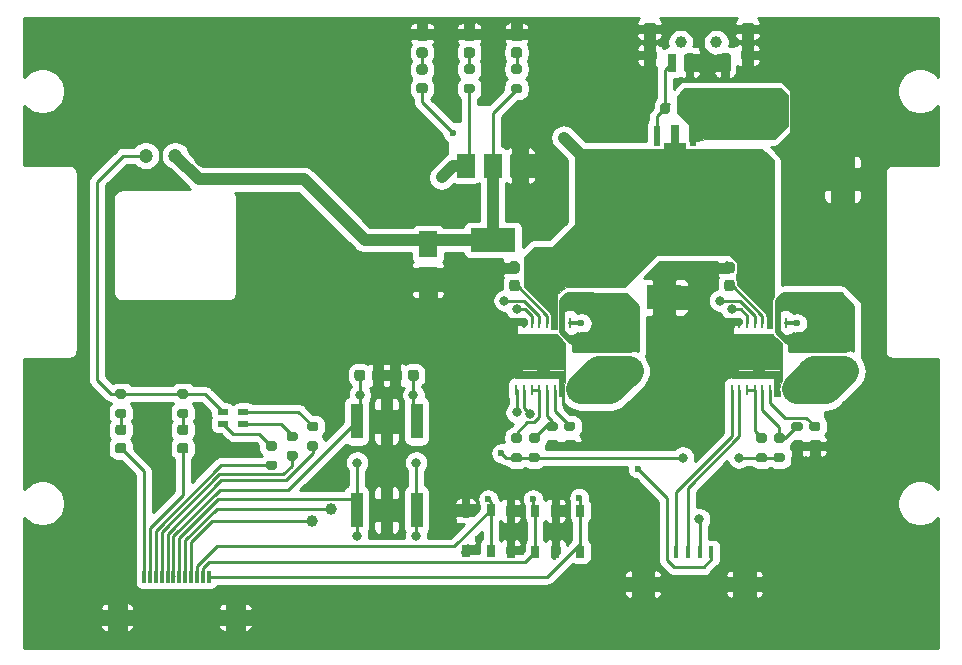
<source format=gtl>
G04 #@! TF.GenerationSoftware,KiCad,Pcbnew,(5.1.10)-1*
G04 #@! TF.CreationDate,2022-02-06T13:41:46+09:00*
G04 #@! TF.ProjectId,Power,506f7765-722e-46b6-9963-61645f706362,rev?*
G04 #@! TF.SameCoordinates,Original*
G04 #@! TF.FileFunction,Copper,L1,Top*
G04 #@! TF.FilePolarity,Positive*
%FSLAX46Y46*%
G04 Gerber Fmt 4.6, Leading zero omitted, Abs format (unit mm)*
G04 Created by KiCad (PCBNEW (5.1.10)-1) date 2022-02-06 13:41:46*
%MOMM*%
%LPD*%
G01*
G04 APERTURE LIST*
G04 #@! TA.AperFunction,SMDPad,CuDef*
%ADD10R,1.000000X0.800000*%
G04 #@! TD*
G04 #@! TA.AperFunction,WasherPad*
%ADD11C,1.000000*%
G04 #@! TD*
G04 #@! TA.AperFunction,SMDPad,CuDef*
%ADD12R,0.700000X1.500000*%
G04 #@! TD*
G04 #@! TA.AperFunction,SMDPad,CuDef*
%ADD13R,1.500000X2.000000*%
G04 #@! TD*
G04 #@! TA.AperFunction,SMDPad,CuDef*
%ADD14R,3.800000X2.000000*%
G04 #@! TD*
G04 #@! TA.AperFunction,ComponentPad*
%ADD15C,1.200000*%
G04 #@! TD*
G04 #@! TA.AperFunction,SMDPad,CuDef*
%ADD16R,1.933000X3.030000*%
G04 #@! TD*
G04 #@! TA.AperFunction,SMDPad,CuDef*
%ADD17R,0.580000X1.730000*%
G04 #@! TD*
G04 #@! TA.AperFunction,SMDPad,CuDef*
%ADD18R,0.760000X1.500000*%
G04 #@! TD*
G04 #@! TA.AperFunction,SMDPad,CuDef*
%ADD19R,2.000000X3.000000*%
G04 #@! TD*
G04 #@! TA.AperFunction,SMDPad,CuDef*
%ADD20R,3.000000X2.000000*%
G04 #@! TD*
G04 #@! TA.AperFunction,SMDPad,CuDef*
%ADD21R,1.600000X2.200000*%
G04 #@! TD*
G04 #@! TA.AperFunction,SMDPad,CuDef*
%ADD22R,0.850000X0.500000*%
G04 #@! TD*
G04 #@! TA.AperFunction,ComponentPad*
%ADD23C,1.650000*%
G04 #@! TD*
G04 #@! TA.AperFunction,SMDPad,CuDef*
%ADD24R,0.400000X1.000000*%
G04 #@! TD*
G04 #@! TA.AperFunction,SMDPad,CuDef*
%ADD25R,2.000000X1.300000*%
G04 #@! TD*
G04 #@! TA.AperFunction,SMDPad,CuDef*
%ADD26R,1.000000X3.000000*%
G04 #@! TD*
G04 #@! TA.AperFunction,SMDPad,CuDef*
%ADD27R,0.650000X1.050000*%
G04 #@! TD*
G04 #@! TA.AperFunction,SMDPad,CuDef*
%ADD28R,3.550000X2.460000*%
G04 #@! TD*
G04 #@! TA.AperFunction,SMDPad,CuDef*
%ADD29R,0.290000X0.970000*%
G04 #@! TD*
G04 #@! TA.AperFunction,SMDPad,CuDef*
%ADD30R,1.650000X1.300000*%
G04 #@! TD*
G04 #@! TA.AperFunction,SMDPad,CuDef*
%ADD31R,0.300000X1.000000*%
G04 #@! TD*
G04 #@! TA.AperFunction,ViaPad*
%ADD32C,0.600000*%
G04 #@! TD*
G04 #@! TA.AperFunction,ViaPad*
%ADD33C,0.800000*%
G04 #@! TD*
G04 #@! TA.AperFunction,ViaPad*
%ADD34C,1.000000*%
G04 #@! TD*
G04 #@! TA.AperFunction,Conductor*
%ADD35C,0.300000*%
G04 #@! TD*
G04 #@! TA.AperFunction,Conductor*
%ADD36C,0.250000*%
G04 #@! TD*
G04 #@! TA.AperFunction,Conductor*
%ADD37C,2.750000*%
G04 #@! TD*
G04 #@! TA.AperFunction,Conductor*
%ADD38C,0.650000*%
G04 #@! TD*
G04 #@! TA.AperFunction,Conductor*
%ADD39C,0.450000*%
G04 #@! TD*
G04 #@! TA.AperFunction,Conductor*
%ADD40C,0.500000*%
G04 #@! TD*
G04 #@! TA.AperFunction,Conductor*
%ADD41C,1.000000*%
G04 #@! TD*
G04 #@! TA.AperFunction,Conductor*
%ADD42C,2.000000*%
G04 #@! TD*
G04 #@! TA.AperFunction,Conductor*
%ADD43C,1.750000*%
G04 #@! TD*
G04 #@! TA.AperFunction,Conductor*
%ADD44C,1.300000*%
G04 #@! TD*
G04 #@! TA.AperFunction,Conductor*
%ADD45C,2.100000*%
G04 #@! TD*
G04 #@! TA.AperFunction,Conductor*
%ADD46C,2.500000*%
G04 #@! TD*
G04 #@! TA.AperFunction,Conductor*
%ADD47C,0.200000*%
G04 #@! TD*
G04 #@! TA.AperFunction,Conductor*
%ADD48C,1.800000*%
G04 #@! TD*
G04 #@! TA.AperFunction,Conductor*
%ADD49C,0.254000*%
G04 #@! TD*
G04 #@! TA.AperFunction,Conductor*
%ADD50C,0.100000*%
G04 #@! TD*
G04 #@! TA.AperFunction,Conductor*
%ADD51C,0.025400*%
G04 #@! TD*
G04 APERTURE END LIST*
D10*
X22550000Y23500000D03*
X22550000Y25700000D03*
X14250000Y25700000D03*
X14250000Y23500000D03*
D11*
X19900000Y24600000D03*
X16900000Y24600000D03*
D12*
X20650000Y22850000D03*
X17650000Y22850000D03*
X16150000Y22850000D03*
D13*
X3300000Y14150000D03*
X-1300000Y14150000D03*
X1000000Y14150000D03*
D14*
X1000000Y7850000D03*
D15*
X30750000Y-3250000D03*
X30750000Y-750000D03*
D16*
X16400000Y14542500D03*
D17*
X17900000Y16692500D03*
D18*
X16400000Y16807500D03*
D17*
X14900000Y16692500D03*
D19*
X30600000Y13000000D03*
X23600000Y13000000D03*
D20*
X15500000Y3000000D03*
X15500000Y10000000D03*
D21*
X-4500000Y4500000D03*
X-4500000Y7500000D03*
G04 #@! TA.AperFunction,SMDPad,CuDef*
G36*
G01*
X-6825000Y-3350000D02*
X-6825000Y-3850000D01*
G75*
G02*
X-7050000Y-4075000I-225000J0D01*
G01*
X-7500000Y-4075000D01*
G75*
G02*
X-7725000Y-3850000I0J225000D01*
G01*
X-7725000Y-3350000D01*
G75*
G02*
X-7500000Y-3125000I225000J0D01*
G01*
X-7050000Y-3125000D01*
G75*
G02*
X-6825000Y-3350000I0J-225000D01*
G01*
G37*
G04 #@! TD.AperFunction*
G04 #@! TA.AperFunction,SMDPad,CuDef*
G36*
G01*
X-5275000Y-3350000D02*
X-5275000Y-3850000D01*
G75*
G02*
X-5500000Y-4075000I-225000J0D01*
G01*
X-5950000Y-4075000D01*
G75*
G02*
X-6175000Y-3850000I0J225000D01*
G01*
X-6175000Y-3350000D01*
G75*
G02*
X-5950000Y-3125000I225000J0D01*
G01*
X-5500000Y-3125000D01*
G75*
G02*
X-5275000Y-3350000I0J-225000D01*
G01*
G37*
G04 #@! TD.AperFunction*
G04 #@! TA.AperFunction,SMDPad,CuDef*
G36*
G01*
X-9175000Y-3850000D02*
X-9175000Y-3350000D01*
G75*
G02*
X-8950000Y-3125000I225000J0D01*
G01*
X-8500000Y-3125000D01*
G75*
G02*
X-8275000Y-3350000I0J-225000D01*
G01*
X-8275000Y-3850000D01*
G75*
G02*
X-8500000Y-4075000I-225000J0D01*
G01*
X-8950000Y-4075000D01*
G75*
G02*
X-9175000Y-3850000I0J225000D01*
G01*
G37*
G04 #@! TD.AperFunction*
G04 #@! TA.AperFunction,SMDPad,CuDef*
G36*
G01*
X-10725000Y-3850000D02*
X-10725000Y-3350000D01*
G75*
G02*
X-10500000Y-3125000I225000J0D01*
G01*
X-10050000Y-3125000D01*
G75*
G02*
X-9825000Y-3350000I0J-225000D01*
G01*
X-9825000Y-3850000D01*
G75*
G02*
X-10050000Y-4075000I-225000J0D01*
G01*
X-10500000Y-4075000D01*
G75*
G02*
X-10725000Y-3850000I0J225000D01*
G01*
G37*
G04 #@! TD.AperFunction*
G04 #@! TA.AperFunction,SMDPad,CuDef*
G36*
G01*
X21475000Y5750000D02*
X21475000Y5250000D01*
G75*
G02*
X21250000Y5025000I-225000J0D01*
G01*
X20800000Y5025000D01*
G75*
G02*
X20575000Y5250000I0J225000D01*
G01*
X20575000Y5750000D01*
G75*
G02*
X20800000Y5975000I225000J0D01*
G01*
X21250000Y5975000D01*
G75*
G02*
X21475000Y5750000I0J-225000D01*
G01*
G37*
G04 #@! TD.AperFunction*
G04 #@! TA.AperFunction,SMDPad,CuDef*
G36*
G01*
X23025000Y5750000D02*
X23025000Y5250000D01*
G75*
G02*
X22800000Y5025000I-225000J0D01*
G01*
X22350000Y5025000D01*
G75*
G02*
X22125000Y5250000I0J225000D01*
G01*
X22125000Y5750000D01*
G75*
G02*
X22350000Y5975000I225000J0D01*
G01*
X22800000Y5975000D01*
G75*
G02*
X23025000Y5750000I0J-225000D01*
G01*
G37*
G04 #@! TD.AperFunction*
G04 #@! TA.AperFunction,SMDPad,CuDef*
G36*
G01*
X3275000Y5750000D02*
X3275000Y5250000D01*
G75*
G02*
X3050000Y5025000I-225000J0D01*
G01*
X2600000Y5025000D01*
G75*
G02*
X2375000Y5250000I0J225000D01*
G01*
X2375000Y5750000D01*
G75*
G02*
X2600000Y5975000I225000J0D01*
G01*
X3050000Y5975000D01*
G75*
G02*
X3275000Y5750000I0J-225000D01*
G01*
G37*
G04 #@! TD.AperFunction*
G04 #@! TA.AperFunction,SMDPad,CuDef*
G36*
G01*
X4825000Y5750000D02*
X4825000Y5250000D01*
G75*
G02*
X4600000Y5025000I-225000J0D01*
G01*
X4150000Y5025000D01*
G75*
G02*
X3925000Y5250000I0J225000D01*
G01*
X3925000Y5750000D01*
G75*
G02*
X4150000Y5975000I225000J0D01*
G01*
X4600000Y5975000D01*
G75*
G02*
X4825000Y5750000I0J-225000D01*
G01*
G37*
G04 #@! TD.AperFunction*
G04 #@! TA.AperFunction,SMDPad,CuDef*
G36*
G01*
X21475000Y4250000D02*
X21475000Y3750000D01*
G75*
G02*
X21250000Y3525000I-225000J0D01*
G01*
X20800000Y3525000D01*
G75*
G02*
X20575000Y3750000I0J225000D01*
G01*
X20575000Y4250000D01*
G75*
G02*
X20800000Y4475000I225000J0D01*
G01*
X21250000Y4475000D01*
G75*
G02*
X21475000Y4250000I0J-225000D01*
G01*
G37*
G04 #@! TD.AperFunction*
G04 #@! TA.AperFunction,SMDPad,CuDef*
G36*
G01*
X23025000Y4250000D02*
X23025000Y3750000D01*
G75*
G02*
X22800000Y3525000I-225000J0D01*
G01*
X22350000Y3525000D01*
G75*
G02*
X22125000Y3750000I0J225000D01*
G01*
X22125000Y4250000D01*
G75*
G02*
X22350000Y4475000I225000J0D01*
G01*
X22800000Y4475000D01*
G75*
G02*
X23025000Y4250000I0J-225000D01*
G01*
G37*
G04 #@! TD.AperFunction*
G04 #@! TA.AperFunction,SMDPad,CuDef*
G36*
G01*
X3275000Y4250000D02*
X3275000Y3750000D01*
G75*
G02*
X3050000Y3525000I-225000J0D01*
G01*
X2600000Y3525000D01*
G75*
G02*
X2375000Y3750000I0J225000D01*
G01*
X2375000Y4250000D01*
G75*
G02*
X2600000Y4475000I225000J0D01*
G01*
X3050000Y4475000D01*
G75*
G02*
X3275000Y4250000I0J-225000D01*
G01*
G37*
G04 #@! TD.AperFunction*
G04 #@! TA.AperFunction,SMDPad,CuDef*
G36*
G01*
X4825000Y4250000D02*
X4825000Y3750000D01*
G75*
G02*
X4600000Y3525000I-225000J0D01*
G01*
X4150000Y3525000D01*
G75*
G02*
X3925000Y3750000I0J225000D01*
G01*
X3925000Y4250000D01*
G75*
G02*
X4150000Y4475000I225000J0D01*
G01*
X4600000Y4475000D01*
G75*
G02*
X4825000Y4250000I0J-225000D01*
G01*
G37*
G04 #@! TD.AperFunction*
G04 #@! TA.AperFunction,SMDPad,CuDef*
G36*
G01*
X-5256250Y24150000D02*
X-4743750Y24150000D01*
G75*
G02*
X-4525000Y23931250I0J-218750D01*
G01*
X-4525000Y23493750D01*
G75*
G02*
X-4743750Y23275000I-218750J0D01*
G01*
X-5256250Y23275000D01*
G75*
G02*
X-5475000Y23493750I0J218750D01*
G01*
X-5475000Y23931250D01*
G75*
G02*
X-5256250Y24150000I218750J0D01*
G01*
G37*
G04 #@! TD.AperFunction*
G04 #@! TA.AperFunction,SMDPad,CuDef*
G36*
G01*
X-5256250Y25725000D02*
X-4743750Y25725000D01*
G75*
G02*
X-4525000Y25506250I0J-218750D01*
G01*
X-4525000Y25068750D01*
G75*
G02*
X-4743750Y24850000I-218750J0D01*
G01*
X-5256250Y24850000D01*
G75*
G02*
X-5475000Y25068750I0J218750D01*
G01*
X-5475000Y25506250D01*
G75*
G02*
X-5256250Y25725000I218750J0D01*
G01*
G37*
G04 #@! TD.AperFunction*
G04 #@! TA.AperFunction,SMDPad,CuDef*
G36*
G01*
X-1256250Y24150000D02*
X-743750Y24150000D01*
G75*
G02*
X-525000Y23931250I0J-218750D01*
G01*
X-525000Y23493750D01*
G75*
G02*
X-743750Y23275000I-218750J0D01*
G01*
X-1256250Y23275000D01*
G75*
G02*
X-1475000Y23493750I0J218750D01*
G01*
X-1475000Y23931250D01*
G75*
G02*
X-1256250Y24150000I218750J0D01*
G01*
G37*
G04 #@! TD.AperFunction*
G04 #@! TA.AperFunction,SMDPad,CuDef*
G36*
G01*
X-1256250Y25725000D02*
X-743750Y25725000D01*
G75*
G02*
X-525000Y25506250I0J-218750D01*
G01*
X-525000Y25068750D01*
G75*
G02*
X-743750Y24850000I-218750J0D01*
G01*
X-1256250Y24850000D01*
G75*
G02*
X-1475000Y25068750I0J218750D01*
G01*
X-1475000Y25506250D01*
G75*
G02*
X-1256250Y25725000I218750J0D01*
G01*
G37*
G04 #@! TD.AperFunction*
G04 #@! TA.AperFunction,SMDPad,CuDef*
G36*
G01*
X2743750Y24150000D02*
X3256250Y24150000D01*
G75*
G02*
X3475000Y23931250I0J-218750D01*
G01*
X3475000Y23493750D01*
G75*
G02*
X3256250Y23275000I-218750J0D01*
G01*
X2743750Y23275000D01*
G75*
G02*
X2525000Y23493750I0J218750D01*
G01*
X2525000Y23931250D01*
G75*
G02*
X2743750Y24150000I218750J0D01*
G01*
G37*
G04 #@! TD.AperFunction*
G04 #@! TA.AperFunction,SMDPad,CuDef*
G36*
G01*
X2743750Y25725000D02*
X3256250Y25725000D01*
G75*
G02*
X3475000Y25506250I0J-218750D01*
G01*
X3475000Y25068750D01*
G75*
G02*
X3256250Y24850000I-218750J0D01*
G01*
X2743750Y24850000D01*
G75*
G02*
X2525000Y25068750I0J218750D01*
G01*
X2525000Y25506250D01*
G75*
G02*
X2743750Y25725000I218750J0D01*
G01*
G37*
G04 #@! TD.AperFunction*
D22*
X-21875000Y-7700000D03*
X-20125000Y-7700000D03*
X-20125000Y-6700000D03*
X-21875000Y-6700000D03*
G04 #@! TA.AperFunction,SMDPad,CuDef*
G36*
G01*
X-24993750Y-8650000D02*
X-25506250Y-8650000D01*
G75*
G02*
X-25725000Y-8431250I0J218750D01*
G01*
X-25725000Y-7993750D01*
G75*
G02*
X-25506250Y-7775000I218750J0D01*
G01*
X-24993750Y-7775000D01*
G75*
G02*
X-24775000Y-7993750I0J-218750D01*
G01*
X-24775000Y-8431250D01*
G75*
G02*
X-24993750Y-8650000I-218750J0D01*
G01*
G37*
G04 #@! TD.AperFunction*
G04 #@! TA.AperFunction,SMDPad,CuDef*
G36*
G01*
X-24993750Y-10225000D02*
X-25506250Y-10225000D01*
G75*
G02*
X-25725000Y-10006250I0J218750D01*
G01*
X-25725000Y-9568750D01*
G75*
G02*
X-25506250Y-9350000I218750J0D01*
G01*
X-24993750Y-9350000D01*
G75*
G02*
X-24775000Y-9568750I0J-218750D01*
G01*
X-24775000Y-10006250D01*
G75*
G02*
X-24993750Y-10225000I-218750J0D01*
G01*
G37*
G04 #@! TD.AperFunction*
G04 #@! TA.AperFunction,SMDPad,CuDef*
G36*
G01*
X-30243750Y-8650000D02*
X-30756250Y-8650000D01*
G75*
G02*
X-30975000Y-8431250I0J218750D01*
G01*
X-30975000Y-7993750D01*
G75*
G02*
X-30756250Y-7775000I218750J0D01*
G01*
X-30243750Y-7775000D01*
G75*
G02*
X-30025000Y-7993750I0J-218750D01*
G01*
X-30025000Y-8431250D01*
G75*
G02*
X-30243750Y-8650000I-218750J0D01*
G01*
G37*
G04 #@! TD.AperFunction*
G04 #@! TA.AperFunction,SMDPad,CuDef*
G36*
G01*
X-30243750Y-10225000D02*
X-30756250Y-10225000D01*
G75*
G02*
X-30975000Y-10006250I0J218750D01*
G01*
X-30975000Y-9568750D01*
G75*
G02*
X-30756250Y-9350000I218750J0D01*
G01*
X-30243750Y-9350000D01*
G75*
G02*
X-30025000Y-9568750I0J-218750D01*
G01*
X-30025000Y-10006250D01*
G75*
G02*
X-30243750Y-10225000I-218750J0D01*
G01*
G37*
G04 #@! TD.AperFunction*
D23*
X27550000Y19800000D03*
X25050000Y19800000D03*
D15*
X-23400000Y15000000D03*
X-25900000Y15000000D03*
X-28400000Y15000000D03*
D24*
X19500000Y-18590000D03*
X18500000Y-18590000D03*
X17500000Y-18590000D03*
X16500000Y-18590000D03*
D25*
X22300000Y-21290000D03*
X13700000Y-21290000D03*
D15*
X12500000Y-3250000D03*
X12500000Y-750000D03*
G04 #@! TA.AperFunction,SMDPad,CuDef*
G36*
G01*
X15975000Y19275000D02*
X15975000Y18725000D01*
G75*
G02*
X15775000Y18525000I-200000J0D01*
G01*
X15375000Y18525000D01*
G75*
G02*
X15175000Y18725000I0J200000D01*
G01*
X15175000Y19275000D01*
G75*
G02*
X15375000Y19475000I200000J0D01*
G01*
X15775000Y19475000D01*
G75*
G02*
X15975000Y19275000I0J-200000D01*
G01*
G37*
G04 #@! TD.AperFunction*
G04 #@! TA.AperFunction,SMDPad,CuDef*
G36*
G01*
X17625000Y19275000D02*
X17625000Y18725000D01*
G75*
G02*
X17425000Y18525000I-200000J0D01*
G01*
X17025000Y18525000D01*
G75*
G02*
X16825000Y18725000I0J200000D01*
G01*
X16825000Y19275000D01*
G75*
G02*
X17025000Y19475000I200000J0D01*
G01*
X17425000Y19475000D01*
G75*
G02*
X17625000Y19275000I0J-200000D01*
G01*
G37*
G04 #@! TD.AperFunction*
G04 #@! TA.AperFunction,SMDPad,CuDef*
G36*
G01*
X-4743750Y21850000D02*
X-5256250Y21850000D01*
G75*
G02*
X-5475000Y22068750I0J218750D01*
G01*
X-5475000Y22506250D01*
G75*
G02*
X-5256250Y22725000I218750J0D01*
G01*
X-4743750Y22725000D01*
G75*
G02*
X-4525000Y22506250I0J-218750D01*
G01*
X-4525000Y22068750D01*
G75*
G02*
X-4743750Y21850000I-218750J0D01*
G01*
G37*
G04 #@! TD.AperFunction*
G04 #@! TA.AperFunction,SMDPad,CuDef*
G36*
G01*
X-4743750Y20275000D02*
X-5256250Y20275000D01*
G75*
G02*
X-5475000Y20493750I0J218750D01*
G01*
X-5475000Y20931250D01*
G75*
G02*
X-5256250Y21150000I218750J0D01*
G01*
X-4743750Y21150000D01*
G75*
G02*
X-4525000Y20931250I0J-218750D01*
G01*
X-4525000Y20493750D01*
G75*
G02*
X-4743750Y20275000I-218750J0D01*
G01*
G37*
G04 #@! TD.AperFunction*
G04 #@! TA.AperFunction,SMDPad,CuDef*
G36*
G01*
X-725000Y21925000D02*
X-1275000Y21925000D01*
G75*
G02*
X-1475000Y22125000I0J200000D01*
G01*
X-1475000Y22525000D01*
G75*
G02*
X-1275000Y22725000I200000J0D01*
G01*
X-725000Y22725000D01*
G75*
G02*
X-525000Y22525000I0J-200000D01*
G01*
X-525000Y22125000D01*
G75*
G02*
X-725000Y21925000I-200000J0D01*
G01*
G37*
G04 #@! TD.AperFunction*
G04 #@! TA.AperFunction,SMDPad,CuDef*
G36*
G01*
X-725000Y20275000D02*
X-1275000Y20275000D01*
G75*
G02*
X-1475000Y20475000I0J200000D01*
G01*
X-1475000Y20875000D01*
G75*
G02*
X-1275000Y21075000I200000J0D01*
G01*
X-725000Y21075000D01*
G75*
G02*
X-525000Y20875000I0J-200000D01*
G01*
X-525000Y20475000D01*
G75*
G02*
X-725000Y20275000I-200000J0D01*
G01*
G37*
G04 #@! TD.AperFunction*
G04 #@! TA.AperFunction,SMDPad,CuDef*
G36*
G01*
X3275000Y21925000D02*
X2725000Y21925000D01*
G75*
G02*
X2525000Y22125000I0J200000D01*
G01*
X2525000Y22525000D01*
G75*
G02*
X2725000Y22725000I200000J0D01*
G01*
X3275000Y22725000D01*
G75*
G02*
X3475000Y22525000I0J-200000D01*
G01*
X3475000Y22125000D01*
G75*
G02*
X3275000Y21925000I-200000J0D01*
G01*
G37*
G04 #@! TD.AperFunction*
G04 #@! TA.AperFunction,SMDPad,CuDef*
G36*
G01*
X3275000Y20275000D02*
X2725000Y20275000D01*
G75*
G02*
X2525000Y20475000I0J200000D01*
G01*
X2525000Y20875000D01*
G75*
G02*
X2725000Y21075000I200000J0D01*
G01*
X3275000Y21075000D01*
G75*
G02*
X3475000Y20875000I0J-200000D01*
G01*
X3475000Y20475000D01*
G75*
G02*
X3275000Y20275000I-200000J0D01*
G01*
G37*
G04 #@! TD.AperFunction*
G04 #@! TA.AperFunction,SMDPad,CuDef*
G36*
G01*
X24025000Y-9325000D02*
X23475000Y-9325000D01*
G75*
G02*
X23275000Y-9125000I0J200000D01*
G01*
X23275000Y-8725000D01*
G75*
G02*
X23475000Y-8525000I200000J0D01*
G01*
X24025000Y-8525000D01*
G75*
G02*
X24225000Y-8725000I0J-200000D01*
G01*
X24225000Y-9125000D01*
G75*
G02*
X24025000Y-9325000I-200000J0D01*
G01*
G37*
G04 #@! TD.AperFunction*
G04 #@! TA.AperFunction,SMDPad,CuDef*
G36*
G01*
X24025000Y-10975000D02*
X23475000Y-10975000D01*
G75*
G02*
X23275000Y-10775000I0J200000D01*
G01*
X23275000Y-10375000D01*
G75*
G02*
X23475000Y-10175000I200000J0D01*
G01*
X24025000Y-10175000D01*
G75*
G02*
X24225000Y-10375000I0J-200000D01*
G01*
X24225000Y-10775000D01*
G75*
G02*
X24025000Y-10975000I-200000J0D01*
G01*
G37*
G04 #@! TD.AperFunction*
G04 #@! TA.AperFunction,SMDPad,CuDef*
G36*
G01*
X3275000Y-9325000D02*
X2725000Y-9325000D01*
G75*
G02*
X2525000Y-9125000I0J200000D01*
G01*
X2525000Y-8725000D01*
G75*
G02*
X2725000Y-8525000I200000J0D01*
G01*
X3275000Y-8525000D01*
G75*
G02*
X3475000Y-8725000I0J-200000D01*
G01*
X3475000Y-9125000D01*
G75*
G02*
X3275000Y-9325000I-200000J0D01*
G01*
G37*
G04 #@! TD.AperFunction*
G04 #@! TA.AperFunction,SMDPad,CuDef*
G36*
G01*
X3275000Y-10975000D02*
X2725000Y-10975000D01*
G75*
G02*
X2525000Y-10775000I0J200000D01*
G01*
X2525000Y-10375000D01*
G75*
G02*
X2725000Y-10175000I200000J0D01*
G01*
X3275000Y-10175000D01*
G75*
G02*
X3475000Y-10375000I0J-200000D01*
G01*
X3475000Y-10775000D01*
G75*
G02*
X3275000Y-10975000I-200000J0D01*
G01*
G37*
G04 #@! TD.AperFunction*
G04 #@! TA.AperFunction,SMDPad,CuDef*
G36*
G01*
X4775000Y-9325000D02*
X4225000Y-9325000D01*
G75*
G02*
X4025000Y-9125000I0J200000D01*
G01*
X4025000Y-8725000D01*
G75*
G02*
X4225000Y-8525000I200000J0D01*
G01*
X4775000Y-8525000D01*
G75*
G02*
X4975000Y-8725000I0J-200000D01*
G01*
X4975000Y-9125000D01*
G75*
G02*
X4775000Y-9325000I-200000J0D01*
G01*
G37*
G04 #@! TD.AperFunction*
G04 #@! TA.AperFunction,SMDPad,CuDef*
G36*
G01*
X4775000Y-10975000D02*
X4225000Y-10975000D01*
G75*
G02*
X4025000Y-10775000I0J200000D01*
G01*
X4025000Y-10375000D01*
G75*
G02*
X4225000Y-10175000I200000J0D01*
G01*
X4775000Y-10175000D01*
G75*
G02*
X4975000Y-10375000I0J-200000D01*
G01*
X4975000Y-10775000D01*
G75*
G02*
X4775000Y-10975000I-200000J0D01*
G01*
G37*
G04 #@! TD.AperFunction*
G04 #@! TA.AperFunction,SMDPad,CuDef*
G36*
G01*
X-25525000Y-6425000D02*
X-24975000Y-6425000D01*
G75*
G02*
X-24775000Y-6625000I0J-200000D01*
G01*
X-24775000Y-7025000D01*
G75*
G02*
X-24975000Y-7225000I-200000J0D01*
G01*
X-25525000Y-7225000D01*
G75*
G02*
X-25725000Y-7025000I0J200000D01*
G01*
X-25725000Y-6625000D01*
G75*
G02*
X-25525000Y-6425000I200000J0D01*
G01*
G37*
G04 #@! TD.AperFunction*
G04 #@! TA.AperFunction,SMDPad,CuDef*
G36*
G01*
X-25525000Y-4775000D02*
X-24975000Y-4775000D01*
G75*
G02*
X-24775000Y-4975000I0J-200000D01*
G01*
X-24775000Y-5375000D01*
G75*
G02*
X-24975000Y-5575000I-200000J0D01*
G01*
X-25525000Y-5575000D01*
G75*
G02*
X-25725000Y-5375000I0J200000D01*
G01*
X-25725000Y-4975000D01*
G75*
G02*
X-25525000Y-4775000I200000J0D01*
G01*
G37*
G04 #@! TD.AperFunction*
G04 #@! TA.AperFunction,SMDPad,CuDef*
G36*
G01*
X-30775000Y-6425000D02*
X-30225000Y-6425000D01*
G75*
G02*
X-30025000Y-6625000I0J-200000D01*
G01*
X-30025000Y-7025000D01*
G75*
G02*
X-30225000Y-7225000I-200000J0D01*
G01*
X-30775000Y-7225000D01*
G75*
G02*
X-30975000Y-7025000I0J200000D01*
G01*
X-30975000Y-6625000D01*
G75*
G02*
X-30775000Y-6425000I200000J0D01*
G01*
G37*
G04 #@! TD.AperFunction*
G04 #@! TA.AperFunction,SMDPad,CuDef*
G36*
G01*
X-30775000Y-4775000D02*
X-30225000Y-4775000D01*
G75*
G02*
X-30025000Y-4975000I0J-200000D01*
G01*
X-30025000Y-5375000D01*
G75*
G02*
X-30225000Y-5575000I-200000J0D01*
G01*
X-30775000Y-5575000D01*
G75*
G02*
X-30975000Y-5375000I0J200000D01*
G01*
X-30975000Y-4975000D01*
G75*
G02*
X-30775000Y-4775000I200000J0D01*
G01*
G37*
G04 #@! TD.AperFunction*
G04 #@! TA.AperFunction,SMDPad,CuDef*
G36*
G01*
X25525000Y-9325000D02*
X24975000Y-9325000D01*
G75*
G02*
X24775000Y-9125000I0J200000D01*
G01*
X24775000Y-8725000D01*
G75*
G02*
X24975000Y-8525000I200000J0D01*
G01*
X25525000Y-8525000D01*
G75*
G02*
X25725000Y-8725000I0J-200000D01*
G01*
X25725000Y-9125000D01*
G75*
G02*
X25525000Y-9325000I-200000J0D01*
G01*
G37*
G04 #@! TD.AperFunction*
G04 #@! TA.AperFunction,SMDPad,CuDef*
G36*
G01*
X25525000Y-10975000D02*
X24975000Y-10975000D01*
G75*
G02*
X24775000Y-10775000I0J200000D01*
G01*
X24775000Y-10375000D01*
G75*
G02*
X24975000Y-10175000I200000J0D01*
G01*
X25525000Y-10175000D01*
G75*
G02*
X25725000Y-10375000I0J-200000D01*
G01*
X25725000Y-10775000D01*
G75*
G02*
X25525000Y-10975000I-200000J0D01*
G01*
G37*
G04 #@! TD.AperFunction*
G04 #@! TA.AperFunction,SMDPad,CuDef*
G36*
G01*
X5725000Y-9175000D02*
X6275000Y-9175000D01*
G75*
G02*
X6475000Y-9375000I0J-200000D01*
G01*
X6475000Y-9775000D01*
G75*
G02*
X6275000Y-9975000I-200000J0D01*
G01*
X5725000Y-9975000D01*
G75*
G02*
X5525000Y-9775000I0J200000D01*
G01*
X5525000Y-9375000D01*
G75*
G02*
X5725000Y-9175000I200000J0D01*
G01*
G37*
G04 #@! TD.AperFunction*
G04 #@! TA.AperFunction,SMDPad,CuDef*
G36*
G01*
X5725000Y-7525000D02*
X6275000Y-7525000D01*
G75*
G02*
X6475000Y-7725000I0J-200000D01*
G01*
X6475000Y-8125000D01*
G75*
G02*
X6275000Y-8325000I-200000J0D01*
G01*
X5725000Y-8325000D01*
G75*
G02*
X5525000Y-8125000I0J200000D01*
G01*
X5525000Y-7725000D01*
G75*
G02*
X5725000Y-7525000I200000J0D01*
G01*
G37*
G04 #@! TD.AperFunction*
G04 #@! TA.AperFunction,SMDPad,CuDef*
G36*
G01*
X27975000Y-9175000D02*
X28525000Y-9175000D01*
G75*
G02*
X28725000Y-9375000I0J-200000D01*
G01*
X28725000Y-9775000D01*
G75*
G02*
X28525000Y-9975000I-200000J0D01*
G01*
X27975000Y-9975000D01*
G75*
G02*
X27775000Y-9775000I0J200000D01*
G01*
X27775000Y-9375000D01*
G75*
G02*
X27975000Y-9175000I200000J0D01*
G01*
G37*
G04 #@! TD.AperFunction*
G04 #@! TA.AperFunction,SMDPad,CuDef*
G36*
G01*
X27975000Y-7525000D02*
X28525000Y-7525000D01*
G75*
G02*
X28725000Y-7725000I0J-200000D01*
G01*
X28725000Y-8125000D01*
G75*
G02*
X28525000Y-8325000I-200000J0D01*
G01*
X27975000Y-8325000D01*
G75*
G02*
X27775000Y-8125000I0J200000D01*
G01*
X27775000Y-7725000D01*
G75*
G02*
X27975000Y-7525000I200000J0D01*
G01*
G37*
G04 #@! TD.AperFunction*
G04 #@! TA.AperFunction,SMDPad,CuDef*
G36*
G01*
X7225000Y-9175000D02*
X7775000Y-9175000D01*
G75*
G02*
X7975000Y-9375000I0J-200000D01*
G01*
X7975000Y-9775000D01*
G75*
G02*
X7775000Y-9975000I-200000J0D01*
G01*
X7225000Y-9975000D01*
G75*
G02*
X7025000Y-9775000I0J200000D01*
G01*
X7025000Y-9375000D01*
G75*
G02*
X7225000Y-9175000I200000J0D01*
G01*
G37*
G04 #@! TD.AperFunction*
G04 #@! TA.AperFunction,SMDPad,CuDef*
G36*
G01*
X7225000Y-7525000D02*
X7775000Y-7525000D01*
G75*
G02*
X7975000Y-7725000I0J-200000D01*
G01*
X7975000Y-8125000D01*
G75*
G02*
X7775000Y-8325000I-200000J0D01*
G01*
X7225000Y-8325000D01*
G75*
G02*
X7025000Y-8125000I0J200000D01*
G01*
X7025000Y-7725000D01*
G75*
G02*
X7225000Y-7525000I200000J0D01*
G01*
G37*
G04 #@! TD.AperFunction*
G04 #@! TA.AperFunction,SMDPad,CuDef*
G36*
G01*
X-14525000Y-9175000D02*
X-13975000Y-9175000D01*
G75*
G02*
X-13775000Y-9375000I0J-200000D01*
G01*
X-13775000Y-9775000D01*
G75*
G02*
X-13975000Y-9975000I-200000J0D01*
G01*
X-14525000Y-9975000D01*
G75*
G02*
X-14725000Y-9775000I0J200000D01*
G01*
X-14725000Y-9375000D01*
G75*
G02*
X-14525000Y-9175000I200000J0D01*
G01*
G37*
G04 #@! TD.AperFunction*
G04 #@! TA.AperFunction,SMDPad,CuDef*
G36*
G01*
X-14525000Y-7525000D02*
X-13975000Y-7525000D01*
G75*
G02*
X-13775000Y-7725000I0J-200000D01*
G01*
X-13775000Y-8125000D01*
G75*
G02*
X-13975000Y-8325000I-200000J0D01*
G01*
X-14525000Y-8325000D01*
G75*
G02*
X-14725000Y-8125000I0J200000D01*
G01*
X-14725000Y-7725000D01*
G75*
G02*
X-14525000Y-7525000I200000J0D01*
G01*
G37*
G04 #@! TD.AperFunction*
G04 #@! TA.AperFunction,SMDPad,CuDef*
G36*
G01*
X-16275000Y-10025000D02*
X-15725000Y-10025000D01*
G75*
G02*
X-15525000Y-10225000I0J-200000D01*
G01*
X-15525000Y-10625000D01*
G75*
G02*
X-15725000Y-10825000I-200000J0D01*
G01*
X-16275000Y-10825000D01*
G75*
G02*
X-16475000Y-10625000I0J200000D01*
G01*
X-16475000Y-10225000D01*
G75*
G02*
X-16275000Y-10025000I200000J0D01*
G01*
G37*
G04 #@! TD.AperFunction*
G04 #@! TA.AperFunction,SMDPad,CuDef*
G36*
G01*
X-16275000Y-8375000D02*
X-15725000Y-8375000D01*
G75*
G02*
X-15525000Y-8575000I0J-200000D01*
G01*
X-15525000Y-8975000D01*
G75*
G02*
X-15725000Y-9175000I-200000J0D01*
G01*
X-16275000Y-9175000D01*
G75*
G02*
X-16475000Y-8975000I0J200000D01*
G01*
X-16475000Y-8575000D01*
G75*
G02*
X-16275000Y-8375000I200000J0D01*
G01*
G37*
G04 #@! TD.AperFunction*
G04 #@! TA.AperFunction,SMDPad,CuDef*
G36*
G01*
X-18025000Y-10825000D02*
X-17475000Y-10825000D01*
G75*
G02*
X-17275000Y-11025000I0J-200000D01*
G01*
X-17275000Y-11425000D01*
G75*
G02*
X-17475000Y-11625000I-200000J0D01*
G01*
X-18025000Y-11625000D01*
G75*
G02*
X-18225000Y-11425000I0J200000D01*
G01*
X-18225000Y-11025000D01*
G75*
G02*
X-18025000Y-10825000I200000J0D01*
G01*
G37*
G04 #@! TD.AperFunction*
G04 #@! TA.AperFunction,SMDPad,CuDef*
G36*
G01*
X-18025000Y-9175000D02*
X-17475000Y-9175000D01*
G75*
G02*
X-17275000Y-9375000I0J-200000D01*
G01*
X-17275000Y-9775000D01*
G75*
G02*
X-17475000Y-9975000I-200000J0D01*
G01*
X-18025000Y-9975000D01*
G75*
G02*
X-18225000Y-9775000I0J200000D01*
G01*
X-18225000Y-9375000D01*
G75*
G02*
X-18025000Y-9175000I200000J0D01*
G01*
G37*
G04 #@! TD.AperFunction*
G04 #@! TA.AperFunction,SMDPad,CuDef*
G36*
G01*
X26475000Y-9175000D02*
X27025000Y-9175000D01*
G75*
G02*
X27225000Y-9375000I0J-200000D01*
G01*
X27225000Y-9775000D01*
G75*
G02*
X27025000Y-9975000I-200000J0D01*
G01*
X26475000Y-9975000D01*
G75*
G02*
X26275000Y-9775000I0J200000D01*
G01*
X26275000Y-9375000D01*
G75*
G02*
X26475000Y-9175000I200000J0D01*
G01*
G37*
G04 #@! TD.AperFunction*
G04 #@! TA.AperFunction,SMDPad,CuDef*
G36*
G01*
X26475000Y-7525000D02*
X27025000Y-7525000D01*
G75*
G02*
X27225000Y-7725000I0J-200000D01*
G01*
X27225000Y-8125000D01*
G75*
G02*
X27025000Y-8325000I-200000J0D01*
G01*
X26475000Y-8325000D01*
G75*
G02*
X26275000Y-8125000I0J200000D01*
G01*
X26275000Y-7725000D01*
G75*
G02*
X26475000Y-7525000I200000J0D01*
G01*
G37*
G04 #@! TD.AperFunction*
D26*
X-8000000Y-7500000D03*
X-5460000Y-15000000D03*
X-10540000Y-7500000D03*
X-8000000Y-15000000D03*
X-10540000Y-15000000D03*
X-5460000Y-7500000D03*
D27*
X6300000Y-18532500D03*
X6300000Y-15067500D03*
X8400000Y-18532500D03*
X8400000Y-15067500D03*
X2500000Y-18532500D03*
X2500000Y-15067500D03*
X4600000Y-18532500D03*
X4600000Y-15067500D03*
X-1300000Y-18482500D03*
X-1300000Y-15017500D03*
X800000Y-18482500D03*
X800000Y-15017500D03*
D28*
X23500000Y-2000000D03*
D29*
X21225000Y860000D03*
X21875000Y860000D03*
X22525000Y860000D03*
X23175000Y860000D03*
X23825000Y860000D03*
X24475000Y860000D03*
X25125000Y860000D03*
X25775000Y860000D03*
X25775000Y-4860000D03*
X25125000Y-4860000D03*
X24475000Y-4860000D03*
X23825000Y-4860000D03*
X23175000Y-4860000D03*
X22525000Y-4860000D03*
X21875000Y-4860000D03*
X21225000Y-4860000D03*
D28*
X5250000Y-2000000D03*
D29*
X2975000Y860000D03*
X3625000Y860000D03*
X4275000Y860000D03*
X4925000Y860000D03*
X5575000Y860000D03*
X6225000Y860000D03*
X6875000Y860000D03*
X7525000Y860000D03*
X7525000Y-4860000D03*
X6875000Y-4860000D03*
X6225000Y-4860000D03*
X5575000Y-4860000D03*
X4925000Y-4860000D03*
X4275000Y-4860000D03*
X3625000Y-4860000D03*
X2975000Y-4860000D03*
D30*
X-20800000Y-24100000D03*
X-30800000Y-24100000D03*
D31*
X-23050000Y-20650000D03*
X-23550000Y-20650000D03*
X-24050000Y-20650000D03*
X-24550000Y-20650000D03*
X-25050000Y-20650000D03*
X-25550000Y-20650000D03*
X-26050000Y-20650000D03*
X-26550000Y-20650000D03*
X-27050000Y-20650000D03*
X-27550000Y-20650000D03*
X-28050000Y-20650000D03*
X-28550000Y-20650000D03*
D32*
X26750000Y800000D03*
X-8000000Y-10250000D03*
X-6750000Y-12500000D03*
X-9250000Y-12500000D03*
X-14250000Y-13000000D03*
X-250000Y-17500000D03*
X2000000Y-16750000D03*
X5750000Y-16750000D03*
X-3750000Y-17000000D03*
X-2250000Y-16500000D03*
X7400000Y-17500000D03*
X-13000000Y-8600000D03*
X14170000Y20940000D03*
X8500000Y800000D03*
D33*
X15500000Y5250000D03*
X19250000Y5500000D03*
X19250000Y4250000D03*
X14750000Y750000D03*
X19850000Y-2000000D03*
X15000000Y-2000000D03*
X18500000Y-9250000D03*
X19750000Y-8000000D03*
D34*
X13250000Y-7500000D03*
X14250000Y-8750000D03*
X15000000Y-5250000D03*
X17250000Y-3250000D03*
X17250000Y-1000000D03*
X17250000Y-7000000D03*
X19250000Y-5250000D03*
X-2500000Y-9750000D03*
X-2500000Y-5250000D03*
X-4000000Y-2500000D03*
X-750000Y-750000D03*
X1600000Y-2000000D03*
X1500000Y-5000000D03*
X1500000Y-7500000D03*
X11000000Y-12250000D03*
X-28750000Y-6500000D03*
X-27300000Y-14000000D03*
X-23500000Y-7000000D03*
X-23900000Y-11300000D03*
X-19540000Y-9870000D03*
D33*
X25880000Y4500000D03*
X-21150000Y-5350000D03*
X19850000Y-12850000D03*
D32*
X3825000Y7900000D03*
D34*
X3300000Y10100000D03*
X3300000Y12000000D03*
X6550000Y9725000D03*
X6500000Y14350000D03*
D33*
X19200000Y22000000D03*
X25600000Y15400000D03*
X-2200000Y18400000D03*
X600000Y20000000D03*
X-3400000Y15400000D03*
X-1300000Y12000000D03*
X-1300000Y10000000D03*
X-8800000Y21000000D03*
X-10400000Y20800000D03*
X-11400000Y14200000D03*
X-8600000Y14200000D03*
X-11400000Y16200000D03*
X-13600000Y19800000D03*
X-13600000Y20800000D03*
D32*
X16500000Y21200000D03*
X-15300000Y16400000D03*
X-25300000Y12400000D03*
D33*
X13500000Y16800000D03*
D34*
X-3350011Y13149989D03*
D32*
X1700010Y-10199990D03*
D33*
X17075000Y-10575000D03*
X21825000Y-10575000D03*
D32*
X-9850000Y7850000D03*
D34*
X7000000Y16500018D03*
D32*
X-2375000Y16900000D03*
D33*
X-5500000Y-11000000D03*
X-5500000Y-17250000D03*
D34*
X-12700000Y-14925000D03*
D33*
X-10275000Y-5275000D03*
X-10500000Y-11000000D03*
X-10500000Y-17250000D03*
X-5725000Y-5275000D03*
D34*
X-14300000Y-15900000D03*
D32*
X8300000Y-14000000D03*
X4400000Y-14100000D03*
X600000Y-14100000D03*
D33*
X21250000Y2000000D03*
X20225001Y2725001D03*
X1975001Y2725001D03*
X3000000Y2000000D03*
X3000000Y-6750000D03*
D32*
X13250000Y-11500000D03*
D33*
X4145109Y-6869804D03*
X18455000Y-15795000D03*
D35*
X20550000Y300000D02*
X21050000Y-200000D01*
X20550000Y400000D02*
X20550000Y300000D01*
X20850000Y600000D02*
X20850000Y300000D01*
X20850000Y300000D02*
X21050000Y500000D01*
X20550000Y400000D02*
X20550000Y500000D01*
X21050000Y500000D02*
X21050000Y50000D01*
X21225000Y-125000D02*
X21225000Y860000D01*
X21050000Y50000D02*
X21225000Y-125000D01*
X20750000Y700000D02*
X20850000Y600000D01*
X20550000Y500000D02*
X20750000Y700000D01*
X26690000Y860000D02*
X26750000Y800000D01*
X25775000Y860000D02*
X26690000Y860000D01*
D36*
X6875000Y-4875000D02*
X6894991Y-4894991D01*
X6894991Y-4894991D02*
X6894991Y-6144991D01*
X6875000Y-4860000D02*
X6875000Y-4875000D01*
X6894991Y-6144991D02*
X7250000Y-6500000D01*
D35*
X8440000Y860000D02*
X8500000Y800000D01*
X7525000Y860000D02*
X8440000Y860000D01*
X2800000Y50000D02*
X2975000Y-125000D01*
X2800000Y500000D02*
X2800000Y50000D01*
X2600000Y600000D02*
X2600000Y300000D01*
X2500000Y700000D02*
X2600000Y600000D01*
X2975000Y-125000D02*
X2975000Y860000D01*
X2300000Y500000D02*
X2500000Y700000D01*
X2600000Y300000D02*
X2800000Y500000D01*
X2300000Y400000D02*
X2300000Y500000D01*
X2300000Y400000D02*
X2300000Y300000D01*
X2300000Y300000D02*
X2800000Y-200000D01*
D37*
X28700000Y19800000D02*
X27550000Y19800000D01*
D38*
X1600000Y-2000000D02*
X1600000Y900000D01*
X3604999Y880001D02*
X3604999Y860000D01*
X3585000Y900000D02*
X3604999Y880001D01*
X1600000Y900000D02*
X3585000Y900000D01*
X19850000Y-2000000D02*
X19850000Y650000D01*
X19850000Y650000D02*
X19850000Y900000D01*
X19850000Y900000D02*
X21835000Y900000D01*
D39*
X25044991Y-4044991D02*
X25044991Y-4350000D01*
D35*
X25119991Y-4854991D02*
X25119991Y-4860000D01*
X25044991Y-4779991D02*
X25119991Y-4854991D01*
X25044991Y-4350000D02*
X25044991Y-4779991D01*
D40*
X19850000Y650000D02*
X21000000Y-500000D01*
X1600000Y900000D02*
X1600000Y650000D01*
X1600000Y650000D02*
X2500000Y-250000D01*
D37*
X27550000Y16050000D02*
X30600000Y13000000D01*
X27550000Y19800000D02*
X27550000Y16050000D01*
X27550000Y20966726D02*
X25660000Y22856726D01*
X27550000Y19800000D02*
X27550000Y20966726D01*
D41*
X-23400000Y15000000D02*
X-20900000Y15000000D01*
X-23400000Y15000000D02*
X-23400000Y16800000D01*
D42*
X-23400000Y15000000D02*
X-20400000Y15000000D01*
X-23400000Y15164002D02*
X-23900000Y15664002D01*
X-23400000Y15000000D02*
X-23400000Y15164002D01*
X-23900000Y15664002D02*
X-23900000Y17300000D01*
D36*
X-30500000Y-5175000D02*
X-25250000Y-5175000D01*
X-23400000Y-5175000D02*
X-21875000Y-6700000D01*
X-25250000Y-5175000D02*
X-23400000Y-5175000D01*
D41*
X-3350000Y13150000D02*
X-3350011Y13149989D01*
X-2350000Y14150000D02*
X-3350011Y13149989D01*
X-1300000Y14150000D02*
X-2350000Y14150000D01*
D36*
X-1000000Y14450000D02*
X-1300000Y14150000D01*
X-1000000Y20675000D02*
X-1000000Y14450000D01*
X-30300000Y15000000D02*
X-28400000Y15000000D01*
X-32500000Y12800000D02*
X-30300000Y15000000D01*
X-32500000Y-4000000D02*
X-32500000Y12800000D01*
X-31325000Y-5175000D02*
X-32500000Y-4000000D01*
X-30500000Y-5175000D02*
X-31325000Y-5175000D01*
X3000000Y-10575000D02*
X4500000Y-10575000D01*
X2075020Y-10575000D02*
X1700010Y-10199990D01*
X3000000Y-10575000D02*
X2075020Y-10575000D01*
X4500000Y-10575000D02*
X17075000Y-10575000D01*
X21825000Y-10575000D02*
X25250000Y-10575000D01*
D41*
X1000000Y7850000D02*
X1000000Y14150000D01*
X-9850000Y7850000D02*
X-15000000Y13000000D01*
X1000000Y7850000D02*
X-9850000Y7850000D01*
X-9850000Y7850000D02*
X-9850000Y7850000D01*
D36*
X1000000Y18600000D02*
X1000000Y14150000D01*
X3000000Y20600000D02*
X1000000Y18600000D01*
X3000000Y20675000D02*
X3000000Y20600000D01*
D41*
X-23900000Y13000000D02*
X-15000000Y13000000D01*
X-25900000Y15000000D02*
X-23900000Y13000000D01*
X16600000Y10600000D02*
X17000000Y10600000D01*
D38*
X16400000Y16807500D02*
X16400000Y14542500D01*
D36*
X6225000Y1425002D02*
X6225000Y860000D01*
X6000000Y1650002D02*
X6225000Y1425002D01*
X6000000Y2250000D02*
X6000000Y1650002D01*
X6225000Y3475000D02*
X6500000Y3750000D01*
D42*
X16400000Y9650000D02*
X14750000Y8000000D01*
D37*
X16400000Y14542500D02*
X16400000Y9650000D01*
X16400000Y10600000D02*
X14100000Y10600000D01*
X16400000Y12900000D02*
X16400000Y14542500D01*
X14100000Y10600000D02*
X16400000Y12900000D01*
D43*
X11792500Y14542500D02*
X16400000Y14542500D01*
X16400000Y14542500D02*
X16042500Y14542500D01*
X16042500Y14542500D02*
X14750000Y13250000D01*
D42*
X18000000Y13750000D02*
X17207500Y14542500D01*
X13500000Y8500000D02*
X18000000Y8500000D01*
X18000000Y8500000D02*
X18000000Y13750000D01*
X15000000Y10000000D02*
X13500000Y8500000D01*
X17207500Y14542500D02*
X16400000Y14542500D01*
X15500000Y10000000D02*
X15000000Y10000000D01*
D36*
X6225000Y1955000D02*
X6225000Y2035000D01*
X6225000Y1425002D02*
X6225000Y1955000D01*
X6225000Y1955000D02*
X6225000Y3475000D01*
X6225000Y2035000D02*
X6090000Y2170000D01*
X6090000Y2170000D02*
X6090000Y2870000D01*
X24475000Y860000D02*
X24475000Y3475000D01*
X24475000Y860000D02*
X24475000Y1845000D01*
X24475000Y1845000D02*
X23350000Y2970000D01*
X23350000Y2970000D02*
X24330000Y2970000D01*
X24330000Y2970000D02*
X24330000Y2220000D01*
D42*
X23600000Y14430000D02*
X23600000Y13000000D01*
X23600000Y13000000D02*
X23600000Y13450000D01*
X23600000Y13450000D02*
X22490000Y14560000D01*
X22490000Y14560000D02*
X22380000Y14450000D01*
X22380000Y14450000D02*
X22380000Y11480000D01*
X23600000Y11730000D02*
X23600000Y13000000D01*
X23600000Y13000000D02*
X23600000Y10520000D01*
D43*
X22550010Y5509990D02*
X22550010Y6299990D01*
X22560000Y5500000D02*
X22550010Y5509990D01*
X22575000Y5500000D02*
X22560000Y5500000D01*
X22550010Y6299990D02*
X21310000Y7540000D01*
X22575000Y4372070D02*
X22761035Y4186035D01*
X22575000Y5500000D02*
X22575000Y4372070D01*
D44*
X23040000Y5035000D02*
X22575000Y5500000D01*
X23040000Y4000000D02*
X23040000Y5035000D01*
X23600000Y3440000D02*
X23040000Y4000000D01*
X22575000Y5500000D02*
X22910000Y5500000D01*
X22910000Y5500000D02*
X23580000Y6170000D01*
D45*
X23600000Y10520000D02*
X23600000Y9350000D01*
X23600000Y9350000D02*
X22690000Y8440000D01*
X23640000Y7490000D02*
X22690000Y8440000D01*
D41*
X11792500Y14542500D02*
X8957518Y14542500D01*
X8957518Y14542500D02*
X7499999Y16000019D01*
X7499999Y16000019D02*
X7000000Y16500018D01*
D36*
X-5000000Y19525000D02*
X-2375000Y16900000D01*
X-5000000Y20712500D02*
X-5000000Y19525000D01*
X-5460000Y-17210000D02*
X-5500000Y-17250000D01*
X-5500000Y-14960000D02*
X-5460000Y-15000000D01*
X-5500000Y-11000000D02*
X-5500000Y-14960000D01*
X-5500000Y-15040000D02*
X-5460000Y-15000000D01*
X-5500000Y-17250000D02*
X-5500000Y-15040000D01*
X-12725000Y-14900000D02*
X-12700000Y-14925000D01*
X-22400000Y-14900000D02*
X-12725000Y-14900000D01*
X-25050000Y-17550000D02*
X-22400000Y-14900000D01*
X-25050000Y-20650000D02*
X-25050000Y-17550000D01*
X-10275000Y-7235000D02*
X-10540000Y-7500000D01*
X-10275000Y-5275000D02*
X-10275000Y-7235000D01*
X-10275000Y-3600000D02*
X-10275000Y-5275000D01*
X-26025001Y-20574999D02*
X-26074999Y-20525001D01*
X-26050000Y-20650000D02*
X-26025001Y-20625001D01*
X-26025001Y-20625001D02*
X-26025001Y-20574999D01*
X-16340000Y-13300000D02*
X-10540000Y-7500000D01*
X-22100000Y-13300000D02*
X-16340000Y-13300000D01*
X-26050000Y-17250000D02*
X-22100000Y-13300000D01*
X-26050000Y-20650000D02*
X-26050000Y-17250000D01*
X-10500000Y-14960000D02*
X-10540000Y-15000000D01*
X-10500000Y-11000000D02*
X-10500000Y-14960000D01*
X-10540000Y-17210000D02*
X-10500000Y-17250000D01*
X-10540000Y-15000000D02*
X-10540000Y-17210000D01*
X-22263590Y-14100000D02*
X-10540000Y-14100000D01*
X-25550000Y-17386410D02*
X-22263590Y-14100000D01*
X-25550000Y-20650000D02*
X-25550000Y-17386410D01*
X-5725000Y-7235000D02*
X-5460000Y-7500000D01*
X-5725000Y-5275000D02*
X-5725000Y-7235000D01*
X-5725000Y-3600000D02*
X-5725000Y-5275000D01*
X-5460000Y-7500000D02*
X-5500000Y-7500000D01*
X-22763590Y-15900000D02*
X-15007106Y-15900000D01*
X-15007106Y-15900000D02*
X-14300000Y-15900000D01*
X-24550000Y-17686410D02*
X-22763590Y-15900000D01*
X-24550000Y-20650000D02*
X-24550000Y-17686410D01*
X8400000Y-14200000D02*
X8300000Y-14100000D01*
X8400000Y-15067500D02*
X8400000Y-14200000D01*
X8400000Y-15900000D02*
X8400000Y-18532500D01*
X8400000Y-15067500D02*
X8400000Y-15900000D01*
X8400000Y-17867502D02*
X8400000Y-15900000D01*
X5617502Y-20650000D02*
X8400000Y-17867502D01*
X-23050000Y-20650000D02*
X5617502Y-20650000D01*
X4600000Y-18532500D02*
X4600000Y-15067500D01*
X4400000Y-14867500D02*
X4600000Y-15067500D01*
X4400000Y-14100000D02*
X4400000Y-14867500D01*
X-23574999Y-20625001D02*
X-23550000Y-20650000D01*
X-23574999Y-19939997D02*
X-23574999Y-20625001D01*
X-23017503Y-19382501D02*
X-23574999Y-19939997D01*
X3749999Y-19382501D02*
X-23017503Y-19382501D01*
X4600000Y-18532500D02*
X3749999Y-19382501D01*
X800000Y-15017500D02*
X800000Y-18482500D01*
X800000Y-14300000D02*
X600000Y-14100000D01*
X800000Y-15017500D02*
X800000Y-14300000D01*
X-24050000Y-19778588D02*
X-24050000Y-20650000D01*
X-22371412Y-18100000D02*
X-24050000Y-19778588D01*
X-2282500Y-18100000D02*
X-22371412Y-18100000D01*
X800000Y-15017500D02*
X-2282500Y-18100000D01*
X23825000Y1425000D02*
X23825000Y860000D01*
X21075000Y4000000D02*
X21250000Y4000000D01*
X21250000Y4000000D02*
X23825000Y1425000D01*
X5575000Y1425000D02*
X5575000Y860000D01*
X3000000Y4000000D02*
X5575000Y1425000D01*
X2825000Y4000000D02*
X3000000Y4000000D01*
X22525000Y1452180D02*
X21977180Y2000000D01*
X21977180Y2000000D02*
X21250000Y2000000D01*
X22525000Y860000D02*
X22525000Y1452180D01*
X21888589Y2725001D02*
X20225001Y2725001D01*
X23175000Y1438590D02*
X21888589Y2725001D01*
X23175000Y860000D02*
X23175000Y1438590D01*
X4925000Y860000D02*
X4925000Y1438590D01*
X4925000Y1438590D02*
X3638589Y2725001D01*
X3638589Y2725001D02*
X1975001Y2725001D01*
X4275000Y860000D02*
X4275000Y1452180D01*
X3727180Y2000000D02*
X3000000Y2000000D01*
X4275000Y1452180D02*
X3727180Y2000000D01*
X-5000000Y23712500D02*
X-5000000Y22287500D01*
X-1000000Y22325000D02*
X-1000000Y23712500D01*
X3000000Y22325000D02*
X3000000Y23712500D01*
X-15475000Y-6700000D02*
X-20125000Y-6700000D01*
X-14250000Y-7925000D02*
X-15475000Y-6700000D01*
X-16980000Y-7700000D02*
X-20125000Y-7700000D01*
X-15905000Y-8775000D02*
X-16980000Y-7700000D01*
X-15700000Y-8775000D02*
X-15905000Y-8775000D01*
X-18775000Y-8550000D02*
X-17750000Y-9575000D01*
X-21025000Y-8550000D02*
X-18775000Y-8550000D01*
X-21875000Y-7700000D02*
X-21025000Y-8550000D01*
X-25250000Y-6825000D02*
X-25250000Y-8212500D01*
X-25250000Y-13750000D02*
X-25250000Y-9787500D01*
X-28050000Y-16550000D02*
X-25250000Y-13750000D01*
X-28050000Y-20650000D02*
X-28050000Y-16550000D01*
X-30550000Y-9837500D02*
X-30500000Y-9787500D01*
X-28550000Y-11737500D02*
X-30500000Y-9787500D01*
X-28550000Y-20650000D02*
X-28550000Y-11737500D01*
X-30500000Y-6825000D02*
X-30500000Y-8212500D01*
X17900000Y17850000D02*
X17900000Y16692500D01*
X17225000Y18525000D02*
X17900000Y17850000D01*
X17225000Y19000000D02*
X17225000Y18525000D01*
X21225000Y-8775000D02*
X21225000Y-4860000D01*
X16500000Y-13500000D02*
X21225000Y-8775000D01*
X16500000Y-18590000D02*
X16500000Y-13500000D01*
X17500000Y-18590000D02*
X17500000Y-13136410D01*
X17500000Y-13136410D02*
X21875000Y-8761410D01*
X21875000Y-8761410D02*
X21875000Y-4860000D01*
X3000000Y-4885000D02*
X2975000Y-4860000D01*
X3000000Y-6750000D02*
X3000000Y-4885000D01*
X19500000Y-19200000D02*
X19500000Y-18590000D01*
X18850000Y-19850000D02*
X19500000Y-19200000D01*
X16350000Y-19850000D02*
X18850000Y-19850000D01*
X15750000Y-19250000D02*
X16350000Y-19850000D01*
X15750000Y-14000000D02*
X15750000Y-19250000D01*
X13250000Y-11500000D02*
X15750000Y-14000000D01*
X3625000Y-6349695D02*
X3625000Y-4860000D01*
X4145109Y-6869804D02*
X3625000Y-6349695D01*
X18500000Y-16000000D02*
X18500000Y-18590000D01*
X18500000Y-15840000D02*
X18500000Y-16000000D01*
D46*
X29200000Y-4800000D02*
X26720001Y-4800000D01*
X30750000Y-3250000D02*
X29200000Y-4800000D01*
X30750000Y-3250000D02*
X28200000Y-3250000D01*
X28200000Y-3250000D02*
X26720001Y-4729999D01*
X26720001Y-4729999D02*
X26720001Y-4800000D01*
D47*
X25125000Y860000D02*
X25125000Y1675000D01*
X25125000Y1675000D02*
X25125000Y2175000D01*
D35*
X26200000Y-750000D02*
X26800000Y-750000D01*
D48*
X30750000Y-750000D02*
X30750000Y700000D01*
D40*
X25944998Y-750000D02*
X26800000Y-750000D01*
X25125000Y69998D02*
X25944998Y-750000D01*
X25125000Y2675000D02*
X25650000Y3200000D01*
X25650000Y3200000D02*
X27750000Y3200000D01*
D35*
X25125000Y2075000D02*
X25125000Y2675000D01*
D40*
X25125000Y69998D02*
X25125000Y2675000D01*
D35*
X25125000Y1675000D02*
X25650000Y2200000D01*
D48*
X30750000Y-750000D02*
X26800000Y-750000D01*
D47*
X25125000Y325000D02*
X25125000Y860000D01*
D48*
X30750000Y-250000D02*
X30250000Y-250000D01*
X30250000Y-250000D02*
X29750000Y250000D01*
X12500000Y-750000D02*
X12500000Y700000D01*
X12500000Y-750000D02*
X8550000Y-750000D01*
D47*
X6875000Y325000D02*
X6875000Y860000D01*
X6875000Y860000D02*
X6875000Y1675000D01*
X6875000Y1675000D02*
X6875000Y2175000D01*
D35*
X6875000Y1675000D02*
X7400000Y2200000D01*
X7950000Y-750000D02*
X8550000Y-750000D01*
D40*
X7694998Y-750000D02*
X8550000Y-750000D01*
X6875000Y69998D02*
X7694998Y-750000D01*
D35*
X6875000Y2075000D02*
X6875000Y2675000D01*
D40*
X6875000Y2675000D02*
X7400000Y3200000D01*
X6875000Y69998D02*
X6875000Y2675000D01*
X7400000Y3200000D02*
X9500000Y3200000D01*
D46*
X10950000Y-4800000D02*
X8470001Y-4800000D01*
X12500000Y-3250000D02*
X10950000Y-4800000D01*
X12500000Y-3250000D02*
X9950000Y-3250000D01*
X8470001Y-4729999D02*
X8470001Y-4800000D01*
X9950000Y-3250000D02*
X8470001Y-4729999D01*
D36*
X14900000Y18325000D02*
X15575000Y19000000D01*
X14900000Y16692500D02*
X14900000Y18325000D01*
X15900000Y19325000D02*
X15575000Y19000000D01*
X15560000Y19015000D02*
X15575000Y19000000D01*
X15560000Y22260000D02*
X15560000Y19015000D01*
X16150000Y22850000D02*
X15560000Y22260000D01*
X22525000Y-4860000D02*
X23175000Y-4860000D01*
X23175000Y-8350000D02*
X23750000Y-8925000D01*
X23175000Y-4860000D02*
X23175000Y-8350000D01*
X4925000Y-7162915D02*
X4925000Y-4860000D01*
X4493110Y-7594805D02*
X4925000Y-7162915D01*
X3905195Y-7594805D02*
X4493110Y-7594805D01*
X3000000Y-8500000D02*
X3905195Y-7594805D01*
X3000000Y-8925000D02*
X3000000Y-8500000D01*
X4275000Y-4860000D02*
X4925000Y-4860000D01*
X25750000Y-8925000D02*
X26750000Y-7925000D01*
X25250000Y-8925000D02*
X25750000Y-8925000D01*
X23825000Y-4860000D02*
X23825000Y-6575000D01*
X25250000Y-8000000D02*
X23825000Y-6575000D01*
X25250000Y-8925000D02*
X25250000Y-8000000D01*
X24475000Y-4860000D02*
X24475000Y-5975000D01*
X27524990Y-7199990D02*
X28250000Y-7925000D01*
X25699990Y-7199990D02*
X27524990Y-7199990D01*
X24475000Y-5975000D02*
X25699990Y-7199990D01*
X-22025000Y-11225000D02*
X-17750000Y-11225000D01*
X-27550000Y-16750000D02*
X-22025000Y-11225000D01*
X-27550000Y-20650000D02*
X-27550000Y-16750000D01*
X-16000000Y-11250000D02*
X-16000000Y-10425000D01*
X-16750000Y-12000000D02*
X-16000000Y-11250000D01*
X-22163590Y-12000000D02*
X-16750000Y-12000000D01*
X-27050000Y-16886410D02*
X-22163590Y-12000000D01*
X-27050000Y-20650000D02*
X-27050000Y-16886410D01*
X-14250000Y-10192478D02*
X-14250000Y-9575000D01*
X-16557522Y-12500000D02*
X-14250000Y-10192478D01*
X-22000000Y-12500000D02*
X-16557522Y-12500000D01*
X-26550000Y-17050000D02*
X-22000000Y-12500000D01*
X-26550000Y-20650000D02*
X-26550000Y-17050000D01*
X5500000Y-7925000D02*
X4500000Y-8925000D01*
X6000000Y-7925000D02*
X5500000Y-7925000D01*
X6000000Y-7925000D02*
X6000000Y-7500000D01*
X5575000Y-7075000D02*
X5575000Y-4860000D01*
X6000000Y-7500000D02*
X5575000Y-7075000D01*
X6225000Y-6650000D02*
X7500000Y-7925000D01*
X6225000Y-4860000D02*
X6225000Y-6650000D01*
D49*
X38665000Y21684604D02*
X38661235Y21690238D01*
X38390239Y21961234D01*
X38071581Y22174155D01*
X37717507Y22320817D01*
X37341624Y22395585D01*
X36958376Y22395585D01*
X36582493Y22320817D01*
X36228419Y22174155D01*
X35909761Y21961234D01*
X35638765Y21690238D01*
X35425844Y21371580D01*
X35279182Y21017506D01*
X35204414Y20641623D01*
X35204414Y20258375D01*
X35279182Y19882492D01*
X35425844Y19528418D01*
X35638765Y19209760D01*
X35909761Y18938764D01*
X36228419Y18725843D01*
X36582493Y18579181D01*
X36958376Y18504413D01*
X37341624Y18504413D01*
X37717507Y18579181D01*
X38071581Y18725843D01*
X38390239Y18938764D01*
X38661235Y19209760D01*
X38665000Y19215395D01*
X38665001Y14235000D01*
X34936105Y14235000D01*
X34900000Y14238556D01*
X34863895Y14235000D01*
X34755915Y14224365D01*
X34617367Y14182337D01*
X34489680Y14114087D01*
X34377762Y14022238D01*
X34285913Y13910320D01*
X34217663Y13782633D01*
X34175635Y13644085D01*
X34161444Y13500000D01*
X34165001Y13463885D01*
X34165000Y-1463894D01*
X34161444Y-1499999D01*
X34175635Y-1644084D01*
X34217663Y-1782632D01*
X34285913Y-1910319D01*
X34377762Y-2022237D01*
X34426774Y-2062460D01*
X34489680Y-2114086D01*
X34617367Y-2182336D01*
X34755915Y-2224364D01*
X34900000Y-2238555D01*
X34936105Y-2234999D01*
X38665001Y-2234999D01*
X38665000Y-13215396D01*
X38661235Y-13209761D01*
X38390239Y-12938765D01*
X38071581Y-12725844D01*
X37717507Y-12579182D01*
X37341624Y-12504414D01*
X36958376Y-12504414D01*
X36582493Y-12579182D01*
X36228419Y-12725844D01*
X35909761Y-12938765D01*
X35638765Y-13209761D01*
X35425844Y-13528419D01*
X35279182Y-13882493D01*
X35204414Y-14258376D01*
X35204414Y-14641624D01*
X35279182Y-15017507D01*
X35425844Y-15371581D01*
X35638765Y-15690239D01*
X35909761Y-15961235D01*
X36228419Y-16174156D01*
X36582493Y-16320818D01*
X36958376Y-16395586D01*
X37341624Y-16395586D01*
X37717507Y-16320818D01*
X38071581Y-16174156D01*
X38390239Y-15961235D01*
X38661235Y-15690239D01*
X38665000Y-15684604D01*
X38664999Y-26664999D01*
X-38664999Y-26665001D01*
X-38664999Y-24781750D01*
X-32260000Y-24781750D01*
X-32249022Y-24883164D01*
X-32211052Y-25002346D01*
X-32150561Y-25111831D01*
X-32069873Y-25207410D01*
X-31972089Y-25285411D01*
X-31860966Y-25342837D01*
X-31740775Y-25377481D01*
X-31656750Y-25385000D01*
X-31498000Y-25226250D01*
X-31498000Y-24623000D01*
X-30102000Y-24623000D01*
X-30102000Y-25226250D01*
X-29943250Y-25385000D01*
X-29859225Y-25377481D01*
X-29739034Y-25342837D01*
X-29627911Y-25285411D01*
X-29530127Y-25207410D01*
X-29449439Y-25111831D01*
X-29388948Y-25002346D01*
X-29350978Y-24883164D01*
X-29340000Y-24781750D01*
X-22260000Y-24781750D01*
X-22249022Y-24883164D01*
X-22211052Y-25002346D01*
X-22150561Y-25111831D01*
X-22069873Y-25207410D01*
X-21972089Y-25285411D01*
X-21860966Y-25342837D01*
X-21740775Y-25377481D01*
X-21656750Y-25385000D01*
X-21498000Y-25226250D01*
X-21498000Y-24623000D01*
X-20102000Y-24623000D01*
X-20102000Y-25226250D01*
X-19943250Y-25385000D01*
X-19859225Y-25377481D01*
X-19739034Y-25342837D01*
X-19627911Y-25285411D01*
X-19530127Y-25207410D01*
X-19449439Y-25111831D01*
X-19388948Y-25002346D01*
X-19350978Y-24883164D01*
X-19340000Y-24781750D01*
X-19498750Y-24623000D01*
X-20102000Y-24623000D01*
X-21498000Y-24623000D01*
X-22101250Y-24623000D01*
X-22260000Y-24781750D01*
X-29340000Y-24781750D01*
X-29498750Y-24623000D01*
X-30102000Y-24623000D01*
X-31498000Y-24623000D01*
X-32101250Y-24623000D01*
X-32260000Y-24781750D01*
X-38664999Y-24781750D01*
X-38664999Y-23418250D01*
X-32260000Y-23418250D01*
X-32101250Y-23577000D01*
X-31498000Y-23577000D01*
X-31498000Y-22973750D01*
X-30102000Y-22973750D01*
X-30102000Y-23577000D01*
X-29498750Y-23577000D01*
X-29340000Y-23418250D01*
X-22260000Y-23418250D01*
X-22101250Y-23577000D01*
X-21498000Y-23577000D01*
X-21498000Y-22973750D01*
X-20102000Y-22973750D01*
X-20102000Y-23577000D01*
X-19498750Y-23577000D01*
X-19340000Y-23418250D01*
X-19350978Y-23316836D01*
X-19388948Y-23197654D01*
X-19449439Y-23088169D01*
X-19530127Y-22992590D01*
X-19627911Y-22914589D01*
X-19739034Y-22857163D01*
X-19859225Y-22822519D01*
X-19943250Y-22815000D01*
X-20102000Y-22973750D01*
X-21498000Y-22973750D01*
X-21656750Y-22815000D01*
X-21740775Y-22822519D01*
X-21860966Y-22857163D01*
X-21972089Y-22914589D01*
X-22069873Y-22992590D01*
X-22150561Y-23088169D01*
X-22211052Y-23197654D01*
X-22249022Y-23316836D01*
X-22260000Y-23418250D01*
X-29340000Y-23418250D01*
X-29350978Y-23316836D01*
X-29388948Y-23197654D01*
X-29449439Y-23088169D01*
X-29530127Y-22992590D01*
X-29627911Y-22914589D01*
X-29739034Y-22857163D01*
X-29859225Y-22822519D01*
X-29943250Y-22815000D01*
X-30102000Y-22973750D01*
X-31498000Y-22973750D01*
X-31656750Y-22815000D01*
X-31740775Y-22822519D01*
X-31860966Y-22857163D01*
X-31972089Y-22914589D01*
X-32069873Y-22992590D01*
X-32150561Y-23088169D01*
X-32211052Y-23197654D01*
X-32249022Y-23316836D01*
X-32260000Y-23418250D01*
X-38664999Y-23418250D01*
X-38664999Y-21971750D01*
X12065000Y-21971750D01*
X12075734Y-22072013D01*
X12113483Y-22191264D01*
X12173772Y-22300860D01*
X12254284Y-22396588D01*
X12351924Y-22474770D01*
X12462941Y-22532401D01*
X12583067Y-22567266D01*
X12668250Y-22575000D01*
X12827000Y-22416250D01*
X12827000Y-21813000D01*
X14573000Y-21813000D01*
X14573000Y-22416250D01*
X14731750Y-22575000D01*
X14816933Y-22567266D01*
X14937059Y-22532401D01*
X15048076Y-22474770D01*
X15145716Y-22396588D01*
X15226228Y-22300860D01*
X15286517Y-22191264D01*
X15324266Y-22072013D01*
X15335000Y-21971750D01*
X20665000Y-21971750D01*
X20675734Y-22072013D01*
X20713483Y-22191264D01*
X20773772Y-22300860D01*
X20854284Y-22396588D01*
X20951924Y-22474770D01*
X21062941Y-22532401D01*
X21183067Y-22567266D01*
X21268250Y-22575000D01*
X21427000Y-22416250D01*
X21427000Y-21813000D01*
X23173000Y-21813000D01*
X23173000Y-22416250D01*
X23331750Y-22575000D01*
X23416933Y-22567266D01*
X23537059Y-22532401D01*
X23648076Y-22474770D01*
X23745716Y-22396588D01*
X23826228Y-22300860D01*
X23886517Y-22191264D01*
X23924266Y-22072013D01*
X23935000Y-21971750D01*
X23776250Y-21813000D01*
X23173000Y-21813000D01*
X21427000Y-21813000D01*
X20823750Y-21813000D01*
X20665000Y-21971750D01*
X15335000Y-21971750D01*
X15176250Y-21813000D01*
X14573000Y-21813000D01*
X12827000Y-21813000D01*
X12223750Y-21813000D01*
X12065000Y-21971750D01*
X-38664999Y-21971750D01*
X-38665000Y-15684604D01*
X-38661235Y-15690239D01*
X-38390239Y-15961235D01*
X-38071581Y-16174156D01*
X-37717507Y-16320818D01*
X-37341624Y-16395586D01*
X-36958376Y-16395586D01*
X-36582493Y-16320818D01*
X-36228419Y-16174156D01*
X-35909761Y-15961235D01*
X-35638765Y-15690239D01*
X-35425844Y-15371581D01*
X-35279182Y-15017507D01*
X-35204414Y-14641624D01*
X-35204414Y-14258376D01*
X-35279182Y-13882493D01*
X-35425844Y-13528419D01*
X-35638765Y-13209761D01*
X-35909761Y-12938765D01*
X-36228419Y-12725844D01*
X-36582493Y-12579182D01*
X-36958376Y-12504414D01*
X-37341624Y-12504414D01*
X-37717507Y-12579182D01*
X-38071581Y-12725844D01*
X-38390239Y-12938765D01*
X-38661235Y-13209761D01*
X-38665000Y-13215396D01*
X-38665001Y-2235000D01*
X-34936105Y-2235000D01*
X-34900000Y-2238556D01*
X-34863895Y-2235000D01*
X-34755915Y-2224365D01*
X-34617367Y-2182337D01*
X-34489680Y-2114087D01*
X-34377762Y-2022238D01*
X-34285913Y-1910320D01*
X-34217663Y-1782633D01*
X-34175635Y-1644085D01*
X-34161444Y-1500000D01*
X-34165000Y-1463894D01*
X-34165000Y12800000D01*
X-33263676Y12800000D01*
X-33259999Y12762667D01*
X-33260000Y-3962678D01*
X-33263676Y-4000000D01*
X-33260000Y-4037322D01*
X-33260000Y-4037332D01*
X-33249003Y-4148985D01*
X-33221394Y-4240000D01*
X-33205546Y-4292246D01*
X-33134974Y-4424276D01*
X-33097897Y-4469454D01*
X-33040001Y-4540001D01*
X-33010997Y-4563804D01*
X-31888800Y-5686002D01*
X-31865001Y-5715001D01*
X-31836003Y-5738799D01*
X-31749277Y-5809974D01*
X-31628412Y-5874578D01*
X-31617247Y-5880546D01*
X-31473986Y-5924003D01*
X-31397182Y-5931568D01*
X-31367606Y-5967606D01*
X-31328134Y-6000000D01*
X-31367606Y-6032394D01*
X-31471831Y-6159392D01*
X-31549278Y-6304284D01*
X-31596969Y-6461500D01*
X-31613072Y-6625000D01*
X-31613072Y-7025000D01*
X-31596969Y-7188500D01*
X-31549278Y-7345716D01*
X-31471831Y-7490608D01*
X-31459124Y-7506092D01*
X-31468671Y-7517725D01*
X-31547850Y-7665858D01*
X-31596608Y-7826592D01*
X-31613072Y-7993750D01*
X-31613072Y-8431250D01*
X-31596608Y-8598408D01*
X-31547850Y-8759142D01*
X-31468671Y-8907275D01*
X-31392574Y-9000000D01*
X-31468671Y-9092725D01*
X-31547850Y-9240858D01*
X-31596608Y-9401592D01*
X-31613072Y-9568750D01*
X-31613072Y-10006250D01*
X-31596608Y-10173408D01*
X-31547850Y-10334142D01*
X-31468671Y-10482275D01*
X-31362115Y-10612115D01*
X-31232275Y-10718671D01*
X-31084142Y-10797850D01*
X-30923408Y-10846608D01*
X-30756250Y-10863072D01*
X-30499230Y-10863072D01*
X-29309999Y-12052304D01*
X-29310000Y-19973393D01*
X-29325812Y-20025518D01*
X-29338072Y-20150000D01*
X-29338072Y-21150000D01*
X-29325812Y-21274482D01*
X-29289502Y-21394180D01*
X-29230537Y-21504494D01*
X-29151185Y-21601185D01*
X-29054494Y-21680537D01*
X-28944180Y-21739502D01*
X-28824482Y-21775812D01*
X-28700000Y-21788072D01*
X-28400000Y-21788072D01*
X-28300000Y-21778223D01*
X-28200000Y-21788072D01*
X-27900000Y-21788072D01*
X-27800000Y-21778223D01*
X-27700000Y-21788072D01*
X-27400000Y-21788072D01*
X-27300000Y-21778223D01*
X-27200000Y-21788072D01*
X-26900000Y-21788072D01*
X-26800000Y-21778223D01*
X-26700000Y-21788072D01*
X-26400000Y-21788072D01*
X-26300000Y-21778223D01*
X-26200000Y-21788072D01*
X-25900000Y-21788072D01*
X-25800000Y-21778223D01*
X-25700000Y-21788072D01*
X-25400000Y-21788072D01*
X-25300000Y-21778223D01*
X-25200000Y-21788072D01*
X-24900000Y-21788072D01*
X-24800000Y-21778223D01*
X-24700000Y-21788072D01*
X-24400000Y-21788072D01*
X-24300000Y-21778223D01*
X-24200000Y-21788072D01*
X-23900000Y-21788072D01*
X-23800000Y-21778223D01*
X-23700000Y-21788072D01*
X-23400000Y-21788072D01*
X-23300000Y-21778223D01*
X-23200000Y-21788072D01*
X-22900000Y-21788072D01*
X-22775518Y-21775812D01*
X-22655820Y-21739502D01*
X-22545506Y-21680537D01*
X-22448815Y-21601185D01*
X-22369463Y-21504494D01*
X-22318954Y-21410000D01*
X5580180Y-21410000D01*
X5617502Y-21413676D01*
X5654824Y-21410000D01*
X5654835Y-21410000D01*
X5766488Y-21399003D01*
X5909749Y-21355546D01*
X6041778Y-21284974D01*
X6157503Y-21190001D01*
X6181306Y-21160997D01*
X6734053Y-20608250D01*
X12065000Y-20608250D01*
X12223750Y-20767000D01*
X12827000Y-20767000D01*
X12827000Y-20163750D01*
X14573000Y-20163750D01*
X14573000Y-20767000D01*
X15176250Y-20767000D01*
X15335000Y-20608250D01*
X15324266Y-20507987D01*
X15286517Y-20388736D01*
X15226228Y-20279140D01*
X15145716Y-20183412D01*
X15048076Y-20105230D01*
X14937059Y-20047599D01*
X14816933Y-20012734D01*
X14731750Y-20005000D01*
X14573000Y-20163750D01*
X12827000Y-20163750D01*
X12668250Y-20005000D01*
X12583067Y-20012734D01*
X12462941Y-20047599D01*
X12351924Y-20105230D01*
X12254284Y-20183412D01*
X12173772Y-20279140D01*
X12113483Y-20388736D01*
X12075734Y-20507987D01*
X12065000Y-20608250D01*
X6734053Y-20608250D01*
X7742507Y-19599797D01*
X7830820Y-19647002D01*
X7950518Y-19683312D01*
X8075000Y-19695572D01*
X8725000Y-19695572D01*
X8849482Y-19683312D01*
X8969180Y-19647002D01*
X9079494Y-19588037D01*
X9176185Y-19508685D01*
X9255537Y-19411994D01*
X9314502Y-19301680D01*
X9350812Y-19181982D01*
X9363072Y-19057500D01*
X9363072Y-18007500D01*
X9350812Y-17883018D01*
X9314502Y-17763320D01*
X9255537Y-17653006D01*
X9176185Y-17556315D01*
X9160000Y-17543032D01*
X9160000Y-16056968D01*
X9176185Y-16043685D01*
X9255537Y-15946994D01*
X9314502Y-15836680D01*
X9350812Y-15716982D01*
X9363072Y-15592500D01*
X9363072Y-14542500D01*
X9350812Y-14418018D01*
X9314502Y-14298320D01*
X9255537Y-14188006D01*
X9223650Y-14149151D01*
X9235000Y-14092089D01*
X9235000Y-13907911D01*
X9199068Y-13727271D01*
X9128586Y-13557111D01*
X9026262Y-13403972D01*
X8896028Y-13273738D01*
X8742889Y-13171414D01*
X8572729Y-13100932D01*
X8392089Y-13065000D01*
X8207911Y-13065000D01*
X8027271Y-13100932D01*
X7857111Y-13171414D01*
X7703972Y-13273738D01*
X7573738Y-13403972D01*
X7471414Y-13557111D01*
X7400932Y-13727271D01*
X7365000Y-13907911D01*
X7365000Y-14092089D01*
X7400932Y-14272729D01*
X7454229Y-14401400D01*
X7449188Y-14418018D01*
X7436928Y-14542500D01*
X7436928Y-15592500D01*
X7449188Y-15716982D01*
X7485498Y-15836680D01*
X7544463Y-15946994D01*
X7623815Y-16043685D01*
X7640000Y-16056968D01*
X7640000Y-17543032D01*
X7623815Y-17556315D01*
X7566292Y-17626407D01*
X7260000Y-17932699D01*
X7260000Y-17659498D01*
X7159306Y-17659498D01*
X7084605Y-17564895D01*
X6989426Y-17483735D01*
X6880242Y-17422703D01*
X6761249Y-17384145D01*
X6656750Y-17372500D01*
X6498000Y-17531250D01*
X6498000Y-18134500D01*
X6625000Y-18134500D01*
X6625000Y-18567700D01*
X6135200Y-19057500D01*
X6102000Y-19057500D01*
X6102000Y-18930500D01*
X5975000Y-18930500D01*
X5975000Y-18134500D01*
X6102000Y-18134500D01*
X6102000Y-17531250D01*
X5943250Y-17372500D01*
X5838751Y-17384145D01*
X5719758Y-17422703D01*
X5610574Y-17483735D01*
X5515395Y-17564895D01*
X5450585Y-17646972D01*
X5376185Y-17556315D01*
X5360000Y-17543032D01*
X5360000Y-16056968D01*
X5376185Y-16043685D01*
X5450585Y-15953028D01*
X5515395Y-16035105D01*
X5610574Y-16116265D01*
X5719758Y-16177297D01*
X5838751Y-16215855D01*
X5943250Y-16227500D01*
X6102000Y-16068750D01*
X6102000Y-15465500D01*
X6498000Y-15465500D01*
X6498000Y-16068750D01*
X6656750Y-16227500D01*
X6761249Y-16215855D01*
X6880242Y-16177297D01*
X6989426Y-16116265D01*
X7084605Y-16035105D01*
X7162122Y-15936936D01*
X7218997Y-15825530D01*
X7253046Y-15705170D01*
X7260000Y-15624250D01*
X7101250Y-15465500D01*
X6498000Y-15465500D01*
X6102000Y-15465500D01*
X5975000Y-15465500D01*
X5975000Y-14669500D01*
X6102000Y-14669500D01*
X6102000Y-14066250D01*
X6498000Y-14066250D01*
X6498000Y-14669500D01*
X7101250Y-14669500D01*
X7260000Y-14510750D01*
X7253046Y-14429830D01*
X7218997Y-14309470D01*
X7162122Y-14198064D01*
X7084605Y-14099895D01*
X6989426Y-14018735D01*
X6880242Y-13957703D01*
X6761249Y-13919145D01*
X6656750Y-13907500D01*
X6498000Y-14066250D01*
X6102000Y-14066250D01*
X5943250Y-13907500D01*
X5838751Y-13919145D01*
X5719758Y-13957703D01*
X5610574Y-14018735D01*
X5515395Y-14099895D01*
X5450585Y-14181972D01*
X5376185Y-14091315D01*
X5335000Y-14057515D01*
X5335000Y-14007911D01*
X5299068Y-13827271D01*
X5228586Y-13657111D01*
X5126262Y-13503972D01*
X4996028Y-13373738D01*
X4842889Y-13271414D01*
X4672729Y-13200932D01*
X4492089Y-13165000D01*
X4307911Y-13165000D01*
X4127271Y-13200932D01*
X3957111Y-13271414D01*
X3803972Y-13373738D01*
X3673738Y-13503972D01*
X3571414Y-13657111D01*
X3500932Y-13827271D01*
X3465000Y-14007911D01*
X3465000Y-14192089D01*
X3500932Y-14372729D01*
X3571414Y-14542889D01*
X3636928Y-14640938D01*
X3636928Y-14861368D01*
X3636324Y-14867500D01*
X3636928Y-14873632D01*
X3636928Y-15592500D01*
X3649188Y-15716982D01*
X3685498Y-15836680D01*
X3744463Y-15946994D01*
X3823815Y-16043685D01*
X3840001Y-16056968D01*
X3840000Y-17543032D01*
X3823815Y-17556315D01*
X3744463Y-17653006D01*
X3685498Y-17763320D01*
X3649188Y-17883018D01*
X3636928Y-18007500D01*
X3636928Y-18420771D01*
X3435198Y-18622501D01*
X2175000Y-18622501D01*
X2175000Y-18134500D01*
X2302000Y-18134500D01*
X2302000Y-17531250D01*
X2698000Y-17531250D01*
X2698000Y-18134500D01*
X3301250Y-18134500D01*
X3460000Y-17975750D01*
X3453046Y-17894830D01*
X3418997Y-17774470D01*
X3362122Y-17663064D01*
X3284605Y-17564895D01*
X3189426Y-17483735D01*
X3080242Y-17422703D01*
X2961249Y-17384145D01*
X2856750Y-17372500D01*
X2698000Y-17531250D01*
X2302000Y-17531250D01*
X2143250Y-17372500D01*
X2038751Y-17384145D01*
X1919758Y-17422703D01*
X1810574Y-17483735D01*
X1715395Y-17564895D01*
X1667552Y-17625484D01*
X1655537Y-17603006D01*
X1576185Y-17506315D01*
X1560000Y-17493032D01*
X1560000Y-16006968D01*
X1576185Y-15993685D01*
X1619831Y-15940502D01*
X1640694Y-15940502D01*
X1715395Y-16035105D01*
X1810574Y-16116265D01*
X1919758Y-16177297D01*
X2038751Y-16215855D01*
X2143250Y-16227500D01*
X2302000Y-16068750D01*
X2302000Y-15465500D01*
X2698000Y-15465500D01*
X2698000Y-16068750D01*
X2856750Y-16227500D01*
X2961249Y-16215855D01*
X3080242Y-16177297D01*
X3189426Y-16116265D01*
X3284605Y-16035105D01*
X3362122Y-15936936D01*
X3418997Y-15825530D01*
X3453046Y-15705170D01*
X3460000Y-15624250D01*
X3301250Y-15465500D01*
X2698000Y-15465500D01*
X2302000Y-15465500D01*
X2175000Y-15465500D01*
X2175000Y-14669500D01*
X2302000Y-14669500D01*
X2302000Y-14066250D01*
X2698000Y-14066250D01*
X2698000Y-14669500D01*
X3301250Y-14669500D01*
X3460000Y-14510750D01*
X3453046Y-14429830D01*
X3418997Y-14309470D01*
X3362122Y-14198064D01*
X3284605Y-14099895D01*
X3189426Y-14018735D01*
X3080242Y-13957703D01*
X2961249Y-13919145D01*
X2856750Y-13907500D01*
X2698000Y-14066250D01*
X2302000Y-14066250D01*
X2143250Y-13907500D01*
X2038751Y-13919145D01*
X1919758Y-13957703D01*
X1810574Y-14018735D01*
X1715395Y-14099895D01*
X1667552Y-14160484D01*
X1655537Y-14138006D01*
X1576185Y-14041315D01*
X1534906Y-14007438D01*
X1499068Y-13827271D01*
X1428586Y-13657111D01*
X1326262Y-13503972D01*
X1196028Y-13373738D01*
X1042889Y-13271414D01*
X872729Y-13200932D01*
X692089Y-13165000D01*
X507911Y-13165000D01*
X327271Y-13200932D01*
X157111Y-13271414D01*
X3972Y-13373738D01*
X-126262Y-13503972D01*
X-228586Y-13657111D01*
X-299068Y-13827271D01*
X-335000Y-14007911D01*
X-335000Y-14192089D01*
X-299068Y-14372729D01*
X-228586Y-14542889D01*
X-163072Y-14640938D01*
X-163072Y-14905770D01*
X-672802Y-15415500D01*
X-1102000Y-15415500D01*
X-1102000Y-15542500D01*
X-1498000Y-15542500D01*
X-1498000Y-15415500D01*
X-2101250Y-15415500D01*
X-2260000Y-15574250D01*
X-2253046Y-15655170D01*
X-2218997Y-15775530D01*
X-2173002Y-15865624D01*
X-2173002Y-16177500D01*
X-1434802Y-16177500D01*
X-2597301Y-17340000D01*
X-4465000Y-17340000D01*
X-4465000Y-17148061D01*
X-4504774Y-16948102D01*
X-4505281Y-16946879D01*
X-4429463Y-16854494D01*
X-4370498Y-16744180D01*
X-4334188Y-16624482D01*
X-4321928Y-16500000D01*
X-4321928Y-14460750D01*
X-2260000Y-14460750D01*
X-2101250Y-14619500D01*
X-1498000Y-14619500D01*
X-1498000Y-14016250D01*
X-1102000Y-14016250D01*
X-1102000Y-14619500D01*
X-498750Y-14619500D01*
X-340000Y-14460750D01*
X-346954Y-14379830D01*
X-381003Y-14259470D01*
X-437878Y-14148064D01*
X-515395Y-14049895D01*
X-610574Y-13968735D01*
X-719758Y-13907703D01*
X-838751Y-13869145D01*
X-943250Y-13857500D01*
X-1102000Y-14016250D01*
X-1498000Y-14016250D01*
X-1656750Y-13857500D01*
X-1761249Y-13869145D01*
X-1880242Y-13907703D01*
X-1989426Y-13968735D01*
X-2084605Y-14049895D01*
X-2162122Y-14148064D01*
X-2218997Y-14259470D01*
X-2253046Y-14379830D01*
X-2260000Y-14460750D01*
X-4321928Y-14460750D01*
X-4321928Y-13500000D01*
X-4334188Y-13375518D01*
X-4370498Y-13255820D01*
X-4429463Y-13145506D01*
X-4508815Y-13048815D01*
X-4605506Y-12969463D01*
X-4715820Y-12910498D01*
X-4740000Y-12903163D01*
X-4740000Y-11703711D01*
X-4696063Y-11659774D01*
X-4582795Y-11490256D01*
X-4504774Y-11301898D01*
X-4465000Y-11101939D01*
X-4465000Y-10898061D01*
X-4504774Y-10698102D01*
X-4582795Y-10509744D01*
X-4696063Y-10340226D01*
X-4840226Y-10196063D01*
X-5009744Y-10082795D01*
X-5198102Y-10004774D01*
X-5398061Y-9965000D01*
X-5601939Y-9965000D01*
X-5801898Y-10004774D01*
X-5990256Y-10082795D01*
X-6159774Y-10196063D01*
X-6303937Y-10340226D01*
X-6417205Y-10509744D01*
X-6495226Y-10698102D01*
X-6535000Y-10898061D01*
X-6535000Y-11101939D01*
X-6495226Y-11301898D01*
X-6417205Y-11490256D01*
X-6303937Y-11659774D01*
X-6260000Y-11703711D01*
X-6260000Y-12940335D01*
X-6314494Y-12969463D01*
X-6411185Y-13048815D01*
X-6490537Y-13145506D01*
X-6549502Y-13255820D01*
X-6585812Y-13375518D01*
X-6598072Y-13500000D01*
X-6598072Y-16500000D01*
X-6585812Y-16624482D01*
X-6549502Y-16744180D01*
X-6490537Y-16854494D01*
X-6467885Y-16882096D01*
X-6495226Y-16948102D01*
X-6535000Y-17148061D01*
X-6535000Y-17340000D01*
X-9465000Y-17340000D01*
X-9465000Y-17148061D01*
X-9504774Y-16948102D01*
X-9532115Y-16882096D01*
X-9509463Y-16854494D01*
X-9450498Y-16744180D01*
X-9414188Y-16624482D01*
X-9401928Y-16500000D01*
X-9401928Y-16494427D01*
X-9138048Y-16494427D01*
X-9126875Y-16619011D01*
X-9091612Y-16739021D01*
X-9033613Y-16849846D01*
X-8955109Y-16947227D01*
X-8859114Y-17027421D01*
X-8749319Y-17087346D01*
X-8629943Y-17124701D01*
X-8531750Y-17135000D01*
X-8373000Y-16976250D01*
X-8373000Y-15873000D01*
X-7627000Y-15873000D01*
X-7627000Y-16976250D01*
X-7468250Y-17135000D01*
X-7370057Y-17124701D01*
X-7250681Y-17087346D01*
X-7140886Y-17027421D01*
X-7044891Y-16947227D01*
X-6966387Y-16849846D01*
X-6908388Y-16739021D01*
X-6873125Y-16619011D01*
X-6861952Y-16494427D01*
X-6865000Y-16031750D01*
X-7023750Y-15873000D01*
X-7627000Y-15873000D01*
X-8373000Y-15873000D01*
X-8976250Y-15873000D01*
X-9135000Y-16031750D01*
X-9138048Y-16494427D01*
X-9401928Y-16494427D01*
X-9401928Y-13505573D01*
X-9138048Y-13505573D01*
X-9135000Y-13968250D01*
X-8976250Y-14127000D01*
X-8373000Y-14127000D01*
X-8373000Y-13023750D01*
X-7627000Y-13023750D01*
X-7627000Y-14127000D01*
X-7023750Y-14127000D01*
X-6865000Y-13968250D01*
X-6861952Y-13505573D01*
X-6873125Y-13380989D01*
X-6908388Y-13260979D01*
X-6966387Y-13150154D01*
X-7044891Y-13052773D01*
X-7140886Y-12972579D01*
X-7250681Y-12912654D01*
X-7370057Y-12875299D01*
X-7468250Y-12865000D01*
X-7627000Y-13023750D01*
X-8373000Y-13023750D01*
X-8531750Y-12865000D01*
X-8629943Y-12875299D01*
X-8749319Y-12912654D01*
X-8859114Y-12972579D01*
X-8955109Y-13052773D01*
X-9033613Y-13150154D01*
X-9091612Y-13260979D01*
X-9126875Y-13380989D01*
X-9138048Y-13505573D01*
X-9401928Y-13505573D01*
X-9401928Y-13500000D01*
X-9414188Y-13375518D01*
X-9450498Y-13255820D01*
X-9509463Y-13145506D01*
X-9588815Y-13048815D01*
X-9685506Y-12969463D01*
X-9740000Y-12940335D01*
X-9740000Y-11703711D01*
X-9696063Y-11659774D01*
X-9582795Y-11490256D01*
X-9504774Y-11301898D01*
X-9465000Y-11101939D01*
X-9465000Y-10898061D01*
X-9504774Y-10698102D01*
X-9582795Y-10509744D01*
X-9696063Y-10340226D01*
X-9840226Y-10196063D01*
X-10009744Y-10082795D01*
X-10198102Y-10004774D01*
X-10398061Y-9965000D01*
X-10601939Y-9965000D01*
X-10801898Y-10004774D01*
X-10990256Y-10082795D01*
X-11159774Y-10196063D01*
X-11303937Y-10340226D01*
X-11417205Y-10509744D01*
X-11495226Y-10698102D01*
X-11535000Y-10898061D01*
X-11535000Y-11101939D01*
X-11495226Y-11301898D01*
X-11417205Y-11490256D01*
X-11303937Y-11659774D01*
X-11260000Y-11703711D01*
X-11260000Y-12903163D01*
X-11284180Y-12910498D01*
X-11394494Y-12969463D01*
X-11491185Y-13048815D01*
X-11570537Y-13145506D01*
X-11629502Y-13255820D01*
X-11655038Y-13340000D01*
X-15305199Y-13340000D01*
X-11450100Y-9484902D01*
X-11394494Y-9530537D01*
X-11284180Y-9589502D01*
X-11164482Y-9625812D01*
X-11040000Y-9638072D01*
X-10040000Y-9638072D01*
X-9915518Y-9625812D01*
X-9795820Y-9589502D01*
X-9685506Y-9530537D01*
X-9588815Y-9451185D01*
X-9509463Y-9354494D01*
X-9450498Y-9244180D01*
X-9414188Y-9124482D01*
X-9401928Y-9000000D01*
X-9401928Y-8994427D01*
X-9138048Y-8994427D01*
X-9126875Y-9119011D01*
X-9091612Y-9239021D01*
X-9033613Y-9349846D01*
X-8955109Y-9447227D01*
X-8859114Y-9527421D01*
X-8749319Y-9587346D01*
X-8629943Y-9624701D01*
X-8531750Y-9635000D01*
X-8373000Y-9476250D01*
X-8373000Y-8373000D01*
X-7627000Y-8373000D01*
X-7627000Y-9476250D01*
X-7468250Y-9635000D01*
X-7370057Y-9624701D01*
X-7250681Y-9587346D01*
X-7140886Y-9527421D01*
X-7044891Y-9447227D01*
X-6966387Y-9349846D01*
X-6908388Y-9239021D01*
X-6873125Y-9119011D01*
X-6861952Y-8994427D01*
X-6865000Y-8531750D01*
X-7023750Y-8373000D01*
X-7627000Y-8373000D01*
X-8373000Y-8373000D01*
X-8976250Y-8373000D01*
X-9135000Y-8531750D01*
X-9138048Y-8994427D01*
X-9401928Y-8994427D01*
X-9401928Y-6005573D01*
X-9138048Y-6005573D01*
X-9135000Y-6468250D01*
X-8976250Y-6627000D01*
X-8373000Y-6627000D01*
X-8373000Y-5523750D01*
X-7627000Y-5523750D01*
X-7627000Y-6627000D01*
X-7023750Y-6627000D01*
X-6865000Y-6468250D01*
X-6861952Y-6005573D01*
X-6873125Y-5880989D01*
X-6908388Y-5760979D01*
X-6966387Y-5650154D01*
X-7044891Y-5552773D01*
X-7140886Y-5472579D01*
X-7250681Y-5412654D01*
X-7370057Y-5375299D01*
X-7468250Y-5365000D01*
X-7627000Y-5523750D01*
X-8373000Y-5523750D01*
X-8531750Y-5365000D01*
X-8629943Y-5375299D01*
X-8749319Y-5412654D01*
X-8859114Y-5472579D01*
X-8955109Y-5552773D01*
X-9033613Y-5650154D01*
X-9091612Y-5760979D01*
X-9126875Y-5880989D01*
X-9138048Y-6005573D01*
X-9401928Y-6005573D01*
X-9401928Y-6000000D01*
X-9414188Y-5875518D01*
X-9419584Y-5857730D01*
X-9357795Y-5765256D01*
X-9279774Y-5576898D01*
X-9240000Y-5376939D01*
X-9240000Y-5173061D01*
X-9279774Y-4973102D01*
X-9357795Y-4784744D01*
X-9447801Y-4650040D01*
X-9430937Y-4659493D01*
X-9311990Y-4698193D01*
X-9206750Y-4710000D01*
X-9048000Y-4551250D01*
X-9048000Y-3948000D01*
X-8402000Y-3948000D01*
X-8402000Y-4551250D01*
X-8243250Y-4710000D01*
X-8138010Y-4698193D01*
X-8019063Y-4659493D01*
X-8000000Y-4648807D01*
X-7980937Y-4659493D01*
X-7861990Y-4698193D01*
X-7756750Y-4710000D01*
X-7598000Y-4551250D01*
X-7598000Y-3948000D01*
X-8402000Y-3948000D01*
X-9048000Y-3948000D01*
X-9175000Y-3948000D01*
X-9175000Y-3252000D01*
X-9048000Y-3252000D01*
X-9048000Y-2648750D01*
X-8402000Y-2648750D01*
X-8402000Y-3252000D01*
X-7598000Y-3252000D01*
X-7598000Y-2648750D01*
X-6952000Y-2648750D01*
X-6952000Y-3252000D01*
X-6825000Y-3252000D01*
X-6825000Y-3948000D01*
X-6952000Y-3948000D01*
X-6952000Y-4551250D01*
X-6793250Y-4710000D01*
X-6688010Y-4698193D01*
X-6569063Y-4659493D01*
X-6552199Y-4650040D01*
X-6642205Y-4784744D01*
X-6720226Y-4973102D01*
X-6760000Y-5173061D01*
X-6760000Y-5376939D01*
X-6720226Y-5576898D01*
X-6642205Y-5765256D01*
X-6580416Y-5857730D01*
X-6585812Y-5875518D01*
X-6598072Y-6000000D01*
X-6598072Y-9000000D01*
X-6585812Y-9124482D01*
X-6549502Y-9244180D01*
X-6490537Y-9354494D01*
X-6411185Y-9451185D01*
X-6314494Y-9530537D01*
X-6204180Y-9589502D01*
X-6084482Y-9625812D01*
X-5960000Y-9638072D01*
X-4960000Y-9638072D01*
X-4835518Y-9625812D01*
X-4715820Y-9589502D01*
X-4605506Y-9530537D01*
X-4508815Y-9451185D01*
X-4429463Y-9354494D01*
X-4370498Y-9244180D01*
X-4334188Y-9124482D01*
X-4321928Y-9000000D01*
X-4321928Y-6000000D01*
X-4334188Y-5875518D01*
X-4370498Y-5755820D01*
X-4429463Y-5645506D01*
X-4508815Y-5548815D01*
X-4605506Y-5469463D01*
X-4698515Y-5419748D01*
X-4690000Y-5376939D01*
X-4690000Y-5173061D01*
X-4729774Y-4973102D01*
X-4807795Y-4784744D01*
X-4921063Y-4615226D01*
X-4965000Y-4571289D01*
X-4965000Y-4522068D01*
X-4889716Y-4460284D01*
X-4782382Y-4329497D01*
X-4702625Y-4180283D01*
X-4653512Y-4018377D01*
X-4636928Y-3850000D01*
X-4636928Y-3350000D01*
X-4653512Y-3181623D01*
X-4702625Y-3019717D01*
X-4782382Y-2870503D01*
X-4889716Y-2739716D01*
X-5020503Y-2632382D01*
X-5169717Y-2552625D01*
X-5331623Y-2503512D01*
X-5500000Y-2486928D01*
X-5950000Y-2486928D01*
X-6118377Y-2503512D01*
X-6280283Y-2552625D01*
X-6426127Y-2630581D01*
X-6459952Y-2601669D01*
X-6569063Y-2540507D01*
X-6688010Y-2501807D01*
X-6793250Y-2490000D01*
X-6952000Y-2648750D01*
X-7598000Y-2648750D01*
X-7756750Y-2490000D01*
X-7861990Y-2501807D01*
X-7980937Y-2540507D01*
X-8000000Y-2551193D01*
X-8019063Y-2540507D01*
X-8138010Y-2501807D01*
X-8243250Y-2490000D01*
X-8402000Y-2648750D01*
X-9048000Y-2648750D01*
X-9206750Y-2490000D01*
X-9311990Y-2501807D01*
X-9430937Y-2540507D01*
X-9540048Y-2601669D01*
X-9573873Y-2630581D01*
X-9719717Y-2552625D01*
X-9881623Y-2503512D01*
X-10050000Y-2486928D01*
X-10500000Y-2486928D01*
X-10668377Y-2503512D01*
X-10830283Y-2552625D01*
X-10979497Y-2632382D01*
X-11110284Y-2739716D01*
X-11217618Y-2870503D01*
X-11297375Y-3019717D01*
X-11346488Y-3181623D01*
X-11363072Y-3350000D01*
X-11363072Y-3850000D01*
X-11346488Y-4018377D01*
X-11297375Y-4180283D01*
X-11217618Y-4329497D01*
X-11110284Y-4460284D01*
X-11034999Y-4522068D01*
X-11034999Y-4571288D01*
X-11078937Y-4615226D01*
X-11192205Y-4784744D01*
X-11270226Y-4973102D01*
X-11310000Y-5173061D01*
X-11310000Y-5376939D01*
X-11301485Y-5419748D01*
X-11394494Y-5469463D01*
X-11491185Y-5548815D01*
X-11570537Y-5645506D01*
X-11629502Y-5755820D01*
X-11665812Y-5875518D01*
X-11678072Y-6000000D01*
X-11678072Y-7563270D01*
X-13193359Y-9078557D01*
X-13200722Y-9054284D01*
X-13278169Y-8909392D01*
X-13382394Y-8782394D01*
X-13421866Y-8750000D01*
X-13382394Y-8717606D01*
X-13278169Y-8590608D01*
X-13200722Y-8445716D01*
X-13153031Y-8288500D01*
X-13136928Y-8125000D01*
X-13136928Y-7725000D01*
X-13153031Y-7561500D01*
X-13200722Y-7404284D01*
X-13278169Y-7259392D01*
X-13382394Y-7132394D01*
X-13509392Y-7028169D01*
X-13654284Y-6950722D01*
X-13811500Y-6903031D01*
X-13975000Y-6886928D01*
X-14213270Y-6886928D01*
X-14911196Y-6189003D01*
X-14934999Y-6159999D01*
X-15050724Y-6065026D01*
X-15182753Y-5994454D01*
X-15326014Y-5950997D01*
X-15437667Y-5940000D01*
X-15437678Y-5940000D01*
X-15475000Y-5936324D01*
X-15512322Y-5940000D01*
X-19320482Y-5940000D01*
X-19345506Y-5919463D01*
X-19455820Y-5860498D01*
X-19575518Y-5824188D01*
X-19700000Y-5811928D01*
X-20550000Y-5811928D01*
X-20674482Y-5824188D01*
X-20794180Y-5860498D01*
X-20904494Y-5919463D01*
X-21000000Y-5997842D01*
X-21095506Y-5919463D01*
X-21205820Y-5860498D01*
X-21325518Y-5824188D01*
X-21450000Y-5811928D01*
X-21688270Y-5811928D01*
X-22836196Y-4664003D01*
X-22859999Y-4634999D01*
X-22975724Y-4540026D01*
X-23107753Y-4469454D01*
X-23251014Y-4425997D01*
X-23362667Y-4415000D01*
X-23362678Y-4415000D01*
X-23400000Y-4411324D01*
X-23437322Y-4415000D01*
X-24355635Y-4415000D01*
X-24382394Y-4382394D01*
X-24509392Y-4278169D01*
X-24654284Y-4200722D01*
X-24811500Y-4153031D01*
X-24975000Y-4136928D01*
X-25525000Y-4136928D01*
X-25688500Y-4153031D01*
X-25845716Y-4200722D01*
X-25990608Y-4278169D01*
X-26117606Y-4382394D01*
X-26144365Y-4415000D01*
X-29605635Y-4415000D01*
X-29632394Y-4382394D01*
X-29759392Y-4278169D01*
X-29904284Y-4200722D01*
X-30061500Y-4153031D01*
X-30225000Y-4136928D01*
X-30775000Y-4136928D01*
X-30938500Y-4153031D01*
X-31095716Y-4200722D01*
X-31179625Y-4245573D01*
X-31740000Y-3685199D01*
X-31740000Y11400000D01*
X-31138556Y11400000D01*
X-31134999Y11363885D01*
X-31135000Y3436105D01*
X-31138556Y3400000D01*
X-31124365Y3255915D01*
X-31082337Y3117367D01*
X-31014087Y2989680D01*
X-30922238Y2877762D01*
X-30810320Y2785913D01*
X-30682633Y2717663D01*
X-30544085Y2675635D01*
X-30400000Y2661444D01*
X-30363895Y2665000D01*
X-21436105Y2665000D01*
X-21400000Y2661444D01*
X-21363895Y2665000D01*
X-21255915Y2675635D01*
X-21117367Y2717663D01*
X-20989680Y2785913D01*
X-20877762Y2877762D01*
X-20785913Y2989680D01*
X-20717663Y3117367D01*
X-20675635Y3255915D01*
X-20661444Y3400000D01*
X-20662147Y3407146D01*
X-5938032Y3407146D01*
X-5927166Y3282534D01*
X-5892199Y3162437D01*
X-5834474Y3051470D01*
X-5756209Y2953896D01*
X-5660413Y2873466D01*
X-5550766Y2813270D01*
X-5431482Y2775622D01*
X-5331750Y2765000D01*
X-5173000Y2923750D01*
X-5173000Y3627000D01*
X-3827000Y3627000D01*
X-3827000Y2923750D01*
X-3668250Y2765000D01*
X-3568518Y2775622D01*
X-3449234Y2813270D01*
X-3339587Y2873466D01*
X-3243791Y2953896D01*
X-3165526Y3051470D01*
X-3107801Y3162437D01*
X-3072834Y3282534D01*
X-3061968Y3407146D01*
X-3065000Y3468250D01*
X-3223750Y3627000D01*
X-3827000Y3627000D01*
X-5173000Y3627000D01*
X-5776250Y3627000D01*
X-5935000Y3468250D01*
X-5938032Y3407146D01*
X-20662147Y3407146D01*
X-20665000Y3436105D01*
X-20665000Y11363895D01*
X-20661444Y11400000D01*
X-20675635Y11544085D01*
X-20717663Y11682633D01*
X-20785913Y11810320D01*
X-20830788Y11865000D01*
X-15470131Y11865000D01*
X-10691991Y7086859D01*
X-10656449Y7043551D01*
X-10495908Y6911798D01*
X-10483623Y6901716D01*
X-10286447Y6796324D01*
X-10072499Y6731423D01*
X-9850000Y6709509D01*
X-9794248Y6715000D01*
X-5938072Y6715000D01*
X-5938072Y6400000D01*
X-5925812Y6275518D01*
X-5889502Y6155820D01*
X-5830537Y6045506D01*
X-5793190Y5999999D01*
X-5834474Y5948530D01*
X-5892199Y5837563D01*
X-5927166Y5717466D01*
X-5938032Y5592854D01*
X-5935000Y5531750D01*
X-5776250Y5373000D01*
X-5173000Y5373000D01*
X-5173000Y5393000D01*
X-3827000Y5393000D01*
X-3827000Y5373000D01*
X-3223750Y5373000D01*
X-3065000Y5531750D01*
X-3061968Y5592854D01*
X-3072834Y5717466D01*
X-3107801Y5837563D01*
X-3165526Y5948530D01*
X-3206810Y5999999D01*
X-3169463Y6045506D01*
X-3110498Y6155820D01*
X-3074188Y6275518D01*
X-3061928Y6400000D01*
X-3061928Y6715000D01*
X-1522621Y6715000D01*
X-1489502Y6605820D01*
X-1430537Y6495506D01*
X-1351185Y6398815D01*
X-1254494Y6319463D01*
X-1144180Y6260498D01*
X-1024482Y6224188D01*
X-900000Y6211928D01*
X1783070Y6211928D01*
X1780726Y6207324D01*
X1746821Y6086923D01*
X1740000Y6006750D01*
X1898750Y5848000D01*
X2502000Y5848000D01*
X2502000Y5975000D01*
X2965000Y5975000D01*
X2965000Y5113072D01*
X2600000Y5113072D01*
X2502000Y5103420D01*
X2502000Y5152000D01*
X1898750Y5152000D01*
X1740000Y4993250D01*
X1746821Y4913077D01*
X1780726Y4792676D01*
X1837469Y4681203D01*
X1848847Y4666758D01*
X1802625Y4580283D01*
X1753512Y4418377D01*
X1736928Y4250000D01*
X1736928Y3750000D01*
X1738578Y3733251D01*
X1673103Y3720227D01*
X1484745Y3642206D01*
X1315227Y3528938D01*
X1171064Y3384775D01*
X1057796Y3215257D01*
X979775Y3026899D01*
X940001Y2826940D01*
X940001Y2623062D01*
X979775Y2423103D01*
X1057796Y2234745D01*
X1171064Y2065227D01*
X1315227Y1921064D01*
X1484745Y1807796D01*
X1673103Y1729775D01*
X1873062Y1690001D01*
X2008130Y1690001D01*
X2082795Y1509744D01*
X2101998Y1481005D01*
X2101998Y1345000D01*
X2192873Y1345000D01*
X2196063Y1340226D01*
X2340226Y1196063D01*
X2509744Y1082795D01*
X2698102Y1004774D01*
X2898061Y965000D01*
X2965000Y965000D01*
X2965000Y463250D01*
X2957000Y455250D01*
X2957000Y502000D01*
X2353750Y502000D01*
X2226750Y375000D01*
X2101998Y375000D01*
X2101998Y-260000D01*
X2723000Y-260000D01*
X2723000Y-3747466D01*
X2705518Y-3749188D01*
X2585820Y-3785498D01*
X2475506Y-3844463D01*
X2378815Y-3923815D01*
X2299463Y-4020506D01*
X2240498Y-4130820D01*
X2204188Y-4250518D01*
X2191928Y-4375000D01*
X2191928Y-5345000D01*
X2204188Y-5469482D01*
X2240001Y-5587540D01*
X2240000Y-6046289D01*
X2196063Y-6090226D01*
X2082795Y-6259744D01*
X2004774Y-6448102D01*
X1965000Y-6648061D01*
X1965000Y-6851939D01*
X2004774Y-7051898D01*
X2082795Y-7240256D01*
X2196063Y-7409774D01*
X2340226Y-7553937D01*
X2509744Y-7667205D01*
X2685283Y-7739916D01*
X2505041Y-7920158D01*
X2404284Y-7950722D01*
X2259392Y-8028169D01*
X2132394Y-8132394D01*
X2028169Y-8259392D01*
X1950722Y-8404284D01*
X1903031Y-8561500D01*
X1886928Y-8725000D01*
X1886928Y-9125000D01*
X1902886Y-9287027D01*
X1792099Y-9264990D01*
X1607921Y-9264990D01*
X1427281Y-9300922D01*
X1257121Y-9371404D01*
X1103982Y-9473728D01*
X973748Y-9603962D01*
X871424Y-9757101D01*
X800942Y-9927261D01*
X765010Y-10107901D01*
X765010Y-10292079D01*
X800942Y-10472719D01*
X871424Y-10642879D01*
X973748Y-10796018D01*
X1103982Y-10926252D01*
X1257121Y-11028576D01*
X1427281Y-11099058D01*
X1543845Y-11122244D01*
X1650744Y-11209974D01*
X1782773Y-11280546D01*
X1926034Y-11324003D01*
X2037687Y-11335000D01*
X2037696Y-11335000D01*
X2075019Y-11338676D01*
X2106136Y-11335611D01*
X2132394Y-11367606D01*
X2259392Y-11471831D01*
X2404284Y-11549278D01*
X2561500Y-11596969D01*
X2725000Y-11613072D01*
X3275000Y-11613072D01*
X3438500Y-11596969D01*
X3595716Y-11549278D01*
X3740608Y-11471831D01*
X3750000Y-11464123D01*
X3759392Y-11471831D01*
X3904284Y-11549278D01*
X4061500Y-11596969D01*
X4225000Y-11613072D01*
X4775000Y-11613072D01*
X4938500Y-11596969D01*
X5095716Y-11549278D01*
X5240608Y-11471831D01*
X5367606Y-11367606D01*
X5394365Y-11335000D01*
X12329503Y-11335000D01*
X12315000Y-11407911D01*
X12315000Y-11592089D01*
X12350932Y-11772729D01*
X12421414Y-11942889D01*
X12523738Y-12096028D01*
X12653972Y-12226262D01*
X12807111Y-12328586D01*
X12977271Y-12399068D01*
X13098352Y-12423153D01*
X14990000Y-14314802D01*
X14990001Y-19212668D01*
X14986324Y-19250000D01*
X14990001Y-19287333D01*
X15000998Y-19398986D01*
X15009109Y-19425724D01*
X15044454Y-19542246D01*
X15115026Y-19674276D01*
X15159176Y-19728072D01*
X15210000Y-19790001D01*
X15238998Y-19813799D01*
X15786200Y-20361002D01*
X15809999Y-20390001D01*
X15838997Y-20413799D01*
X15925723Y-20484974D01*
X16024302Y-20537666D01*
X16057753Y-20555546D01*
X16201014Y-20599003D01*
X16312667Y-20610000D01*
X16312676Y-20610000D01*
X16349999Y-20613676D01*
X16387322Y-20610000D01*
X18812678Y-20610000D01*
X18850000Y-20613676D01*
X18887322Y-20610000D01*
X18887333Y-20610000D01*
X18905100Y-20608250D01*
X20665000Y-20608250D01*
X20823750Y-20767000D01*
X21427000Y-20767000D01*
X21427000Y-20163750D01*
X23173000Y-20163750D01*
X23173000Y-20767000D01*
X23776250Y-20767000D01*
X23935000Y-20608250D01*
X23924266Y-20507987D01*
X23886517Y-20388736D01*
X23826228Y-20279140D01*
X23745716Y-20183412D01*
X23648076Y-20105230D01*
X23537059Y-20047599D01*
X23416933Y-20012734D01*
X23331750Y-20005000D01*
X23173000Y-20163750D01*
X21427000Y-20163750D01*
X21268250Y-20005000D01*
X21183067Y-20012734D01*
X21062941Y-20047599D01*
X20951924Y-20105230D01*
X20854284Y-20183412D01*
X20773772Y-20279140D01*
X20713483Y-20388736D01*
X20675734Y-20507987D01*
X20665000Y-20608250D01*
X18905100Y-20608250D01*
X18998986Y-20599003D01*
X19142247Y-20555546D01*
X19274276Y-20484974D01*
X19390001Y-20390001D01*
X19413803Y-20360998D01*
X20011004Y-19763798D01*
X20040001Y-19740001D01*
X20134974Y-19624276D01*
X20205546Y-19492247D01*
X20213871Y-19464801D01*
X20230537Y-19444494D01*
X20289502Y-19334180D01*
X20325812Y-19214482D01*
X20338072Y-19090000D01*
X20338072Y-18090000D01*
X20325812Y-17965518D01*
X20289502Y-17845820D01*
X20230537Y-17735506D01*
X20151185Y-17638815D01*
X20054494Y-17559463D01*
X19944180Y-17500498D01*
X19824482Y-17464188D01*
X19700000Y-17451928D01*
X19300000Y-17451928D01*
X19260000Y-17455868D01*
X19260000Y-16453183D01*
X19372205Y-16285256D01*
X19450226Y-16096898D01*
X19490000Y-15896939D01*
X19490000Y-15693061D01*
X19450226Y-15493102D01*
X19372205Y-15304744D01*
X19258937Y-15135226D01*
X19114774Y-14991063D01*
X18945256Y-14877795D01*
X18756898Y-14799774D01*
X18556939Y-14760000D01*
X18353061Y-14760000D01*
X18260000Y-14778511D01*
X18260000Y-13451211D01*
X20831104Y-10880108D01*
X20907795Y-11065256D01*
X21021063Y-11234774D01*
X21165226Y-11378937D01*
X21334744Y-11492205D01*
X21523102Y-11570226D01*
X21723061Y-11610000D01*
X21926939Y-11610000D01*
X22126898Y-11570226D01*
X22315256Y-11492205D01*
X22484774Y-11378937D01*
X22528711Y-11335000D01*
X22855635Y-11335000D01*
X22882394Y-11367606D01*
X23009392Y-11471831D01*
X23154284Y-11549278D01*
X23311500Y-11596969D01*
X23475000Y-11613072D01*
X24025000Y-11613072D01*
X24188500Y-11596969D01*
X24345716Y-11549278D01*
X24490608Y-11471831D01*
X24500000Y-11464123D01*
X24509392Y-11471831D01*
X24654284Y-11549278D01*
X24811500Y-11596969D01*
X24975000Y-11613072D01*
X25525000Y-11613072D01*
X25688500Y-11596969D01*
X25845716Y-11549278D01*
X25990608Y-11471831D01*
X26117606Y-11367606D01*
X26221831Y-11240608D01*
X26299278Y-11095716D01*
X26346969Y-10938500D01*
X26363072Y-10775000D01*
X26363072Y-10490178D01*
X26402000Y-10451250D01*
X26402000Y-9848000D01*
X27098000Y-9848000D01*
X27098000Y-10451250D01*
X27256750Y-10610000D01*
X27336923Y-10603179D01*
X27457324Y-10569274D01*
X27500000Y-10547551D01*
X27542676Y-10569274D01*
X27663077Y-10603179D01*
X27743250Y-10610000D01*
X27902000Y-10451250D01*
X27902000Y-9848000D01*
X28598000Y-9848000D01*
X28598000Y-10451250D01*
X28756750Y-10610000D01*
X28836923Y-10603179D01*
X28957324Y-10569274D01*
X29068797Y-10512531D01*
X29167058Y-10435131D01*
X29248331Y-10340048D01*
X29309493Y-10230937D01*
X29348193Y-10111990D01*
X29360000Y-10006750D01*
X29201250Y-9848000D01*
X28598000Y-9848000D01*
X27902000Y-9848000D01*
X27098000Y-9848000D01*
X26402000Y-9848000D01*
X26275000Y-9848000D01*
X26275000Y-9491137D01*
X26288164Y-9466509D01*
X26290001Y-9465001D01*
X26313804Y-9435998D01*
X26574801Y-9175000D01*
X27098000Y-9175000D01*
X27098000Y-9302000D01*
X27902000Y-9302000D01*
X27902000Y-9175000D01*
X28598000Y-9175000D01*
X28598000Y-9302000D01*
X29201250Y-9302000D01*
X29360000Y-9143250D01*
X29348193Y-9038010D01*
X29309493Y-8919063D01*
X29248331Y-8809952D01*
X29167058Y-8714869D01*
X29138387Y-8692285D01*
X29221831Y-8590608D01*
X29299278Y-8445716D01*
X29346969Y-8288500D01*
X29363072Y-8125000D01*
X29363072Y-7725000D01*
X29346969Y-7561500D01*
X29299278Y-7404284D01*
X29221831Y-7259392D01*
X29127000Y-7143841D01*
X29127000Y-6686929D01*
X29200000Y-6694119D01*
X29292589Y-6685000D01*
X29292597Y-6685000D01*
X29569524Y-6657725D01*
X29924848Y-6549939D01*
X30252317Y-6374903D01*
X30539345Y-6139345D01*
X30598374Y-6067418D01*
X32017423Y-4648370D01*
X32089345Y-4589345D01*
X32148670Y-4517058D01*
X32324902Y-4302318D01*
X32328172Y-4296201D01*
X32499939Y-3974848D01*
X32581417Y-3706250D01*
X32607725Y-3619525D01*
X32622040Y-3474180D01*
X32644120Y-3250000D01*
X32607725Y-2880476D01*
X32499939Y-2525152D01*
X32324903Y-2197683D01*
X32248367Y-2104424D01*
X32272799Y-2023882D01*
X32285000Y-1900000D01*
X32285000Y-825407D01*
X32292427Y-750000D01*
X32285000Y-674592D01*
X32285000Y-325408D01*
X32292427Y-250000D01*
X32285000Y-174592D01*
X32285000Y2300000D01*
X32275397Y2410015D01*
X32241917Y2529910D01*
X32185691Y2640970D01*
X32108878Y2738926D01*
X31008878Y3888926D01*
X30902787Y3977983D01*
X30793004Y4036664D01*
X30673882Y4072799D01*
X30550000Y4085000D01*
X25693465Y4085000D01*
X25649999Y4089281D01*
X25606533Y4085000D01*
X25550000Y4085000D01*
X25435000Y4073674D01*
X25435000Y11505573D01*
X28961952Y11505573D01*
X28973125Y11380989D01*
X29008388Y11260979D01*
X29066387Y11150154D01*
X29144891Y11052773D01*
X29240886Y10972579D01*
X29350681Y10912654D01*
X29470057Y10875299D01*
X29568250Y10865000D01*
X29727000Y11023750D01*
X29727000Y12127000D01*
X31473000Y12127000D01*
X31473000Y11023750D01*
X31631750Y10865000D01*
X31729943Y10875299D01*
X31849319Y10912654D01*
X31959114Y10972579D01*
X32055109Y11052773D01*
X32133613Y11150154D01*
X32191612Y11260979D01*
X32226875Y11380989D01*
X32238048Y11505573D01*
X32235000Y11968250D01*
X32076250Y12127000D01*
X31473000Y12127000D01*
X29727000Y12127000D01*
X29123750Y12127000D01*
X28965000Y11968250D01*
X28961952Y11505573D01*
X25435000Y11505573D01*
X25435000Y14494427D01*
X28961952Y14494427D01*
X28965000Y14031750D01*
X29123750Y13873000D01*
X29727000Y13873000D01*
X29727000Y14976250D01*
X31473000Y14976250D01*
X31473000Y13873000D01*
X32076250Y13873000D01*
X32235000Y14031750D01*
X32238048Y14494427D01*
X32226875Y14619011D01*
X32191612Y14739021D01*
X32133613Y14849846D01*
X32055109Y14947227D01*
X31959114Y15027421D01*
X31849319Y15087346D01*
X31729943Y15124701D01*
X31631750Y15135000D01*
X31473000Y14976250D01*
X29727000Y14976250D01*
X29568250Y15135000D01*
X29470057Y15124701D01*
X29350681Y15087346D01*
X29240886Y15027421D01*
X29144891Y14947227D01*
X29066387Y14849846D01*
X29008388Y14739021D01*
X28973125Y14619011D01*
X28961952Y14494427D01*
X25435000Y14494427D01*
X25435000Y14600000D01*
X25422799Y14723882D01*
X25386664Y14843004D01*
X25327983Y14952787D01*
X25249013Y15049013D01*
X24978383Y15319643D01*
X24966031Y15342752D01*
X24761714Y15591714D01*
X24550563Y15765000D01*
X24900000Y15765000D01*
X25023882Y15777201D01*
X25143004Y15813336D01*
X25252787Y15872017D01*
X25349013Y15950987D01*
X26449013Y17050987D01*
X26527983Y17147213D01*
X26586664Y17256996D01*
X26622799Y17376118D01*
X26635000Y17500000D01*
X26635000Y18641127D01*
X27130369Y18145758D01*
X27347240Y18362628D01*
X27356229Y18345789D01*
X27643655Y18335928D01*
X27743771Y18345789D01*
X27838898Y18523981D01*
X27550000Y18812879D01*
X27460198Y18723077D01*
X26635000Y19548274D01*
X26635000Y19800000D01*
X28537121Y19800000D01*
X28826019Y19511102D01*
X29004211Y19606229D01*
X29014072Y19893655D01*
X29004211Y19993771D01*
X28826019Y20088898D01*
X28537121Y19800000D01*
X26635000Y19800000D01*
X26635000Y20100000D01*
X26622799Y20223882D01*
X26586664Y20343004D01*
X26527983Y20452787D01*
X26449013Y20549013D01*
X25922007Y21076019D01*
X27261102Y21076019D01*
X27550000Y20787121D01*
X27838898Y21076019D01*
X27743771Y21254211D01*
X27456345Y21264072D01*
X27356229Y21254211D01*
X27261102Y21076019D01*
X25922007Y21076019D01*
X25849013Y21149013D01*
X25752787Y21227983D01*
X25643004Y21286664D01*
X25523882Y21322799D01*
X25400000Y21335000D01*
X17150000Y21335000D01*
X17074343Y21330477D01*
X16952797Y21303602D01*
X16838829Y21253532D01*
X16736819Y21182189D01*
X16650688Y21092317D01*
X16320000Y20671441D01*
X16320000Y21461928D01*
X16500000Y21461928D01*
X16624482Y21474188D01*
X16744180Y21510498D01*
X16854494Y21569463D01*
X16899902Y21606728D01*
X16937657Y21574792D01*
X17047082Y21514194D01*
X17166227Y21476109D01*
X17268250Y21465000D01*
X17427000Y21623750D01*
X17427000Y22227000D01*
X17873000Y22227000D01*
X17873000Y21623750D01*
X18031750Y21465000D01*
X18133773Y21476109D01*
X18252918Y21514194D01*
X18362343Y21574792D01*
X18457844Y21655574D01*
X18535750Y21753434D01*
X18593067Y21864613D01*
X18627593Y21984838D01*
X18635000Y22068250D01*
X19665000Y22068250D01*
X19672407Y21984838D01*
X19706933Y21864613D01*
X19764250Y21753434D01*
X19842156Y21655574D01*
X19937657Y21574792D01*
X20047082Y21514194D01*
X20166227Y21476109D01*
X20268250Y21465000D01*
X20427000Y21623750D01*
X20427000Y22227000D01*
X19823750Y22227000D01*
X19665000Y22068250D01*
X18635000Y22068250D01*
X18476250Y22227000D01*
X17873000Y22227000D01*
X17427000Y22227000D01*
X17300000Y22227000D01*
X17300000Y23473000D01*
X17427000Y23473000D01*
X17427000Y23589775D01*
X17437624Y23594176D01*
X17446340Y23600000D01*
X17873000Y23600000D01*
X17873000Y23473000D01*
X18476250Y23473000D01*
X18635000Y23631750D01*
X18627593Y23715162D01*
X18593067Y23835387D01*
X18535750Y23946566D01*
X18523002Y23962579D01*
X18523002Y24235000D01*
X17977327Y24235000D01*
X17991383Y24268933D01*
X18035000Y24488212D01*
X18035000Y24711788D01*
X18765000Y24711788D01*
X18765000Y24488212D01*
X18808617Y24268933D01*
X18894176Y24062376D01*
X19018388Y23876480D01*
X19176480Y23718388D01*
X19362376Y23594176D01*
X19568933Y23508617D01*
X19788212Y23465000D01*
X20011788Y23465000D01*
X20052007Y23473000D01*
X20427000Y23473000D01*
X20427000Y23589775D01*
X20437624Y23594176D01*
X20446340Y23600000D01*
X20873000Y23600000D01*
X20873000Y23473000D01*
X21000000Y23473000D01*
X21000000Y22227000D01*
X20873000Y22227000D01*
X20873000Y21623750D01*
X21031750Y21465000D01*
X21133773Y21476109D01*
X21252918Y21514194D01*
X21362343Y21574792D01*
X21457844Y21655574D01*
X21535750Y21753434D01*
X21593067Y21864613D01*
X21625342Y21976998D01*
X21635000Y21976998D01*
X21635000Y22618577D01*
X21705874Y22562680D01*
X21817312Y22505869D01*
X21937692Y22471889D01*
X22018250Y22465000D01*
X22177000Y22623750D01*
X22177000Y23227000D01*
X22923000Y23227000D01*
X22923000Y22623750D01*
X23081750Y22465000D01*
X23162308Y22471889D01*
X23282688Y22505869D01*
X23394126Y22562680D01*
X23492340Y22640140D01*
X23573555Y22735272D01*
X23634650Y22844421D01*
X23673277Y22963391D01*
X23685000Y23068250D01*
X23526250Y23227000D01*
X22923000Y23227000D01*
X22177000Y23227000D01*
X22050000Y23227000D01*
X22050000Y23773000D01*
X22177000Y23773000D01*
X22177000Y24376250D01*
X22923000Y24376250D01*
X22923000Y23773000D01*
X23526250Y23773000D01*
X23685000Y23931750D01*
X23673277Y24036609D01*
X23634650Y24155579D01*
X23573555Y24264728D01*
X23492340Y24359860D01*
X23394126Y24437320D01*
X23282688Y24494131D01*
X23162308Y24528111D01*
X23081750Y24535000D01*
X22923000Y24376250D01*
X22177000Y24376250D01*
X22018250Y24535000D01*
X21937692Y24528111D01*
X21817312Y24494131D01*
X21705874Y24437320D01*
X21624323Y24373002D01*
X21415000Y24373002D01*
X21415000Y24235000D01*
X20977327Y24235000D01*
X20991383Y24268933D01*
X21035000Y24488212D01*
X21035000Y24711788D01*
X20991383Y24931067D01*
X20905824Y25137624D01*
X20818543Y25268250D01*
X21415000Y25268250D01*
X21426723Y25163391D01*
X21465350Y25044421D01*
X21526445Y24935272D01*
X21607660Y24840140D01*
X21705874Y24762680D01*
X21817312Y24705869D01*
X21937692Y24671889D01*
X22018250Y24665000D01*
X22177000Y24823750D01*
X22177000Y25427000D01*
X22923000Y25427000D01*
X22923000Y24823750D01*
X23081750Y24665000D01*
X23162308Y24671889D01*
X23282688Y24705869D01*
X23394126Y24762680D01*
X23492340Y24840140D01*
X23573555Y24935272D01*
X23634650Y25044421D01*
X23673277Y25163391D01*
X23685000Y25268250D01*
X23526250Y25427000D01*
X22923000Y25427000D01*
X22177000Y25427000D01*
X21573750Y25427000D01*
X21415000Y25268250D01*
X20818543Y25268250D01*
X20781612Y25323520D01*
X20623520Y25481612D01*
X20437624Y25605824D01*
X20231067Y25691383D01*
X20011788Y25735000D01*
X19788212Y25735000D01*
X19568933Y25691383D01*
X19362376Y25605824D01*
X19176480Y25481612D01*
X19018388Y25323520D01*
X18894176Y25137624D01*
X18808617Y24931067D01*
X18765000Y24711788D01*
X18035000Y24711788D01*
X17991383Y24931067D01*
X17905824Y25137624D01*
X17781612Y25323520D01*
X17623520Y25481612D01*
X17437624Y25605824D01*
X17231067Y25691383D01*
X17011788Y25735000D01*
X16788212Y25735000D01*
X16568933Y25691383D01*
X16362376Y25605824D01*
X16176480Y25481612D01*
X16018388Y25323520D01*
X15894176Y25137624D01*
X15808617Y24931067D01*
X15765000Y24711788D01*
X15765000Y24488212D01*
X15808617Y24268933D01*
X15821400Y24238072D01*
X15800000Y24238072D01*
X15675518Y24225812D01*
X15555820Y24189502D01*
X15445506Y24130537D01*
X15385000Y24080881D01*
X15385000Y24373002D01*
X15175677Y24373002D01*
X15094126Y24437320D01*
X14982688Y24494131D01*
X14862308Y24528111D01*
X14781750Y24535000D01*
X14623000Y24376250D01*
X14623000Y23773000D01*
X14750000Y23773000D01*
X14750000Y23227000D01*
X14623000Y23227000D01*
X14623000Y22623750D01*
X14781750Y22465000D01*
X14829220Y22469059D01*
X14810997Y22408985D01*
X14800000Y22297332D01*
X14800000Y22297322D01*
X14796324Y22260000D01*
X14800000Y22222677D01*
X14800001Y19882056D01*
X14782394Y19867606D01*
X14678169Y19740608D01*
X14600722Y19595716D01*
X14553031Y19438500D01*
X14536928Y19275000D01*
X14536928Y19036729D01*
X14388998Y18888799D01*
X14360000Y18865001D01*
X14336202Y18836003D01*
X14336201Y18836002D01*
X14265026Y18749276D01*
X14194454Y18617246D01*
X14166473Y18525000D01*
X14150998Y18473986D01*
X14140266Y18365027D01*
X14136324Y18325000D01*
X14140001Y18287668D01*
X14140001Y17985760D01*
X14079463Y17911994D01*
X14020498Y17801680D01*
X13984188Y17681982D01*
X13971928Y17557500D01*
X13971928Y16235000D01*
X8870149Y16235000D01*
X7881614Y17223535D01*
X7881612Y17223538D01*
X7723520Y17381630D01*
X7676921Y17412767D01*
X7633622Y17448301D01*
X7584224Y17474705D01*
X7537624Y17505842D01*
X7485845Y17527290D01*
X7436446Y17553694D01*
X7382845Y17569954D01*
X7331067Y17591401D01*
X7276103Y17602334D01*
X7222498Y17618595D01*
X7166748Y17624086D01*
X7111788Y17635018D01*
X7055751Y17635018D01*
X7000000Y17640509D01*
X6944249Y17635018D01*
X6888212Y17635018D01*
X6833252Y17624086D01*
X6777502Y17618595D01*
X6723897Y17602334D01*
X6668933Y17591401D01*
X6617155Y17569954D01*
X6563554Y17553694D01*
X6514155Y17527290D01*
X6462376Y17505842D01*
X6415776Y17474705D01*
X6366378Y17448301D01*
X6323080Y17412767D01*
X6276480Y17381630D01*
X6236849Y17341999D01*
X6193552Y17306466D01*
X6158019Y17263169D01*
X6118388Y17223538D01*
X6087251Y17176938D01*
X6051717Y17133640D01*
X6025313Y17084242D01*
X5994176Y17037642D01*
X5972728Y16985863D01*
X5946324Y16936464D01*
X5930064Y16882863D01*
X5908617Y16831085D01*
X5897684Y16776121D01*
X5881423Y16722516D01*
X5875932Y16666766D01*
X5865000Y16611806D01*
X5865000Y16555769D01*
X5859509Y16500018D01*
X5865000Y16444267D01*
X5865000Y16388230D01*
X5875932Y16333270D01*
X5881423Y16277520D01*
X5897684Y16223915D01*
X5908617Y16168951D01*
X5930064Y16117173D01*
X5946324Y16063572D01*
X5972728Y16014173D01*
X5994176Y15962394D01*
X6025313Y15915794D01*
X6051717Y15866396D01*
X6087251Y15823097D01*
X6118388Y15776498D01*
X6276480Y15618406D01*
X6276483Y15618404D01*
X7265000Y14629887D01*
X7265000Y9413026D01*
X5786974Y7935000D01*
X4500000Y7935000D01*
X4376118Y7922799D01*
X4256996Y7886664D01*
X4147213Y7827983D01*
X4050987Y7749013D01*
X3538072Y7236098D01*
X3538072Y8850000D01*
X3525812Y8974482D01*
X3489502Y9094180D01*
X3430537Y9204494D01*
X3351185Y9301185D01*
X3254494Y9380537D01*
X3144180Y9439502D01*
X3024482Y9475812D01*
X2900000Y9488072D01*
X2135000Y9488072D01*
X2135000Y12644499D01*
X2149929Y12656750D01*
X2189140Y12623772D01*
X2298736Y12563483D01*
X2417987Y12525734D01*
X2518250Y12515000D01*
X2677000Y12673750D01*
X2677000Y13277000D01*
X3923000Y13277000D01*
X3923000Y12673750D01*
X4081750Y12515000D01*
X4182013Y12525734D01*
X4301264Y12563483D01*
X4410860Y12623772D01*
X4506588Y12704284D01*
X4584770Y12801924D01*
X4642401Y12912941D01*
X4677266Y13033067D01*
X4685000Y13118250D01*
X4526250Y13277000D01*
X3923000Y13277000D01*
X2677000Y13277000D01*
X2550000Y13277000D01*
X2550000Y15023000D01*
X2677000Y15023000D01*
X2677000Y15626250D01*
X3923000Y15626250D01*
X3923000Y15023000D01*
X4526250Y15023000D01*
X4685000Y15181750D01*
X4677266Y15266933D01*
X4642401Y15387059D01*
X4584770Y15498076D01*
X4506588Y15595716D01*
X4410860Y15676228D01*
X4301264Y15736517D01*
X4182013Y15774266D01*
X4081750Y15785000D01*
X3923000Y15626250D01*
X2677000Y15626250D01*
X2518250Y15785000D01*
X2417987Y15774266D01*
X2298736Y15736517D01*
X2189140Y15676228D01*
X2149929Y15643250D01*
X2104494Y15680537D01*
X1994180Y15739502D01*
X1874482Y15775812D01*
X1760000Y15787087D01*
X1760000Y18285199D01*
X3111730Y19636928D01*
X3275000Y19636928D01*
X3438500Y19653031D01*
X3595716Y19700722D01*
X3740608Y19778169D01*
X3867606Y19882394D01*
X3971831Y20009392D01*
X4049278Y20154284D01*
X4096969Y20311500D01*
X4113072Y20475000D01*
X4113072Y20875000D01*
X4096969Y21038500D01*
X4049278Y21195716D01*
X3971831Y21340608D01*
X3867606Y21467606D01*
X3828134Y21500000D01*
X3867606Y21532394D01*
X3971831Y21659392D01*
X4049278Y21804284D01*
X4096969Y21961500D01*
X4113072Y22125000D01*
X4113072Y22525000D01*
X4096969Y22688500D01*
X4049278Y22845716D01*
X3971831Y22990608D01*
X3959124Y23006092D01*
X3968671Y23017725D01*
X3995677Y23068250D01*
X13115000Y23068250D01*
X13126723Y22963391D01*
X13165350Y22844421D01*
X13226445Y22735272D01*
X13307660Y22640140D01*
X13405874Y22562680D01*
X13517312Y22505869D01*
X13637692Y22471889D01*
X13718250Y22465000D01*
X13877000Y22623750D01*
X13877000Y23227000D01*
X13273750Y23227000D01*
X13115000Y23068250D01*
X3995677Y23068250D01*
X4047850Y23165858D01*
X4096608Y23326592D01*
X4113072Y23493750D01*
X4113072Y23931250D01*
X4113023Y23931750D01*
X13115000Y23931750D01*
X13273750Y23773000D01*
X13877000Y23773000D01*
X13877000Y24376250D01*
X13718250Y24535000D01*
X13637692Y24528111D01*
X13517312Y24494131D01*
X13405874Y24437320D01*
X13307660Y24359860D01*
X13226445Y24264728D01*
X13165350Y24155579D01*
X13126723Y24036609D01*
X13115000Y23931750D01*
X4113023Y23931750D01*
X4096608Y24098408D01*
X4047850Y24259142D01*
X3968671Y24407275D01*
X3950677Y24429201D01*
X3998331Y24484952D01*
X4059493Y24594063D01*
X4098193Y24713010D01*
X4110000Y24818250D01*
X3951250Y24977000D01*
X3348000Y24977000D01*
X3348000Y24850000D01*
X2652000Y24850000D01*
X2652000Y24977000D01*
X2048750Y24977000D01*
X1890000Y24818250D01*
X1901807Y24713010D01*
X1940507Y24594063D01*
X2001669Y24484952D01*
X2049323Y24429201D01*
X2031329Y24407275D01*
X1952150Y24259142D01*
X1903392Y24098408D01*
X1886928Y23931250D01*
X1886928Y23493750D01*
X1903392Y23326592D01*
X1952150Y23165858D01*
X2031329Y23017725D01*
X2040876Y23006092D01*
X2028169Y22990608D01*
X1950722Y22845716D01*
X1903031Y22688500D01*
X1886928Y22525000D01*
X1886928Y22125000D01*
X1903031Y21961500D01*
X1950722Y21804284D01*
X2028169Y21659392D01*
X2132394Y21532394D01*
X2171866Y21500000D01*
X2132394Y21467606D01*
X2028169Y21340608D01*
X1950722Y21195716D01*
X1903031Y21038500D01*
X1886928Y20875000D01*
X1886928Y20561730D01*
X652199Y19327000D01*
X-240000Y19327000D01*
X-240000Y19794084D01*
X-132394Y19882394D01*
X-28169Y20009392D01*
X49278Y20154284D01*
X96969Y20311500D01*
X113072Y20475000D01*
X113072Y20875000D01*
X96969Y21038500D01*
X49278Y21195716D01*
X-28169Y21340608D01*
X-132394Y21467606D01*
X-171866Y21500000D01*
X-132394Y21532394D01*
X-28169Y21659392D01*
X49278Y21804284D01*
X96969Y21961500D01*
X113072Y22125000D01*
X113072Y22525000D01*
X96969Y22688500D01*
X49278Y22845716D01*
X-28169Y22990608D01*
X-40876Y23006092D01*
X-31329Y23017725D01*
X47850Y23165858D01*
X96608Y23326592D01*
X113072Y23493750D01*
X113072Y23931250D01*
X96608Y24098408D01*
X47850Y24259142D01*
X-31329Y24407275D01*
X-49323Y24429201D01*
X-1669Y24484952D01*
X59493Y24594063D01*
X98193Y24713010D01*
X110000Y24818250D01*
X-48750Y24977000D01*
X-652000Y24977000D01*
X-652000Y24850000D01*
X-1348000Y24850000D01*
X-1348000Y24977000D01*
X-1951250Y24977000D01*
X-2110000Y24818250D01*
X-2098193Y24713010D01*
X-2059493Y24594063D01*
X-1998331Y24484952D01*
X-1950677Y24429201D01*
X-1968671Y24407275D01*
X-2047850Y24259142D01*
X-2096608Y24098408D01*
X-2113072Y23931250D01*
X-2113072Y23493750D01*
X-2096608Y23326592D01*
X-2047850Y23165858D01*
X-1968671Y23017725D01*
X-1959124Y23006092D01*
X-1971831Y22990608D01*
X-2049278Y22845716D01*
X-2096969Y22688500D01*
X-2113072Y22525000D01*
X-2113072Y22125000D01*
X-2096969Y21961500D01*
X-2049278Y21804284D01*
X-1971831Y21659392D01*
X-1867606Y21532394D01*
X-1828134Y21500000D01*
X-1867606Y21467606D01*
X-1971831Y21340608D01*
X-2049278Y21195716D01*
X-2096969Y21038500D01*
X-2113072Y20875000D01*
X-2113072Y20475000D01*
X-2096969Y20311500D01*
X-2049278Y20154284D01*
X-1971831Y20009392D01*
X-1867606Y19882394D01*
X-1760000Y19794084D01*
X-1760000Y17927000D01*
X-2327198Y17927000D01*
X-4220381Y19820183D01*
X-4137885Y19887885D01*
X-4031329Y20017725D01*
X-3952150Y20165858D01*
X-3903392Y20326592D01*
X-3886928Y20493750D01*
X-3886928Y20931250D01*
X-3903392Y21098408D01*
X-3952150Y21259142D01*
X-4031329Y21407275D01*
X-4107426Y21500000D01*
X-4031329Y21592725D01*
X-3952150Y21740858D01*
X-3903392Y21901592D01*
X-3886928Y22068750D01*
X-3886928Y22506250D01*
X-3903392Y22673408D01*
X-3952150Y22834142D01*
X-4031329Y22982275D01*
X-4045875Y23000000D01*
X-4031329Y23017725D01*
X-3952150Y23165858D01*
X-3903392Y23326592D01*
X-3886928Y23493750D01*
X-3886928Y23931250D01*
X-3903392Y24098408D01*
X-3952150Y24259142D01*
X-4031329Y24407275D01*
X-4049323Y24429201D01*
X-4001669Y24484952D01*
X-3940507Y24594063D01*
X-3901807Y24713010D01*
X-3890000Y24818250D01*
X-4048750Y24977000D01*
X-4652000Y24977000D01*
X-4652000Y24850000D01*
X-5348000Y24850000D01*
X-5348000Y24977000D01*
X-5951250Y24977000D01*
X-6110000Y24818250D01*
X-6098193Y24713010D01*
X-6059493Y24594063D01*
X-5998331Y24484952D01*
X-5950677Y24429201D01*
X-5968671Y24407275D01*
X-6047850Y24259142D01*
X-6096608Y24098408D01*
X-6113072Y23931250D01*
X-6113072Y23493750D01*
X-6096608Y23326592D01*
X-6047850Y23165858D01*
X-5968671Y23017725D01*
X-5954125Y23000000D01*
X-5968671Y22982275D01*
X-6047850Y22834142D01*
X-6096608Y22673408D01*
X-6113072Y22506250D01*
X-6113072Y22068750D01*
X-6096608Y21901592D01*
X-6047850Y21740858D01*
X-5968671Y21592725D01*
X-5892574Y21500000D01*
X-5968671Y21407275D01*
X-6047850Y21259142D01*
X-6096608Y21098408D01*
X-6113072Y20931250D01*
X-6113072Y20493750D01*
X-6096608Y20326592D01*
X-6047850Y20165858D01*
X-5968671Y20017725D01*
X-5862115Y19887885D01*
X-5759999Y19804082D01*
X-5759999Y19562332D01*
X-5763676Y19525000D01*
X-5759999Y19487667D01*
X-5749002Y19376014D01*
X-5740808Y19349003D01*
X-5705546Y19232754D01*
X-5634974Y19100724D01*
X-5572234Y19024276D01*
X-5540000Y18984999D01*
X-5511002Y18961201D01*
X-3298153Y16748351D01*
X-3274068Y16627271D01*
X-3203586Y16457111D01*
X-3101262Y16303972D01*
X-2971028Y16173738D01*
X-2927000Y16144319D01*
X-2927000Y15128549D01*
X-2983623Y15098284D01*
X-3156449Y14956449D01*
X-3191992Y14913140D01*
X-4073528Y14031603D01*
X-4073531Y14031601D01*
X-4231623Y13873509D01*
X-4262760Y13826910D01*
X-4298294Y13783611D01*
X-4324698Y13734213D01*
X-4355835Y13687613D01*
X-4377283Y13635834D01*
X-4403687Y13586435D01*
X-4419947Y13532834D01*
X-4441394Y13481056D01*
X-4452327Y13426092D01*
X-4468588Y13372487D01*
X-4474079Y13316737D01*
X-4485011Y13261777D01*
X-4485011Y13205740D01*
X-4490502Y13149989D01*
X-4485011Y13094238D01*
X-4485011Y13038201D01*
X-4474079Y12983241D01*
X-4468588Y12927491D01*
X-4452327Y12873886D01*
X-4441394Y12818922D01*
X-4419947Y12767144D01*
X-4403687Y12713543D01*
X-4377283Y12664144D01*
X-4355835Y12612365D01*
X-4324698Y12565765D01*
X-4298294Y12516367D01*
X-4262760Y12473069D01*
X-4231623Y12426469D01*
X-4191992Y12386838D01*
X-4156459Y12343541D01*
X-4113162Y12308008D01*
X-4073531Y12268377D01*
X-4026931Y12237240D01*
X-3983633Y12201706D01*
X-3934235Y12175302D01*
X-3887635Y12144165D01*
X-3835856Y12122717D01*
X-3786457Y12096313D01*
X-3732856Y12080053D01*
X-3681078Y12058606D01*
X-3626114Y12047673D01*
X-3572509Y12031412D01*
X-3516759Y12025921D01*
X-3461799Y12014989D01*
X-3405762Y12014989D01*
X-3350011Y12009498D01*
X-3294260Y12014989D01*
X-3238223Y12014989D01*
X-3183263Y12025921D01*
X-3127513Y12031412D01*
X-3073908Y12047673D01*
X-3018944Y12058606D01*
X-2967166Y12080053D01*
X-2913565Y12096313D01*
X-2864166Y12122717D01*
X-2812387Y12144165D01*
X-2765787Y12175302D01*
X-2716389Y12201706D01*
X-2673090Y12237240D01*
X-2626491Y12268377D01*
X-2468399Y12426469D01*
X-2468397Y12426472D01*
X-2320371Y12574498D01*
X-2294180Y12560498D01*
X-2174482Y12524188D01*
X-2050000Y12511928D01*
X-550000Y12511928D01*
X-425518Y12524188D01*
X-305820Y12560498D01*
X-195506Y12619463D01*
X-150000Y12656809D01*
X-134999Y12644498D01*
X-135000Y9488072D01*
X-900000Y9488072D01*
X-1024482Y9475812D01*
X-1144180Y9439502D01*
X-1254494Y9380537D01*
X-1351185Y9301185D01*
X-1430537Y9204494D01*
X-1489502Y9094180D01*
X-1522621Y8985000D01*
X-3194499Y8985000D01*
X-3248815Y9051185D01*
X-3345506Y9130537D01*
X-3455820Y9189502D01*
X-3575518Y9225812D01*
X-3700000Y9238072D01*
X-5300000Y9238072D01*
X-5424482Y9225812D01*
X-5544180Y9189502D01*
X-5654494Y9130537D01*
X-5751185Y9051185D01*
X-5805501Y8985000D01*
X-9379868Y8985000D01*
X-14158004Y13763135D01*
X-14193551Y13806449D01*
X-14366377Y13948284D01*
X-14563553Y14053676D01*
X-14777501Y14118577D01*
X-14944248Y14135000D01*
X-14944249Y14135000D01*
X-15000000Y14140491D01*
X-15055751Y14135000D01*
X-22510865Y14135000D01*
X-21905627Y14740238D01*
X-22162827Y14997439D01*
X-22173983Y15192100D01*
X-22193794Y15291699D01*
X-22377249Y15353828D01*
X-22731077Y15000000D01*
X-22641275Y14910198D01*
X-23310198Y14241275D01*
X-23400000Y14331077D01*
X-23489803Y14241275D01*
X-24158726Y14910198D01*
X-24068923Y15000000D01*
X-24422751Y15353828D01*
X-24591536Y15296667D01*
X-24753016Y15458147D01*
X-24805557Y15584992D01*
X-24940713Y15787267D01*
X-25112733Y15959287D01*
X-25207713Y16022751D01*
X-23753828Y16022751D01*
X-23400000Y15668923D01*
X-23046172Y16022751D01*
X-23108301Y16206206D01*
X-23349225Y16239936D01*
X-23592100Y16226017D01*
X-23691699Y16206206D01*
X-23753828Y16022751D01*
X-25207713Y16022751D01*
X-25315008Y16094443D01*
X-25539764Y16187540D01*
X-25778363Y16235000D01*
X-26021637Y16235000D01*
X-26260236Y16187540D01*
X-26484992Y16094443D01*
X-26687267Y15959287D01*
X-26859287Y15787267D01*
X-26994443Y15584992D01*
X-27087540Y15360236D01*
X-27135000Y15121637D01*
X-27135000Y14878363D01*
X-27087540Y14639764D01*
X-26994443Y14415008D01*
X-26859287Y14212733D01*
X-26687267Y14040713D01*
X-26484992Y13905557D01*
X-26358147Y13853016D01*
X-24741991Y12236859D01*
X-24706449Y12193551D01*
X-24635105Y12135000D01*
X-30363895Y12135000D01*
X-30400000Y12138556D01*
X-30436105Y12135000D01*
X-30544085Y12124365D01*
X-30682633Y12082337D01*
X-30810320Y12014087D01*
X-30922238Y11922238D01*
X-31014087Y11810320D01*
X-31082337Y11682633D01*
X-31124365Y11544085D01*
X-31138556Y11400000D01*
X-31740000Y11400000D01*
X-31740000Y12485199D01*
X-29985198Y14240000D01*
X-29377506Y14240000D01*
X-29359287Y14212733D01*
X-29187267Y14040713D01*
X-28984992Y13905557D01*
X-28760236Y13812460D01*
X-28521637Y13765000D01*
X-28278363Y13765000D01*
X-28039764Y13812460D01*
X-27815008Y13905557D01*
X-27612733Y14040713D01*
X-27440713Y14212733D01*
X-27305557Y14415008D01*
X-27212460Y14639764D01*
X-27165000Y14878363D01*
X-27165000Y15121637D01*
X-27212460Y15360236D01*
X-27305557Y15584992D01*
X-27440713Y15787267D01*
X-27612733Y15959287D01*
X-27815008Y16094443D01*
X-28039764Y16187540D01*
X-28278363Y16235000D01*
X-28521637Y16235000D01*
X-28760236Y16187540D01*
X-28984992Y16094443D01*
X-29187267Y15959287D01*
X-29359287Y15787267D01*
X-29377506Y15760000D01*
X-30262677Y15760000D01*
X-30300000Y15763676D01*
X-30337323Y15760000D01*
X-30337333Y15760000D01*
X-30448986Y15749003D01*
X-30592247Y15705546D01*
X-30724276Y15634974D01*
X-30840001Y15540001D01*
X-30863799Y15511003D01*
X-33011002Y13363799D01*
X-33040000Y13340001D01*
X-33063798Y13311003D01*
X-33063799Y13311002D01*
X-33134974Y13224276D01*
X-33205546Y13092246D01*
X-33225787Y13025518D01*
X-33249002Y12948986D01*
X-33253827Y12899999D01*
X-33263676Y12800000D01*
X-34165000Y12800000D01*
X-34165000Y13463896D01*
X-34161444Y13499999D01*
X-34175635Y13644084D01*
X-34217663Y13782632D01*
X-34285913Y13910319D01*
X-34377762Y14022237D01*
X-34489680Y14114086D01*
X-34617367Y14182336D01*
X-34755915Y14224364D01*
X-34863895Y14234999D01*
X-34900000Y14238555D01*
X-34936105Y14234999D01*
X-38665001Y14234999D01*
X-38665000Y19215395D01*
X-38661235Y19209760D01*
X-38390239Y18938764D01*
X-38071581Y18725843D01*
X-37717507Y18579181D01*
X-37341624Y18504413D01*
X-36958376Y18504413D01*
X-36582493Y18579181D01*
X-36228419Y18725843D01*
X-35909761Y18938764D01*
X-35638765Y19209760D01*
X-35425844Y19528418D01*
X-35279182Y19882492D01*
X-35204414Y20258375D01*
X-35204414Y20641623D01*
X-35279182Y21017506D01*
X-35425844Y21371580D01*
X-35638765Y21690238D01*
X-35909761Y21961234D01*
X-36228419Y22174155D01*
X-36582493Y22320817D01*
X-36958376Y22395585D01*
X-37341624Y22395585D01*
X-37717507Y22320817D01*
X-38071581Y22174155D01*
X-38390239Y21961234D01*
X-38661235Y21690238D01*
X-38665000Y21684604D01*
X-38665000Y25268250D01*
X13115000Y25268250D01*
X13126723Y25163391D01*
X13165350Y25044421D01*
X13226445Y24935272D01*
X13307660Y24840140D01*
X13405874Y24762680D01*
X13517312Y24705869D01*
X13637692Y24671889D01*
X13718250Y24665000D01*
X13877000Y24823750D01*
X13877000Y25427000D01*
X14623000Y25427000D01*
X14623000Y24823750D01*
X14781750Y24665000D01*
X14862308Y24671889D01*
X14982688Y24705869D01*
X15094126Y24762680D01*
X15192340Y24840140D01*
X15273555Y24935272D01*
X15334650Y25044421D01*
X15373277Y25163391D01*
X15385000Y25268250D01*
X15226250Y25427000D01*
X14623000Y25427000D01*
X13877000Y25427000D01*
X13273750Y25427000D01*
X13115000Y25268250D01*
X-38665000Y25268250D01*
X-38665000Y25756750D01*
X-6110000Y25756750D01*
X-5951250Y25598000D01*
X-5348000Y25598000D01*
X-5348000Y26201250D01*
X-4652000Y26201250D01*
X-4652000Y25598000D01*
X-4048750Y25598000D01*
X-3890000Y25756750D01*
X-2110000Y25756750D01*
X-1951250Y25598000D01*
X-1348000Y25598000D01*
X-1348000Y26201250D01*
X-652000Y26201250D01*
X-652000Y25598000D01*
X-48750Y25598000D01*
X110000Y25756750D01*
X1890000Y25756750D01*
X2048750Y25598000D01*
X2652000Y25598000D01*
X2652000Y26201250D01*
X3348000Y26201250D01*
X3348000Y25598000D01*
X3951250Y25598000D01*
X4110000Y25756750D01*
X4098193Y25861990D01*
X4059493Y25980937D01*
X3998331Y26090048D01*
X3917058Y26185131D01*
X3818797Y26262531D01*
X3707324Y26319274D01*
X3586923Y26353179D01*
X3506750Y26360000D01*
X3348000Y26201250D01*
X2652000Y26201250D01*
X2493250Y26360000D01*
X2413077Y26353179D01*
X2292676Y26319274D01*
X2181203Y26262531D01*
X2082942Y26185131D01*
X2001669Y26090048D01*
X1940507Y25980937D01*
X1901807Y25861990D01*
X1890000Y25756750D01*
X110000Y25756750D01*
X98193Y25861990D01*
X59493Y25980937D01*
X-1669Y26090048D01*
X-82942Y26185131D01*
X-181203Y26262531D01*
X-292676Y26319274D01*
X-413077Y26353179D01*
X-493250Y26360000D01*
X-652000Y26201250D01*
X-1348000Y26201250D01*
X-1506750Y26360000D01*
X-1586923Y26353179D01*
X-1707324Y26319274D01*
X-1818797Y26262531D01*
X-1917058Y26185131D01*
X-1998331Y26090048D01*
X-2059493Y25980937D01*
X-2098193Y25861990D01*
X-2110000Y25756750D01*
X-3890000Y25756750D01*
X-3901807Y25861990D01*
X-3940507Y25980937D01*
X-4001669Y26090048D01*
X-4082942Y26185131D01*
X-4181203Y26262531D01*
X-4292676Y26319274D01*
X-4413077Y26353179D01*
X-4493250Y26360000D01*
X-4652000Y26201250D01*
X-5348000Y26201250D01*
X-5506750Y26360000D01*
X-5586923Y26353179D01*
X-5707324Y26319274D01*
X-5818797Y26262531D01*
X-5917058Y26185131D01*
X-5998331Y26090048D01*
X-6059493Y25980937D01*
X-6098193Y25861990D01*
X-6110000Y25756750D01*
X-38665000Y25756750D01*
X-38664999Y26664999D01*
X13376998Y26665000D01*
X13376998Y26614546D01*
X13307660Y26559860D01*
X13226445Y26464728D01*
X13165350Y26355579D01*
X13126723Y26236609D01*
X13115000Y26131750D01*
X13273750Y25973000D01*
X13877000Y25973000D01*
X13877000Y26100000D01*
X14623000Y26100000D01*
X14623000Y25973000D01*
X15226250Y25973000D01*
X15385000Y26131750D01*
X15373277Y26236609D01*
X15334650Y26355579D01*
X15273555Y26464728D01*
X15192340Y26559860D01*
X15123002Y26614546D01*
X15123002Y26665000D01*
X21676998Y26665001D01*
X21676998Y26614546D01*
X21607660Y26559860D01*
X21526445Y26464728D01*
X21465350Y26355579D01*
X21426723Y26236609D01*
X21415000Y26131750D01*
X21573750Y25973000D01*
X22177000Y25973000D01*
X22177000Y26100000D01*
X22923000Y26100000D01*
X22923000Y25973000D01*
X23526250Y25973000D01*
X23685000Y26131750D01*
X23673277Y26236609D01*
X23634650Y26355579D01*
X23573555Y26464728D01*
X23492340Y26559860D01*
X23423002Y26614546D01*
X23423002Y26665001D01*
X38664999Y26665001D01*
X38665000Y21684604D01*
G04 #@! TA.AperFunction,Conductor*
D50*
G36*
X38665000Y21684604D02*
G01*
X38661235Y21690238D01*
X38390239Y21961234D01*
X38071581Y22174155D01*
X37717507Y22320817D01*
X37341624Y22395585D01*
X36958376Y22395585D01*
X36582493Y22320817D01*
X36228419Y22174155D01*
X35909761Y21961234D01*
X35638765Y21690238D01*
X35425844Y21371580D01*
X35279182Y21017506D01*
X35204414Y20641623D01*
X35204414Y20258375D01*
X35279182Y19882492D01*
X35425844Y19528418D01*
X35638765Y19209760D01*
X35909761Y18938764D01*
X36228419Y18725843D01*
X36582493Y18579181D01*
X36958376Y18504413D01*
X37341624Y18504413D01*
X37717507Y18579181D01*
X38071581Y18725843D01*
X38390239Y18938764D01*
X38661235Y19209760D01*
X38665000Y19215395D01*
X38665001Y14235000D01*
X34936105Y14235000D01*
X34900000Y14238556D01*
X34863895Y14235000D01*
X34755915Y14224365D01*
X34617367Y14182337D01*
X34489680Y14114087D01*
X34377762Y14022238D01*
X34285913Y13910320D01*
X34217663Y13782633D01*
X34175635Y13644085D01*
X34161444Y13500000D01*
X34165001Y13463885D01*
X34165000Y-1463894D01*
X34161444Y-1499999D01*
X34175635Y-1644084D01*
X34217663Y-1782632D01*
X34285913Y-1910319D01*
X34377762Y-2022237D01*
X34426774Y-2062460D01*
X34489680Y-2114086D01*
X34617367Y-2182336D01*
X34755915Y-2224364D01*
X34900000Y-2238555D01*
X34936105Y-2234999D01*
X38665001Y-2234999D01*
X38665000Y-13215396D01*
X38661235Y-13209761D01*
X38390239Y-12938765D01*
X38071581Y-12725844D01*
X37717507Y-12579182D01*
X37341624Y-12504414D01*
X36958376Y-12504414D01*
X36582493Y-12579182D01*
X36228419Y-12725844D01*
X35909761Y-12938765D01*
X35638765Y-13209761D01*
X35425844Y-13528419D01*
X35279182Y-13882493D01*
X35204414Y-14258376D01*
X35204414Y-14641624D01*
X35279182Y-15017507D01*
X35425844Y-15371581D01*
X35638765Y-15690239D01*
X35909761Y-15961235D01*
X36228419Y-16174156D01*
X36582493Y-16320818D01*
X36958376Y-16395586D01*
X37341624Y-16395586D01*
X37717507Y-16320818D01*
X38071581Y-16174156D01*
X38390239Y-15961235D01*
X38661235Y-15690239D01*
X38665000Y-15684604D01*
X38664999Y-26664999D01*
X-38664999Y-26665001D01*
X-38664999Y-24781750D01*
X-32260000Y-24781750D01*
X-32249022Y-24883164D01*
X-32211052Y-25002346D01*
X-32150561Y-25111831D01*
X-32069873Y-25207410D01*
X-31972089Y-25285411D01*
X-31860966Y-25342837D01*
X-31740775Y-25377481D01*
X-31656750Y-25385000D01*
X-31498000Y-25226250D01*
X-31498000Y-24623000D01*
X-30102000Y-24623000D01*
X-30102000Y-25226250D01*
X-29943250Y-25385000D01*
X-29859225Y-25377481D01*
X-29739034Y-25342837D01*
X-29627911Y-25285411D01*
X-29530127Y-25207410D01*
X-29449439Y-25111831D01*
X-29388948Y-25002346D01*
X-29350978Y-24883164D01*
X-29340000Y-24781750D01*
X-22260000Y-24781750D01*
X-22249022Y-24883164D01*
X-22211052Y-25002346D01*
X-22150561Y-25111831D01*
X-22069873Y-25207410D01*
X-21972089Y-25285411D01*
X-21860966Y-25342837D01*
X-21740775Y-25377481D01*
X-21656750Y-25385000D01*
X-21498000Y-25226250D01*
X-21498000Y-24623000D01*
X-20102000Y-24623000D01*
X-20102000Y-25226250D01*
X-19943250Y-25385000D01*
X-19859225Y-25377481D01*
X-19739034Y-25342837D01*
X-19627911Y-25285411D01*
X-19530127Y-25207410D01*
X-19449439Y-25111831D01*
X-19388948Y-25002346D01*
X-19350978Y-24883164D01*
X-19340000Y-24781750D01*
X-19498750Y-24623000D01*
X-20102000Y-24623000D01*
X-21498000Y-24623000D01*
X-22101250Y-24623000D01*
X-22260000Y-24781750D01*
X-29340000Y-24781750D01*
X-29498750Y-24623000D01*
X-30102000Y-24623000D01*
X-31498000Y-24623000D01*
X-32101250Y-24623000D01*
X-32260000Y-24781750D01*
X-38664999Y-24781750D01*
X-38664999Y-23418250D01*
X-32260000Y-23418250D01*
X-32101250Y-23577000D01*
X-31498000Y-23577000D01*
X-31498000Y-22973750D01*
X-30102000Y-22973750D01*
X-30102000Y-23577000D01*
X-29498750Y-23577000D01*
X-29340000Y-23418250D01*
X-22260000Y-23418250D01*
X-22101250Y-23577000D01*
X-21498000Y-23577000D01*
X-21498000Y-22973750D01*
X-20102000Y-22973750D01*
X-20102000Y-23577000D01*
X-19498750Y-23577000D01*
X-19340000Y-23418250D01*
X-19350978Y-23316836D01*
X-19388948Y-23197654D01*
X-19449439Y-23088169D01*
X-19530127Y-22992590D01*
X-19627911Y-22914589D01*
X-19739034Y-22857163D01*
X-19859225Y-22822519D01*
X-19943250Y-22815000D01*
X-20102000Y-22973750D01*
X-21498000Y-22973750D01*
X-21656750Y-22815000D01*
X-21740775Y-22822519D01*
X-21860966Y-22857163D01*
X-21972089Y-22914589D01*
X-22069873Y-22992590D01*
X-22150561Y-23088169D01*
X-22211052Y-23197654D01*
X-22249022Y-23316836D01*
X-22260000Y-23418250D01*
X-29340000Y-23418250D01*
X-29350978Y-23316836D01*
X-29388948Y-23197654D01*
X-29449439Y-23088169D01*
X-29530127Y-22992590D01*
X-29627911Y-22914589D01*
X-29739034Y-22857163D01*
X-29859225Y-22822519D01*
X-29943250Y-22815000D01*
X-30102000Y-22973750D01*
X-31498000Y-22973750D01*
X-31656750Y-22815000D01*
X-31740775Y-22822519D01*
X-31860966Y-22857163D01*
X-31972089Y-22914589D01*
X-32069873Y-22992590D01*
X-32150561Y-23088169D01*
X-32211052Y-23197654D01*
X-32249022Y-23316836D01*
X-32260000Y-23418250D01*
X-38664999Y-23418250D01*
X-38664999Y-21971750D01*
X12065000Y-21971750D01*
X12075734Y-22072013D01*
X12113483Y-22191264D01*
X12173772Y-22300860D01*
X12254284Y-22396588D01*
X12351924Y-22474770D01*
X12462941Y-22532401D01*
X12583067Y-22567266D01*
X12668250Y-22575000D01*
X12827000Y-22416250D01*
X12827000Y-21813000D01*
X14573000Y-21813000D01*
X14573000Y-22416250D01*
X14731750Y-22575000D01*
X14816933Y-22567266D01*
X14937059Y-22532401D01*
X15048076Y-22474770D01*
X15145716Y-22396588D01*
X15226228Y-22300860D01*
X15286517Y-22191264D01*
X15324266Y-22072013D01*
X15335000Y-21971750D01*
X20665000Y-21971750D01*
X20675734Y-22072013D01*
X20713483Y-22191264D01*
X20773772Y-22300860D01*
X20854284Y-22396588D01*
X20951924Y-22474770D01*
X21062941Y-22532401D01*
X21183067Y-22567266D01*
X21268250Y-22575000D01*
X21427000Y-22416250D01*
X21427000Y-21813000D01*
X23173000Y-21813000D01*
X23173000Y-22416250D01*
X23331750Y-22575000D01*
X23416933Y-22567266D01*
X23537059Y-22532401D01*
X23648076Y-22474770D01*
X23745716Y-22396588D01*
X23826228Y-22300860D01*
X23886517Y-22191264D01*
X23924266Y-22072013D01*
X23935000Y-21971750D01*
X23776250Y-21813000D01*
X23173000Y-21813000D01*
X21427000Y-21813000D01*
X20823750Y-21813000D01*
X20665000Y-21971750D01*
X15335000Y-21971750D01*
X15176250Y-21813000D01*
X14573000Y-21813000D01*
X12827000Y-21813000D01*
X12223750Y-21813000D01*
X12065000Y-21971750D01*
X-38664999Y-21971750D01*
X-38665000Y-15684604D01*
X-38661235Y-15690239D01*
X-38390239Y-15961235D01*
X-38071581Y-16174156D01*
X-37717507Y-16320818D01*
X-37341624Y-16395586D01*
X-36958376Y-16395586D01*
X-36582493Y-16320818D01*
X-36228419Y-16174156D01*
X-35909761Y-15961235D01*
X-35638765Y-15690239D01*
X-35425844Y-15371581D01*
X-35279182Y-15017507D01*
X-35204414Y-14641624D01*
X-35204414Y-14258376D01*
X-35279182Y-13882493D01*
X-35425844Y-13528419D01*
X-35638765Y-13209761D01*
X-35909761Y-12938765D01*
X-36228419Y-12725844D01*
X-36582493Y-12579182D01*
X-36958376Y-12504414D01*
X-37341624Y-12504414D01*
X-37717507Y-12579182D01*
X-38071581Y-12725844D01*
X-38390239Y-12938765D01*
X-38661235Y-13209761D01*
X-38665000Y-13215396D01*
X-38665001Y-2235000D01*
X-34936105Y-2235000D01*
X-34900000Y-2238556D01*
X-34863895Y-2235000D01*
X-34755915Y-2224365D01*
X-34617367Y-2182337D01*
X-34489680Y-2114087D01*
X-34377762Y-2022238D01*
X-34285913Y-1910320D01*
X-34217663Y-1782633D01*
X-34175635Y-1644085D01*
X-34161444Y-1500000D01*
X-34165000Y-1463894D01*
X-34165000Y12800000D01*
X-33263676Y12800000D01*
X-33259999Y12762667D01*
X-33260000Y-3962678D01*
X-33263676Y-4000000D01*
X-33260000Y-4037322D01*
X-33260000Y-4037332D01*
X-33249003Y-4148985D01*
X-33221394Y-4240000D01*
X-33205546Y-4292246D01*
X-33134974Y-4424276D01*
X-33097897Y-4469454D01*
X-33040001Y-4540001D01*
X-33010997Y-4563804D01*
X-31888800Y-5686002D01*
X-31865001Y-5715001D01*
X-31836003Y-5738799D01*
X-31749277Y-5809974D01*
X-31628412Y-5874578D01*
X-31617247Y-5880546D01*
X-31473986Y-5924003D01*
X-31397182Y-5931568D01*
X-31367606Y-5967606D01*
X-31328134Y-6000000D01*
X-31367606Y-6032394D01*
X-31471831Y-6159392D01*
X-31549278Y-6304284D01*
X-31596969Y-6461500D01*
X-31613072Y-6625000D01*
X-31613072Y-7025000D01*
X-31596969Y-7188500D01*
X-31549278Y-7345716D01*
X-31471831Y-7490608D01*
X-31459124Y-7506092D01*
X-31468671Y-7517725D01*
X-31547850Y-7665858D01*
X-31596608Y-7826592D01*
X-31613072Y-7993750D01*
X-31613072Y-8431250D01*
X-31596608Y-8598408D01*
X-31547850Y-8759142D01*
X-31468671Y-8907275D01*
X-31392574Y-9000000D01*
X-31468671Y-9092725D01*
X-31547850Y-9240858D01*
X-31596608Y-9401592D01*
X-31613072Y-9568750D01*
X-31613072Y-10006250D01*
X-31596608Y-10173408D01*
X-31547850Y-10334142D01*
X-31468671Y-10482275D01*
X-31362115Y-10612115D01*
X-31232275Y-10718671D01*
X-31084142Y-10797850D01*
X-30923408Y-10846608D01*
X-30756250Y-10863072D01*
X-30499230Y-10863072D01*
X-29309999Y-12052304D01*
X-29310000Y-19973393D01*
X-29325812Y-20025518D01*
X-29338072Y-20150000D01*
X-29338072Y-21150000D01*
X-29325812Y-21274482D01*
X-29289502Y-21394180D01*
X-29230537Y-21504494D01*
X-29151185Y-21601185D01*
X-29054494Y-21680537D01*
X-28944180Y-21739502D01*
X-28824482Y-21775812D01*
X-28700000Y-21788072D01*
X-28400000Y-21788072D01*
X-28300000Y-21778223D01*
X-28200000Y-21788072D01*
X-27900000Y-21788072D01*
X-27800000Y-21778223D01*
X-27700000Y-21788072D01*
X-27400000Y-21788072D01*
X-27300000Y-21778223D01*
X-27200000Y-21788072D01*
X-26900000Y-21788072D01*
X-26800000Y-21778223D01*
X-26700000Y-21788072D01*
X-26400000Y-21788072D01*
X-26300000Y-21778223D01*
X-26200000Y-21788072D01*
X-25900000Y-21788072D01*
X-25800000Y-21778223D01*
X-25700000Y-21788072D01*
X-25400000Y-21788072D01*
X-25300000Y-21778223D01*
X-25200000Y-21788072D01*
X-24900000Y-21788072D01*
X-24800000Y-21778223D01*
X-24700000Y-21788072D01*
X-24400000Y-21788072D01*
X-24300000Y-21778223D01*
X-24200000Y-21788072D01*
X-23900000Y-21788072D01*
X-23800000Y-21778223D01*
X-23700000Y-21788072D01*
X-23400000Y-21788072D01*
X-23300000Y-21778223D01*
X-23200000Y-21788072D01*
X-22900000Y-21788072D01*
X-22775518Y-21775812D01*
X-22655820Y-21739502D01*
X-22545506Y-21680537D01*
X-22448815Y-21601185D01*
X-22369463Y-21504494D01*
X-22318954Y-21410000D01*
X5580180Y-21410000D01*
X5617502Y-21413676D01*
X5654824Y-21410000D01*
X5654835Y-21410000D01*
X5766488Y-21399003D01*
X5909749Y-21355546D01*
X6041778Y-21284974D01*
X6157503Y-21190001D01*
X6181306Y-21160997D01*
X6734053Y-20608250D01*
X12065000Y-20608250D01*
X12223750Y-20767000D01*
X12827000Y-20767000D01*
X12827000Y-20163750D01*
X14573000Y-20163750D01*
X14573000Y-20767000D01*
X15176250Y-20767000D01*
X15335000Y-20608250D01*
X15324266Y-20507987D01*
X15286517Y-20388736D01*
X15226228Y-20279140D01*
X15145716Y-20183412D01*
X15048076Y-20105230D01*
X14937059Y-20047599D01*
X14816933Y-20012734D01*
X14731750Y-20005000D01*
X14573000Y-20163750D01*
X12827000Y-20163750D01*
X12668250Y-20005000D01*
X12583067Y-20012734D01*
X12462941Y-20047599D01*
X12351924Y-20105230D01*
X12254284Y-20183412D01*
X12173772Y-20279140D01*
X12113483Y-20388736D01*
X12075734Y-20507987D01*
X12065000Y-20608250D01*
X6734053Y-20608250D01*
X7742507Y-19599797D01*
X7830820Y-19647002D01*
X7950518Y-19683312D01*
X8075000Y-19695572D01*
X8725000Y-19695572D01*
X8849482Y-19683312D01*
X8969180Y-19647002D01*
X9079494Y-19588037D01*
X9176185Y-19508685D01*
X9255537Y-19411994D01*
X9314502Y-19301680D01*
X9350812Y-19181982D01*
X9363072Y-19057500D01*
X9363072Y-18007500D01*
X9350812Y-17883018D01*
X9314502Y-17763320D01*
X9255537Y-17653006D01*
X9176185Y-17556315D01*
X9160000Y-17543032D01*
X9160000Y-16056968D01*
X9176185Y-16043685D01*
X9255537Y-15946994D01*
X9314502Y-15836680D01*
X9350812Y-15716982D01*
X9363072Y-15592500D01*
X9363072Y-14542500D01*
X9350812Y-14418018D01*
X9314502Y-14298320D01*
X9255537Y-14188006D01*
X9223650Y-14149151D01*
X9235000Y-14092089D01*
X9235000Y-13907911D01*
X9199068Y-13727271D01*
X9128586Y-13557111D01*
X9026262Y-13403972D01*
X8896028Y-13273738D01*
X8742889Y-13171414D01*
X8572729Y-13100932D01*
X8392089Y-13065000D01*
X8207911Y-13065000D01*
X8027271Y-13100932D01*
X7857111Y-13171414D01*
X7703972Y-13273738D01*
X7573738Y-13403972D01*
X7471414Y-13557111D01*
X7400932Y-13727271D01*
X7365000Y-13907911D01*
X7365000Y-14092089D01*
X7400932Y-14272729D01*
X7454229Y-14401400D01*
X7449188Y-14418018D01*
X7436928Y-14542500D01*
X7436928Y-15592500D01*
X7449188Y-15716982D01*
X7485498Y-15836680D01*
X7544463Y-15946994D01*
X7623815Y-16043685D01*
X7640000Y-16056968D01*
X7640000Y-17543032D01*
X7623815Y-17556315D01*
X7566292Y-17626407D01*
X7260000Y-17932699D01*
X7260000Y-17659498D01*
X7159306Y-17659498D01*
X7084605Y-17564895D01*
X6989426Y-17483735D01*
X6880242Y-17422703D01*
X6761249Y-17384145D01*
X6656750Y-17372500D01*
X6498000Y-17531250D01*
X6498000Y-18134500D01*
X6625000Y-18134500D01*
X6625000Y-18567700D01*
X6135200Y-19057500D01*
X6102000Y-19057500D01*
X6102000Y-18930500D01*
X5975000Y-18930500D01*
X5975000Y-18134500D01*
X6102000Y-18134500D01*
X6102000Y-17531250D01*
X5943250Y-17372500D01*
X5838751Y-17384145D01*
X5719758Y-17422703D01*
X5610574Y-17483735D01*
X5515395Y-17564895D01*
X5450585Y-17646972D01*
X5376185Y-17556315D01*
X5360000Y-17543032D01*
X5360000Y-16056968D01*
X5376185Y-16043685D01*
X5450585Y-15953028D01*
X5515395Y-16035105D01*
X5610574Y-16116265D01*
X5719758Y-16177297D01*
X5838751Y-16215855D01*
X5943250Y-16227500D01*
X6102000Y-16068750D01*
X6102000Y-15465500D01*
X6498000Y-15465500D01*
X6498000Y-16068750D01*
X6656750Y-16227500D01*
X6761249Y-16215855D01*
X6880242Y-16177297D01*
X6989426Y-16116265D01*
X7084605Y-16035105D01*
X7162122Y-15936936D01*
X7218997Y-15825530D01*
X7253046Y-15705170D01*
X7260000Y-15624250D01*
X7101250Y-15465500D01*
X6498000Y-15465500D01*
X6102000Y-15465500D01*
X5975000Y-15465500D01*
X5975000Y-14669500D01*
X6102000Y-14669500D01*
X6102000Y-14066250D01*
X6498000Y-14066250D01*
X6498000Y-14669500D01*
X7101250Y-14669500D01*
X7260000Y-14510750D01*
X7253046Y-14429830D01*
X7218997Y-14309470D01*
X7162122Y-14198064D01*
X7084605Y-14099895D01*
X6989426Y-14018735D01*
X6880242Y-13957703D01*
X6761249Y-13919145D01*
X6656750Y-13907500D01*
X6498000Y-14066250D01*
X6102000Y-14066250D01*
X5943250Y-13907500D01*
X5838751Y-13919145D01*
X5719758Y-13957703D01*
X5610574Y-14018735D01*
X5515395Y-14099895D01*
X5450585Y-14181972D01*
X5376185Y-14091315D01*
X5335000Y-14057515D01*
X5335000Y-14007911D01*
X5299068Y-13827271D01*
X5228586Y-13657111D01*
X5126262Y-13503972D01*
X4996028Y-13373738D01*
X4842889Y-13271414D01*
X4672729Y-13200932D01*
X4492089Y-13165000D01*
X4307911Y-13165000D01*
X4127271Y-13200932D01*
X3957111Y-13271414D01*
X3803972Y-13373738D01*
X3673738Y-13503972D01*
X3571414Y-13657111D01*
X3500932Y-13827271D01*
X3465000Y-14007911D01*
X3465000Y-14192089D01*
X3500932Y-14372729D01*
X3571414Y-14542889D01*
X3636928Y-14640938D01*
X3636928Y-14861368D01*
X3636324Y-14867500D01*
X3636928Y-14873632D01*
X3636928Y-15592500D01*
X3649188Y-15716982D01*
X3685498Y-15836680D01*
X3744463Y-15946994D01*
X3823815Y-16043685D01*
X3840001Y-16056968D01*
X3840000Y-17543032D01*
X3823815Y-17556315D01*
X3744463Y-17653006D01*
X3685498Y-17763320D01*
X3649188Y-17883018D01*
X3636928Y-18007500D01*
X3636928Y-18420771D01*
X3435198Y-18622501D01*
X2175000Y-18622501D01*
X2175000Y-18134500D01*
X2302000Y-18134500D01*
X2302000Y-17531250D01*
X2698000Y-17531250D01*
X2698000Y-18134500D01*
X3301250Y-18134500D01*
X3460000Y-17975750D01*
X3453046Y-17894830D01*
X3418997Y-17774470D01*
X3362122Y-17663064D01*
X3284605Y-17564895D01*
X3189426Y-17483735D01*
X3080242Y-17422703D01*
X2961249Y-17384145D01*
X2856750Y-17372500D01*
X2698000Y-17531250D01*
X2302000Y-17531250D01*
X2143250Y-17372500D01*
X2038751Y-17384145D01*
X1919758Y-17422703D01*
X1810574Y-17483735D01*
X1715395Y-17564895D01*
X1667552Y-17625484D01*
X1655537Y-17603006D01*
X1576185Y-17506315D01*
X1560000Y-17493032D01*
X1560000Y-16006968D01*
X1576185Y-15993685D01*
X1619831Y-15940502D01*
X1640694Y-15940502D01*
X1715395Y-16035105D01*
X1810574Y-16116265D01*
X1919758Y-16177297D01*
X2038751Y-16215855D01*
X2143250Y-16227500D01*
X2302000Y-16068750D01*
X2302000Y-15465500D01*
X2698000Y-15465500D01*
X2698000Y-16068750D01*
X2856750Y-16227500D01*
X2961249Y-16215855D01*
X3080242Y-16177297D01*
X3189426Y-16116265D01*
X3284605Y-16035105D01*
X3362122Y-15936936D01*
X3418997Y-15825530D01*
X3453046Y-15705170D01*
X3460000Y-15624250D01*
X3301250Y-15465500D01*
X2698000Y-15465500D01*
X2302000Y-15465500D01*
X2175000Y-15465500D01*
X2175000Y-14669500D01*
X2302000Y-14669500D01*
X2302000Y-14066250D01*
X2698000Y-14066250D01*
X2698000Y-14669500D01*
X3301250Y-14669500D01*
X3460000Y-14510750D01*
X3453046Y-14429830D01*
X3418997Y-14309470D01*
X3362122Y-14198064D01*
X3284605Y-14099895D01*
X3189426Y-14018735D01*
X3080242Y-13957703D01*
X2961249Y-13919145D01*
X2856750Y-13907500D01*
X2698000Y-14066250D01*
X2302000Y-14066250D01*
X2143250Y-13907500D01*
X2038751Y-13919145D01*
X1919758Y-13957703D01*
X1810574Y-14018735D01*
X1715395Y-14099895D01*
X1667552Y-14160484D01*
X1655537Y-14138006D01*
X1576185Y-14041315D01*
X1534906Y-14007438D01*
X1499068Y-13827271D01*
X1428586Y-13657111D01*
X1326262Y-13503972D01*
X1196028Y-13373738D01*
X1042889Y-13271414D01*
X872729Y-13200932D01*
X692089Y-13165000D01*
X507911Y-13165000D01*
X327271Y-13200932D01*
X157111Y-13271414D01*
X3972Y-13373738D01*
X-126262Y-13503972D01*
X-228586Y-13657111D01*
X-299068Y-13827271D01*
X-335000Y-14007911D01*
X-335000Y-14192089D01*
X-299068Y-14372729D01*
X-228586Y-14542889D01*
X-163072Y-14640938D01*
X-163072Y-14905770D01*
X-672802Y-15415500D01*
X-1102000Y-15415500D01*
X-1102000Y-15542500D01*
X-1498000Y-15542500D01*
X-1498000Y-15415500D01*
X-2101250Y-15415500D01*
X-2260000Y-15574250D01*
X-2253046Y-15655170D01*
X-2218997Y-15775530D01*
X-2173002Y-15865624D01*
X-2173002Y-16177500D01*
X-1434802Y-16177500D01*
X-2597301Y-17340000D01*
X-4465000Y-17340000D01*
X-4465000Y-17148061D01*
X-4504774Y-16948102D01*
X-4505281Y-16946879D01*
X-4429463Y-16854494D01*
X-4370498Y-16744180D01*
X-4334188Y-16624482D01*
X-4321928Y-16500000D01*
X-4321928Y-14460750D01*
X-2260000Y-14460750D01*
X-2101250Y-14619500D01*
X-1498000Y-14619500D01*
X-1498000Y-14016250D01*
X-1102000Y-14016250D01*
X-1102000Y-14619500D01*
X-498750Y-14619500D01*
X-340000Y-14460750D01*
X-346954Y-14379830D01*
X-381003Y-14259470D01*
X-437878Y-14148064D01*
X-515395Y-14049895D01*
X-610574Y-13968735D01*
X-719758Y-13907703D01*
X-838751Y-13869145D01*
X-943250Y-13857500D01*
X-1102000Y-14016250D01*
X-1498000Y-14016250D01*
X-1656750Y-13857500D01*
X-1761249Y-13869145D01*
X-1880242Y-13907703D01*
X-1989426Y-13968735D01*
X-2084605Y-14049895D01*
X-2162122Y-14148064D01*
X-2218997Y-14259470D01*
X-2253046Y-14379830D01*
X-2260000Y-14460750D01*
X-4321928Y-14460750D01*
X-4321928Y-13500000D01*
X-4334188Y-13375518D01*
X-4370498Y-13255820D01*
X-4429463Y-13145506D01*
X-4508815Y-13048815D01*
X-4605506Y-12969463D01*
X-4715820Y-12910498D01*
X-4740000Y-12903163D01*
X-4740000Y-11703711D01*
X-4696063Y-11659774D01*
X-4582795Y-11490256D01*
X-4504774Y-11301898D01*
X-4465000Y-11101939D01*
X-4465000Y-10898061D01*
X-4504774Y-10698102D01*
X-4582795Y-10509744D01*
X-4696063Y-10340226D01*
X-4840226Y-10196063D01*
X-5009744Y-10082795D01*
X-5198102Y-10004774D01*
X-5398061Y-9965000D01*
X-5601939Y-9965000D01*
X-5801898Y-10004774D01*
X-5990256Y-10082795D01*
X-6159774Y-10196063D01*
X-6303937Y-10340226D01*
X-6417205Y-10509744D01*
X-6495226Y-10698102D01*
X-6535000Y-10898061D01*
X-6535000Y-11101939D01*
X-6495226Y-11301898D01*
X-6417205Y-11490256D01*
X-6303937Y-11659774D01*
X-6260000Y-11703711D01*
X-6260000Y-12940335D01*
X-6314494Y-12969463D01*
X-6411185Y-13048815D01*
X-6490537Y-13145506D01*
X-6549502Y-13255820D01*
X-6585812Y-13375518D01*
X-6598072Y-13500000D01*
X-6598072Y-16500000D01*
X-6585812Y-16624482D01*
X-6549502Y-16744180D01*
X-6490537Y-16854494D01*
X-6467885Y-16882096D01*
X-6495226Y-16948102D01*
X-6535000Y-17148061D01*
X-6535000Y-17340000D01*
X-9465000Y-17340000D01*
X-9465000Y-17148061D01*
X-9504774Y-16948102D01*
X-9532115Y-16882096D01*
X-9509463Y-16854494D01*
X-9450498Y-16744180D01*
X-9414188Y-16624482D01*
X-9401928Y-16500000D01*
X-9401928Y-16494427D01*
X-9138048Y-16494427D01*
X-9126875Y-16619011D01*
X-9091612Y-16739021D01*
X-9033613Y-16849846D01*
X-8955109Y-16947227D01*
X-8859114Y-17027421D01*
X-8749319Y-17087346D01*
X-8629943Y-17124701D01*
X-8531750Y-17135000D01*
X-8373000Y-16976250D01*
X-8373000Y-15873000D01*
X-7627000Y-15873000D01*
X-7627000Y-16976250D01*
X-7468250Y-17135000D01*
X-7370057Y-17124701D01*
X-7250681Y-17087346D01*
X-7140886Y-17027421D01*
X-7044891Y-16947227D01*
X-6966387Y-16849846D01*
X-6908388Y-16739021D01*
X-6873125Y-16619011D01*
X-6861952Y-16494427D01*
X-6865000Y-16031750D01*
X-7023750Y-15873000D01*
X-7627000Y-15873000D01*
X-8373000Y-15873000D01*
X-8976250Y-15873000D01*
X-9135000Y-16031750D01*
X-9138048Y-16494427D01*
X-9401928Y-16494427D01*
X-9401928Y-13505573D01*
X-9138048Y-13505573D01*
X-9135000Y-13968250D01*
X-8976250Y-14127000D01*
X-8373000Y-14127000D01*
X-8373000Y-13023750D01*
X-7627000Y-13023750D01*
X-7627000Y-14127000D01*
X-7023750Y-14127000D01*
X-6865000Y-13968250D01*
X-6861952Y-13505573D01*
X-6873125Y-13380989D01*
X-6908388Y-13260979D01*
X-6966387Y-13150154D01*
X-7044891Y-13052773D01*
X-7140886Y-12972579D01*
X-7250681Y-12912654D01*
X-7370057Y-12875299D01*
X-7468250Y-12865000D01*
X-7627000Y-13023750D01*
X-8373000Y-13023750D01*
X-8531750Y-12865000D01*
X-8629943Y-12875299D01*
X-8749319Y-12912654D01*
X-8859114Y-12972579D01*
X-8955109Y-13052773D01*
X-9033613Y-13150154D01*
X-9091612Y-13260979D01*
X-9126875Y-13380989D01*
X-9138048Y-13505573D01*
X-9401928Y-13505573D01*
X-9401928Y-13500000D01*
X-9414188Y-13375518D01*
X-9450498Y-13255820D01*
X-9509463Y-13145506D01*
X-9588815Y-13048815D01*
X-9685506Y-12969463D01*
X-9740000Y-12940335D01*
X-9740000Y-11703711D01*
X-9696063Y-11659774D01*
X-9582795Y-11490256D01*
X-9504774Y-11301898D01*
X-9465000Y-11101939D01*
X-9465000Y-10898061D01*
X-9504774Y-10698102D01*
X-9582795Y-10509744D01*
X-9696063Y-10340226D01*
X-9840226Y-10196063D01*
X-10009744Y-10082795D01*
X-10198102Y-10004774D01*
X-10398061Y-9965000D01*
X-10601939Y-9965000D01*
X-10801898Y-10004774D01*
X-10990256Y-10082795D01*
X-11159774Y-10196063D01*
X-11303937Y-10340226D01*
X-11417205Y-10509744D01*
X-11495226Y-10698102D01*
X-11535000Y-10898061D01*
X-11535000Y-11101939D01*
X-11495226Y-11301898D01*
X-11417205Y-11490256D01*
X-11303937Y-11659774D01*
X-11260000Y-11703711D01*
X-11260000Y-12903163D01*
X-11284180Y-12910498D01*
X-11394494Y-12969463D01*
X-11491185Y-13048815D01*
X-11570537Y-13145506D01*
X-11629502Y-13255820D01*
X-11655038Y-13340000D01*
X-15305199Y-13340000D01*
X-11450100Y-9484902D01*
X-11394494Y-9530537D01*
X-11284180Y-9589502D01*
X-11164482Y-9625812D01*
X-11040000Y-9638072D01*
X-10040000Y-9638072D01*
X-9915518Y-9625812D01*
X-9795820Y-9589502D01*
X-9685506Y-9530537D01*
X-9588815Y-9451185D01*
X-9509463Y-9354494D01*
X-9450498Y-9244180D01*
X-9414188Y-9124482D01*
X-9401928Y-9000000D01*
X-9401928Y-8994427D01*
X-9138048Y-8994427D01*
X-9126875Y-9119011D01*
X-9091612Y-9239021D01*
X-9033613Y-9349846D01*
X-8955109Y-9447227D01*
X-8859114Y-9527421D01*
X-8749319Y-9587346D01*
X-8629943Y-9624701D01*
X-8531750Y-9635000D01*
X-8373000Y-9476250D01*
X-8373000Y-8373000D01*
X-7627000Y-8373000D01*
X-7627000Y-9476250D01*
X-7468250Y-9635000D01*
X-7370057Y-9624701D01*
X-7250681Y-9587346D01*
X-7140886Y-9527421D01*
X-7044891Y-9447227D01*
X-6966387Y-9349846D01*
X-6908388Y-9239021D01*
X-6873125Y-9119011D01*
X-6861952Y-8994427D01*
X-6865000Y-8531750D01*
X-7023750Y-8373000D01*
X-7627000Y-8373000D01*
X-8373000Y-8373000D01*
X-8976250Y-8373000D01*
X-9135000Y-8531750D01*
X-9138048Y-8994427D01*
X-9401928Y-8994427D01*
X-9401928Y-6005573D01*
X-9138048Y-6005573D01*
X-9135000Y-6468250D01*
X-8976250Y-6627000D01*
X-8373000Y-6627000D01*
X-8373000Y-5523750D01*
X-7627000Y-5523750D01*
X-7627000Y-6627000D01*
X-7023750Y-6627000D01*
X-6865000Y-6468250D01*
X-6861952Y-6005573D01*
X-6873125Y-5880989D01*
X-6908388Y-5760979D01*
X-6966387Y-5650154D01*
X-7044891Y-5552773D01*
X-7140886Y-5472579D01*
X-7250681Y-5412654D01*
X-7370057Y-5375299D01*
X-7468250Y-5365000D01*
X-7627000Y-5523750D01*
X-8373000Y-5523750D01*
X-8531750Y-5365000D01*
X-8629943Y-5375299D01*
X-8749319Y-5412654D01*
X-8859114Y-5472579D01*
X-8955109Y-5552773D01*
X-9033613Y-5650154D01*
X-9091612Y-5760979D01*
X-9126875Y-5880989D01*
X-9138048Y-6005573D01*
X-9401928Y-6005573D01*
X-9401928Y-6000000D01*
X-9414188Y-5875518D01*
X-9419584Y-5857730D01*
X-9357795Y-5765256D01*
X-9279774Y-5576898D01*
X-9240000Y-5376939D01*
X-9240000Y-5173061D01*
X-9279774Y-4973102D01*
X-9357795Y-4784744D01*
X-9447801Y-4650040D01*
X-9430937Y-4659493D01*
X-9311990Y-4698193D01*
X-9206750Y-4710000D01*
X-9048000Y-4551250D01*
X-9048000Y-3948000D01*
X-8402000Y-3948000D01*
X-8402000Y-4551250D01*
X-8243250Y-4710000D01*
X-8138010Y-4698193D01*
X-8019063Y-4659493D01*
X-8000000Y-4648807D01*
X-7980937Y-4659493D01*
X-7861990Y-4698193D01*
X-7756750Y-4710000D01*
X-7598000Y-4551250D01*
X-7598000Y-3948000D01*
X-8402000Y-3948000D01*
X-9048000Y-3948000D01*
X-9175000Y-3948000D01*
X-9175000Y-3252000D01*
X-9048000Y-3252000D01*
X-9048000Y-2648750D01*
X-8402000Y-2648750D01*
X-8402000Y-3252000D01*
X-7598000Y-3252000D01*
X-7598000Y-2648750D01*
X-6952000Y-2648750D01*
X-6952000Y-3252000D01*
X-6825000Y-3252000D01*
X-6825000Y-3948000D01*
X-6952000Y-3948000D01*
X-6952000Y-4551250D01*
X-6793250Y-4710000D01*
X-6688010Y-4698193D01*
X-6569063Y-4659493D01*
X-6552199Y-4650040D01*
X-6642205Y-4784744D01*
X-6720226Y-4973102D01*
X-6760000Y-5173061D01*
X-6760000Y-5376939D01*
X-6720226Y-5576898D01*
X-6642205Y-5765256D01*
X-6580416Y-5857730D01*
X-6585812Y-5875518D01*
X-6598072Y-6000000D01*
X-6598072Y-9000000D01*
X-6585812Y-9124482D01*
X-6549502Y-9244180D01*
X-6490537Y-9354494D01*
X-6411185Y-9451185D01*
X-6314494Y-9530537D01*
X-6204180Y-9589502D01*
X-6084482Y-9625812D01*
X-5960000Y-9638072D01*
X-4960000Y-9638072D01*
X-4835518Y-9625812D01*
X-4715820Y-9589502D01*
X-4605506Y-9530537D01*
X-4508815Y-9451185D01*
X-4429463Y-9354494D01*
X-4370498Y-9244180D01*
X-4334188Y-9124482D01*
X-4321928Y-9000000D01*
X-4321928Y-6000000D01*
X-4334188Y-5875518D01*
X-4370498Y-5755820D01*
X-4429463Y-5645506D01*
X-4508815Y-5548815D01*
X-4605506Y-5469463D01*
X-4698515Y-5419748D01*
X-4690000Y-5376939D01*
X-4690000Y-5173061D01*
X-4729774Y-4973102D01*
X-4807795Y-4784744D01*
X-4921063Y-4615226D01*
X-4965000Y-4571289D01*
X-4965000Y-4522068D01*
X-4889716Y-4460284D01*
X-4782382Y-4329497D01*
X-4702625Y-4180283D01*
X-4653512Y-4018377D01*
X-4636928Y-3850000D01*
X-4636928Y-3350000D01*
X-4653512Y-3181623D01*
X-4702625Y-3019717D01*
X-4782382Y-2870503D01*
X-4889716Y-2739716D01*
X-5020503Y-2632382D01*
X-5169717Y-2552625D01*
X-5331623Y-2503512D01*
X-5500000Y-2486928D01*
X-5950000Y-2486928D01*
X-6118377Y-2503512D01*
X-6280283Y-2552625D01*
X-6426127Y-2630581D01*
X-6459952Y-2601669D01*
X-6569063Y-2540507D01*
X-6688010Y-2501807D01*
X-6793250Y-2490000D01*
X-6952000Y-2648750D01*
X-7598000Y-2648750D01*
X-7756750Y-2490000D01*
X-7861990Y-2501807D01*
X-7980937Y-2540507D01*
X-8000000Y-2551193D01*
X-8019063Y-2540507D01*
X-8138010Y-2501807D01*
X-8243250Y-2490000D01*
X-8402000Y-2648750D01*
X-9048000Y-2648750D01*
X-9206750Y-2490000D01*
X-9311990Y-2501807D01*
X-9430937Y-2540507D01*
X-9540048Y-2601669D01*
X-9573873Y-2630581D01*
X-9719717Y-2552625D01*
X-9881623Y-2503512D01*
X-10050000Y-2486928D01*
X-10500000Y-2486928D01*
X-10668377Y-2503512D01*
X-10830283Y-2552625D01*
X-10979497Y-2632382D01*
X-11110284Y-2739716D01*
X-11217618Y-2870503D01*
X-11297375Y-3019717D01*
X-11346488Y-3181623D01*
X-11363072Y-3350000D01*
X-11363072Y-3850000D01*
X-11346488Y-4018377D01*
X-11297375Y-4180283D01*
X-11217618Y-4329497D01*
X-11110284Y-4460284D01*
X-11034999Y-4522068D01*
X-11034999Y-4571288D01*
X-11078937Y-4615226D01*
X-11192205Y-4784744D01*
X-11270226Y-4973102D01*
X-11310000Y-5173061D01*
X-11310000Y-5376939D01*
X-11301485Y-5419748D01*
X-11394494Y-5469463D01*
X-11491185Y-5548815D01*
X-11570537Y-5645506D01*
X-11629502Y-5755820D01*
X-11665812Y-5875518D01*
X-11678072Y-6000000D01*
X-11678072Y-7563270D01*
X-13193359Y-9078557D01*
X-13200722Y-9054284D01*
X-13278169Y-8909392D01*
X-13382394Y-8782394D01*
X-13421866Y-8750000D01*
X-13382394Y-8717606D01*
X-13278169Y-8590608D01*
X-13200722Y-8445716D01*
X-13153031Y-8288500D01*
X-13136928Y-8125000D01*
X-13136928Y-7725000D01*
X-13153031Y-7561500D01*
X-13200722Y-7404284D01*
X-13278169Y-7259392D01*
X-13382394Y-7132394D01*
X-13509392Y-7028169D01*
X-13654284Y-6950722D01*
X-13811500Y-6903031D01*
X-13975000Y-6886928D01*
X-14213270Y-6886928D01*
X-14911196Y-6189003D01*
X-14934999Y-6159999D01*
X-15050724Y-6065026D01*
X-15182753Y-5994454D01*
X-15326014Y-5950997D01*
X-15437667Y-5940000D01*
X-15437678Y-5940000D01*
X-15475000Y-5936324D01*
X-15512322Y-5940000D01*
X-19320482Y-5940000D01*
X-19345506Y-5919463D01*
X-19455820Y-5860498D01*
X-19575518Y-5824188D01*
X-19700000Y-5811928D01*
X-20550000Y-5811928D01*
X-20674482Y-5824188D01*
X-20794180Y-5860498D01*
X-20904494Y-5919463D01*
X-21000000Y-5997842D01*
X-21095506Y-5919463D01*
X-21205820Y-5860498D01*
X-21325518Y-5824188D01*
X-21450000Y-5811928D01*
X-21688270Y-5811928D01*
X-22836196Y-4664003D01*
X-22859999Y-4634999D01*
X-22975724Y-4540026D01*
X-23107753Y-4469454D01*
X-23251014Y-4425997D01*
X-23362667Y-4415000D01*
X-23362678Y-4415000D01*
X-23400000Y-4411324D01*
X-23437322Y-4415000D01*
X-24355635Y-4415000D01*
X-24382394Y-4382394D01*
X-24509392Y-4278169D01*
X-24654284Y-4200722D01*
X-24811500Y-4153031D01*
X-24975000Y-4136928D01*
X-25525000Y-4136928D01*
X-25688500Y-4153031D01*
X-25845716Y-4200722D01*
X-25990608Y-4278169D01*
X-26117606Y-4382394D01*
X-26144365Y-4415000D01*
X-29605635Y-4415000D01*
X-29632394Y-4382394D01*
X-29759392Y-4278169D01*
X-29904284Y-4200722D01*
X-30061500Y-4153031D01*
X-30225000Y-4136928D01*
X-30775000Y-4136928D01*
X-30938500Y-4153031D01*
X-31095716Y-4200722D01*
X-31179625Y-4245573D01*
X-31740000Y-3685199D01*
X-31740000Y11400000D01*
X-31138556Y11400000D01*
X-31134999Y11363885D01*
X-31135000Y3436105D01*
X-31138556Y3400000D01*
X-31124365Y3255915D01*
X-31082337Y3117367D01*
X-31014087Y2989680D01*
X-30922238Y2877762D01*
X-30810320Y2785913D01*
X-30682633Y2717663D01*
X-30544085Y2675635D01*
X-30400000Y2661444D01*
X-30363895Y2665000D01*
X-21436105Y2665000D01*
X-21400000Y2661444D01*
X-21363895Y2665000D01*
X-21255915Y2675635D01*
X-21117367Y2717663D01*
X-20989680Y2785913D01*
X-20877762Y2877762D01*
X-20785913Y2989680D01*
X-20717663Y3117367D01*
X-20675635Y3255915D01*
X-20661444Y3400000D01*
X-20662147Y3407146D01*
X-5938032Y3407146D01*
X-5927166Y3282534D01*
X-5892199Y3162437D01*
X-5834474Y3051470D01*
X-5756209Y2953896D01*
X-5660413Y2873466D01*
X-5550766Y2813270D01*
X-5431482Y2775622D01*
X-5331750Y2765000D01*
X-5173000Y2923750D01*
X-5173000Y3627000D01*
X-3827000Y3627000D01*
X-3827000Y2923750D01*
X-3668250Y2765000D01*
X-3568518Y2775622D01*
X-3449234Y2813270D01*
X-3339587Y2873466D01*
X-3243791Y2953896D01*
X-3165526Y3051470D01*
X-3107801Y3162437D01*
X-3072834Y3282534D01*
X-3061968Y3407146D01*
X-3065000Y3468250D01*
X-3223750Y3627000D01*
X-3827000Y3627000D01*
X-5173000Y3627000D01*
X-5776250Y3627000D01*
X-5935000Y3468250D01*
X-5938032Y3407146D01*
X-20662147Y3407146D01*
X-20665000Y3436105D01*
X-20665000Y11363895D01*
X-20661444Y11400000D01*
X-20675635Y11544085D01*
X-20717663Y11682633D01*
X-20785913Y11810320D01*
X-20830788Y11865000D01*
X-15470131Y11865000D01*
X-10691991Y7086859D01*
X-10656449Y7043551D01*
X-10495908Y6911798D01*
X-10483623Y6901716D01*
X-10286447Y6796324D01*
X-10072499Y6731423D01*
X-9850000Y6709509D01*
X-9794248Y6715000D01*
X-5938072Y6715000D01*
X-5938072Y6400000D01*
X-5925812Y6275518D01*
X-5889502Y6155820D01*
X-5830537Y6045506D01*
X-5793190Y5999999D01*
X-5834474Y5948530D01*
X-5892199Y5837563D01*
X-5927166Y5717466D01*
X-5938032Y5592854D01*
X-5935000Y5531750D01*
X-5776250Y5373000D01*
X-5173000Y5373000D01*
X-5173000Y5393000D01*
X-3827000Y5393000D01*
X-3827000Y5373000D01*
X-3223750Y5373000D01*
X-3065000Y5531750D01*
X-3061968Y5592854D01*
X-3072834Y5717466D01*
X-3107801Y5837563D01*
X-3165526Y5948530D01*
X-3206810Y5999999D01*
X-3169463Y6045506D01*
X-3110498Y6155820D01*
X-3074188Y6275518D01*
X-3061928Y6400000D01*
X-3061928Y6715000D01*
X-1522621Y6715000D01*
X-1489502Y6605820D01*
X-1430537Y6495506D01*
X-1351185Y6398815D01*
X-1254494Y6319463D01*
X-1144180Y6260498D01*
X-1024482Y6224188D01*
X-900000Y6211928D01*
X1783070Y6211928D01*
X1780726Y6207324D01*
X1746821Y6086923D01*
X1740000Y6006750D01*
X1898750Y5848000D01*
X2502000Y5848000D01*
X2502000Y5975000D01*
X2965000Y5975000D01*
X2965000Y5113072D01*
X2600000Y5113072D01*
X2502000Y5103420D01*
X2502000Y5152000D01*
X1898750Y5152000D01*
X1740000Y4993250D01*
X1746821Y4913077D01*
X1780726Y4792676D01*
X1837469Y4681203D01*
X1848847Y4666758D01*
X1802625Y4580283D01*
X1753512Y4418377D01*
X1736928Y4250000D01*
X1736928Y3750000D01*
X1738578Y3733251D01*
X1673103Y3720227D01*
X1484745Y3642206D01*
X1315227Y3528938D01*
X1171064Y3384775D01*
X1057796Y3215257D01*
X979775Y3026899D01*
X940001Y2826940D01*
X940001Y2623062D01*
X979775Y2423103D01*
X1057796Y2234745D01*
X1171064Y2065227D01*
X1315227Y1921064D01*
X1484745Y1807796D01*
X1673103Y1729775D01*
X1873062Y1690001D01*
X2008130Y1690001D01*
X2082795Y1509744D01*
X2101998Y1481005D01*
X2101998Y1345000D01*
X2192873Y1345000D01*
X2196063Y1340226D01*
X2340226Y1196063D01*
X2509744Y1082795D01*
X2698102Y1004774D01*
X2898061Y965000D01*
X2965000Y965000D01*
X2965000Y463250D01*
X2957000Y455250D01*
X2957000Y502000D01*
X2353750Y502000D01*
X2226750Y375000D01*
X2101998Y375000D01*
X2101998Y-260000D01*
X2723000Y-260000D01*
X2723000Y-3747466D01*
X2705518Y-3749188D01*
X2585820Y-3785498D01*
X2475506Y-3844463D01*
X2378815Y-3923815D01*
X2299463Y-4020506D01*
X2240498Y-4130820D01*
X2204188Y-4250518D01*
X2191928Y-4375000D01*
X2191928Y-5345000D01*
X2204188Y-5469482D01*
X2240001Y-5587540D01*
X2240000Y-6046289D01*
X2196063Y-6090226D01*
X2082795Y-6259744D01*
X2004774Y-6448102D01*
X1965000Y-6648061D01*
X1965000Y-6851939D01*
X2004774Y-7051898D01*
X2082795Y-7240256D01*
X2196063Y-7409774D01*
X2340226Y-7553937D01*
X2509744Y-7667205D01*
X2685283Y-7739916D01*
X2505041Y-7920158D01*
X2404284Y-7950722D01*
X2259392Y-8028169D01*
X2132394Y-8132394D01*
X2028169Y-8259392D01*
X1950722Y-8404284D01*
X1903031Y-8561500D01*
X1886928Y-8725000D01*
X1886928Y-9125000D01*
X1902886Y-9287027D01*
X1792099Y-9264990D01*
X1607921Y-9264990D01*
X1427281Y-9300922D01*
X1257121Y-9371404D01*
X1103982Y-9473728D01*
X973748Y-9603962D01*
X871424Y-9757101D01*
X800942Y-9927261D01*
X765010Y-10107901D01*
X765010Y-10292079D01*
X800942Y-10472719D01*
X871424Y-10642879D01*
X973748Y-10796018D01*
X1103982Y-10926252D01*
X1257121Y-11028576D01*
X1427281Y-11099058D01*
X1543845Y-11122244D01*
X1650744Y-11209974D01*
X1782773Y-11280546D01*
X1926034Y-11324003D01*
X2037687Y-11335000D01*
X2037696Y-11335000D01*
X2075019Y-11338676D01*
X2106136Y-11335611D01*
X2132394Y-11367606D01*
X2259392Y-11471831D01*
X2404284Y-11549278D01*
X2561500Y-11596969D01*
X2725000Y-11613072D01*
X3275000Y-11613072D01*
X3438500Y-11596969D01*
X3595716Y-11549278D01*
X3740608Y-11471831D01*
X3750000Y-11464123D01*
X3759392Y-11471831D01*
X3904284Y-11549278D01*
X4061500Y-11596969D01*
X4225000Y-11613072D01*
X4775000Y-11613072D01*
X4938500Y-11596969D01*
X5095716Y-11549278D01*
X5240608Y-11471831D01*
X5367606Y-11367606D01*
X5394365Y-11335000D01*
X12329503Y-11335000D01*
X12315000Y-11407911D01*
X12315000Y-11592089D01*
X12350932Y-11772729D01*
X12421414Y-11942889D01*
X12523738Y-12096028D01*
X12653972Y-12226262D01*
X12807111Y-12328586D01*
X12977271Y-12399068D01*
X13098352Y-12423153D01*
X14990000Y-14314802D01*
X14990001Y-19212668D01*
X14986324Y-19250000D01*
X14990001Y-19287333D01*
X15000998Y-19398986D01*
X15009109Y-19425724D01*
X15044454Y-19542246D01*
X15115026Y-19674276D01*
X15159176Y-19728072D01*
X15210000Y-19790001D01*
X15238998Y-19813799D01*
X15786200Y-20361002D01*
X15809999Y-20390001D01*
X15838997Y-20413799D01*
X15925723Y-20484974D01*
X16024302Y-20537666D01*
X16057753Y-20555546D01*
X16201014Y-20599003D01*
X16312667Y-20610000D01*
X16312676Y-20610000D01*
X16349999Y-20613676D01*
X16387322Y-20610000D01*
X18812678Y-20610000D01*
X18850000Y-20613676D01*
X18887322Y-20610000D01*
X18887333Y-20610000D01*
X18905100Y-20608250D01*
X20665000Y-20608250D01*
X20823750Y-20767000D01*
X21427000Y-20767000D01*
X21427000Y-20163750D01*
X23173000Y-20163750D01*
X23173000Y-20767000D01*
X23776250Y-20767000D01*
X23935000Y-20608250D01*
X23924266Y-20507987D01*
X23886517Y-20388736D01*
X23826228Y-20279140D01*
X23745716Y-20183412D01*
X23648076Y-20105230D01*
X23537059Y-20047599D01*
X23416933Y-20012734D01*
X23331750Y-20005000D01*
X23173000Y-20163750D01*
X21427000Y-20163750D01*
X21268250Y-20005000D01*
X21183067Y-20012734D01*
X21062941Y-20047599D01*
X20951924Y-20105230D01*
X20854284Y-20183412D01*
X20773772Y-20279140D01*
X20713483Y-20388736D01*
X20675734Y-20507987D01*
X20665000Y-20608250D01*
X18905100Y-20608250D01*
X18998986Y-20599003D01*
X19142247Y-20555546D01*
X19274276Y-20484974D01*
X19390001Y-20390001D01*
X19413803Y-20360998D01*
X20011004Y-19763798D01*
X20040001Y-19740001D01*
X20134974Y-19624276D01*
X20205546Y-19492247D01*
X20213871Y-19464801D01*
X20230537Y-19444494D01*
X20289502Y-19334180D01*
X20325812Y-19214482D01*
X20338072Y-19090000D01*
X20338072Y-18090000D01*
X20325812Y-17965518D01*
X20289502Y-17845820D01*
X20230537Y-17735506D01*
X20151185Y-17638815D01*
X20054494Y-17559463D01*
X19944180Y-17500498D01*
X19824482Y-17464188D01*
X19700000Y-17451928D01*
X19300000Y-17451928D01*
X19260000Y-17455868D01*
X19260000Y-16453183D01*
X19372205Y-16285256D01*
X19450226Y-16096898D01*
X19490000Y-15896939D01*
X19490000Y-15693061D01*
X19450226Y-15493102D01*
X19372205Y-15304744D01*
X19258937Y-15135226D01*
X19114774Y-14991063D01*
X18945256Y-14877795D01*
X18756898Y-14799774D01*
X18556939Y-14760000D01*
X18353061Y-14760000D01*
X18260000Y-14778511D01*
X18260000Y-13451211D01*
X20831104Y-10880108D01*
X20907795Y-11065256D01*
X21021063Y-11234774D01*
X21165226Y-11378937D01*
X21334744Y-11492205D01*
X21523102Y-11570226D01*
X21723061Y-11610000D01*
X21926939Y-11610000D01*
X22126898Y-11570226D01*
X22315256Y-11492205D01*
X22484774Y-11378937D01*
X22528711Y-11335000D01*
X22855635Y-11335000D01*
X22882394Y-11367606D01*
X23009392Y-11471831D01*
X23154284Y-11549278D01*
X23311500Y-11596969D01*
X23475000Y-11613072D01*
X24025000Y-11613072D01*
X24188500Y-11596969D01*
X24345716Y-11549278D01*
X24490608Y-11471831D01*
X24500000Y-11464123D01*
X24509392Y-11471831D01*
X24654284Y-11549278D01*
X24811500Y-11596969D01*
X24975000Y-11613072D01*
X25525000Y-11613072D01*
X25688500Y-11596969D01*
X25845716Y-11549278D01*
X25990608Y-11471831D01*
X26117606Y-11367606D01*
X26221831Y-11240608D01*
X26299278Y-11095716D01*
X26346969Y-10938500D01*
X26363072Y-10775000D01*
X26363072Y-10490178D01*
X26402000Y-10451250D01*
X26402000Y-9848000D01*
X27098000Y-9848000D01*
X27098000Y-10451250D01*
X27256750Y-10610000D01*
X27336923Y-10603179D01*
X27457324Y-10569274D01*
X27500000Y-10547551D01*
X27542676Y-10569274D01*
X27663077Y-10603179D01*
X27743250Y-10610000D01*
X27902000Y-10451250D01*
X27902000Y-9848000D01*
X28598000Y-9848000D01*
X28598000Y-10451250D01*
X28756750Y-10610000D01*
X28836923Y-10603179D01*
X28957324Y-10569274D01*
X29068797Y-10512531D01*
X29167058Y-10435131D01*
X29248331Y-10340048D01*
X29309493Y-10230937D01*
X29348193Y-10111990D01*
X29360000Y-10006750D01*
X29201250Y-9848000D01*
X28598000Y-9848000D01*
X27902000Y-9848000D01*
X27098000Y-9848000D01*
X26402000Y-9848000D01*
X26275000Y-9848000D01*
X26275000Y-9491137D01*
X26288164Y-9466509D01*
X26290001Y-9465001D01*
X26313804Y-9435998D01*
X26574801Y-9175000D01*
X27098000Y-9175000D01*
X27098000Y-9302000D01*
X27902000Y-9302000D01*
X27902000Y-9175000D01*
X28598000Y-9175000D01*
X28598000Y-9302000D01*
X29201250Y-9302000D01*
X29360000Y-9143250D01*
X29348193Y-9038010D01*
X29309493Y-8919063D01*
X29248331Y-8809952D01*
X29167058Y-8714869D01*
X29138387Y-8692285D01*
X29221831Y-8590608D01*
X29299278Y-8445716D01*
X29346969Y-8288500D01*
X29363072Y-8125000D01*
X29363072Y-7725000D01*
X29346969Y-7561500D01*
X29299278Y-7404284D01*
X29221831Y-7259392D01*
X29127000Y-7143841D01*
X29127000Y-6686929D01*
X29200000Y-6694119D01*
X29292589Y-6685000D01*
X29292597Y-6685000D01*
X29569524Y-6657725D01*
X29924848Y-6549939D01*
X30252317Y-6374903D01*
X30539345Y-6139345D01*
X30598374Y-6067418D01*
X32017423Y-4648370D01*
X32089345Y-4589345D01*
X32148670Y-4517058D01*
X32324902Y-4302318D01*
X32328172Y-4296201D01*
X32499939Y-3974848D01*
X32581417Y-3706250D01*
X32607725Y-3619525D01*
X32622040Y-3474180D01*
X32644120Y-3250000D01*
X32607725Y-2880476D01*
X32499939Y-2525152D01*
X32324903Y-2197683D01*
X32248367Y-2104424D01*
X32272799Y-2023882D01*
X32285000Y-1900000D01*
X32285000Y-825407D01*
X32292427Y-750000D01*
X32285000Y-674592D01*
X32285000Y-325408D01*
X32292427Y-250000D01*
X32285000Y-174592D01*
X32285000Y2300000D01*
X32275397Y2410015D01*
X32241917Y2529910D01*
X32185691Y2640970D01*
X32108878Y2738926D01*
X31008878Y3888926D01*
X30902787Y3977983D01*
X30793004Y4036664D01*
X30673882Y4072799D01*
X30550000Y4085000D01*
X25693465Y4085000D01*
X25649999Y4089281D01*
X25606533Y4085000D01*
X25550000Y4085000D01*
X25435000Y4073674D01*
X25435000Y11505573D01*
X28961952Y11505573D01*
X28973125Y11380989D01*
X29008388Y11260979D01*
X29066387Y11150154D01*
X29144891Y11052773D01*
X29240886Y10972579D01*
X29350681Y10912654D01*
X29470057Y10875299D01*
X29568250Y10865000D01*
X29727000Y11023750D01*
X29727000Y12127000D01*
X31473000Y12127000D01*
X31473000Y11023750D01*
X31631750Y10865000D01*
X31729943Y10875299D01*
X31849319Y10912654D01*
X31959114Y10972579D01*
X32055109Y11052773D01*
X32133613Y11150154D01*
X32191612Y11260979D01*
X32226875Y11380989D01*
X32238048Y11505573D01*
X32235000Y11968250D01*
X32076250Y12127000D01*
X31473000Y12127000D01*
X29727000Y12127000D01*
X29123750Y12127000D01*
X28965000Y11968250D01*
X28961952Y11505573D01*
X25435000Y11505573D01*
X25435000Y14494427D01*
X28961952Y14494427D01*
X28965000Y14031750D01*
X29123750Y13873000D01*
X29727000Y13873000D01*
X29727000Y14976250D01*
X31473000Y14976250D01*
X31473000Y13873000D01*
X32076250Y13873000D01*
X32235000Y14031750D01*
X32238048Y14494427D01*
X32226875Y14619011D01*
X32191612Y14739021D01*
X32133613Y14849846D01*
X32055109Y14947227D01*
X31959114Y15027421D01*
X31849319Y15087346D01*
X31729943Y15124701D01*
X31631750Y15135000D01*
X31473000Y14976250D01*
X29727000Y14976250D01*
X29568250Y15135000D01*
X29470057Y15124701D01*
X29350681Y15087346D01*
X29240886Y15027421D01*
X29144891Y14947227D01*
X29066387Y14849846D01*
X29008388Y14739021D01*
X28973125Y14619011D01*
X28961952Y14494427D01*
X25435000Y14494427D01*
X25435000Y14600000D01*
X25422799Y14723882D01*
X25386664Y14843004D01*
X25327983Y14952787D01*
X25249013Y15049013D01*
X24978383Y15319643D01*
X24966031Y15342752D01*
X24761714Y15591714D01*
X24550563Y15765000D01*
X24900000Y15765000D01*
X25023882Y15777201D01*
X25143004Y15813336D01*
X25252787Y15872017D01*
X25349013Y15950987D01*
X26449013Y17050987D01*
X26527983Y17147213D01*
X26586664Y17256996D01*
X26622799Y17376118D01*
X26635000Y17500000D01*
X26635000Y18641127D01*
X27130369Y18145758D01*
X27347240Y18362628D01*
X27356229Y18345789D01*
X27643655Y18335928D01*
X27743771Y18345789D01*
X27838898Y18523981D01*
X27550000Y18812879D01*
X27460198Y18723077D01*
X26635000Y19548274D01*
X26635000Y19800000D01*
X28537121Y19800000D01*
X28826019Y19511102D01*
X29004211Y19606229D01*
X29014072Y19893655D01*
X29004211Y19993771D01*
X28826019Y20088898D01*
X28537121Y19800000D01*
X26635000Y19800000D01*
X26635000Y20100000D01*
X26622799Y20223882D01*
X26586664Y20343004D01*
X26527983Y20452787D01*
X26449013Y20549013D01*
X25922007Y21076019D01*
X27261102Y21076019D01*
X27550000Y20787121D01*
X27838898Y21076019D01*
X27743771Y21254211D01*
X27456345Y21264072D01*
X27356229Y21254211D01*
X27261102Y21076019D01*
X25922007Y21076019D01*
X25849013Y21149013D01*
X25752787Y21227983D01*
X25643004Y21286664D01*
X25523882Y21322799D01*
X25400000Y21335000D01*
X17150000Y21335000D01*
X17074343Y21330477D01*
X16952797Y21303602D01*
X16838829Y21253532D01*
X16736819Y21182189D01*
X16650688Y21092317D01*
X16320000Y20671441D01*
X16320000Y21461928D01*
X16500000Y21461928D01*
X16624482Y21474188D01*
X16744180Y21510498D01*
X16854494Y21569463D01*
X16899902Y21606728D01*
X16937657Y21574792D01*
X17047082Y21514194D01*
X17166227Y21476109D01*
X17268250Y21465000D01*
X17427000Y21623750D01*
X17427000Y22227000D01*
X17873000Y22227000D01*
X17873000Y21623750D01*
X18031750Y21465000D01*
X18133773Y21476109D01*
X18252918Y21514194D01*
X18362343Y21574792D01*
X18457844Y21655574D01*
X18535750Y21753434D01*
X18593067Y21864613D01*
X18627593Y21984838D01*
X18635000Y22068250D01*
X19665000Y22068250D01*
X19672407Y21984838D01*
X19706933Y21864613D01*
X19764250Y21753434D01*
X19842156Y21655574D01*
X19937657Y21574792D01*
X20047082Y21514194D01*
X20166227Y21476109D01*
X20268250Y21465000D01*
X20427000Y21623750D01*
X20427000Y22227000D01*
X19823750Y22227000D01*
X19665000Y22068250D01*
X18635000Y22068250D01*
X18476250Y22227000D01*
X17873000Y22227000D01*
X17427000Y22227000D01*
X17300000Y22227000D01*
X17300000Y23473000D01*
X17427000Y23473000D01*
X17427000Y23589775D01*
X17437624Y23594176D01*
X17446340Y23600000D01*
X17873000Y23600000D01*
X17873000Y23473000D01*
X18476250Y23473000D01*
X18635000Y23631750D01*
X18627593Y23715162D01*
X18593067Y23835387D01*
X18535750Y23946566D01*
X18523002Y23962579D01*
X18523002Y24235000D01*
X17977327Y24235000D01*
X17991383Y24268933D01*
X18035000Y24488212D01*
X18035000Y24711788D01*
X18765000Y24711788D01*
X18765000Y24488212D01*
X18808617Y24268933D01*
X18894176Y24062376D01*
X19018388Y23876480D01*
X19176480Y23718388D01*
X19362376Y23594176D01*
X19568933Y23508617D01*
X19788212Y23465000D01*
X20011788Y23465000D01*
X20052007Y23473000D01*
X20427000Y23473000D01*
X20427000Y23589775D01*
X20437624Y23594176D01*
X20446340Y23600000D01*
X20873000Y23600000D01*
X20873000Y23473000D01*
X21000000Y23473000D01*
X21000000Y22227000D01*
X20873000Y22227000D01*
X20873000Y21623750D01*
X21031750Y21465000D01*
X21133773Y21476109D01*
X21252918Y21514194D01*
X21362343Y21574792D01*
X21457844Y21655574D01*
X21535750Y21753434D01*
X21593067Y21864613D01*
X21625342Y21976998D01*
X21635000Y21976998D01*
X21635000Y22618577D01*
X21705874Y22562680D01*
X21817312Y22505869D01*
X21937692Y22471889D01*
X22018250Y22465000D01*
X22177000Y22623750D01*
X22177000Y23227000D01*
X22923000Y23227000D01*
X22923000Y22623750D01*
X23081750Y22465000D01*
X23162308Y22471889D01*
X23282688Y22505869D01*
X23394126Y22562680D01*
X23492340Y22640140D01*
X23573555Y22735272D01*
X23634650Y22844421D01*
X23673277Y22963391D01*
X23685000Y23068250D01*
X23526250Y23227000D01*
X22923000Y23227000D01*
X22177000Y23227000D01*
X22050000Y23227000D01*
X22050000Y23773000D01*
X22177000Y23773000D01*
X22177000Y24376250D01*
X22923000Y24376250D01*
X22923000Y23773000D01*
X23526250Y23773000D01*
X23685000Y23931750D01*
X23673277Y24036609D01*
X23634650Y24155579D01*
X23573555Y24264728D01*
X23492340Y24359860D01*
X23394126Y24437320D01*
X23282688Y24494131D01*
X23162308Y24528111D01*
X23081750Y24535000D01*
X22923000Y24376250D01*
X22177000Y24376250D01*
X22018250Y24535000D01*
X21937692Y24528111D01*
X21817312Y24494131D01*
X21705874Y24437320D01*
X21624323Y24373002D01*
X21415000Y24373002D01*
X21415000Y24235000D01*
X20977327Y24235000D01*
X20991383Y24268933D01*
X21035000Y24488212D01*
X21035000Y24711788D01*
X20991383Y24931067D01*
X20905824Y25137624D01*
X20818543Y25268250D01*
X21415000Y25268250D01*
X21426723Y25163391D01*
X21465350Y25044421D01*
X21526445Y24935272D01*
X21607660Y24840140D01*
X21705874Y24762680D01*
X21817312Y24705869D01*
X21937692Y24671889D01*
X22018250Y24665000D01*
X22177000Y24823750D01*
X22177000Y25427000D01*
X22923000Y25427000D01*
X22923000Y24823750D01*
X23081750Y24665000D01*
X23162308Y24671889D01*
X23282688Y24705869D01*
X23394126Y24762680D01*
X23492340Y24840140D01*
X23573555Y24935272D01*
X23634650Y25044421D01*
X23673277Y25163391D01*
X23685000Y25268250D01*
X23526250Y25427000D01*
X22923000Y25427000D01*
X22177000Y25427000D01*
X21573750Y25427000D01*
X21415000Y25268250D01*
X20818543Y25268250D01*
X20781612Y25323520D01*
X20623520Y25481612D01*
X20437624Y25605824D01*
X20231067Y25691383D01*
X20011788Y25735000D01*
X19788212Y25735000D01*
X19568933Y25691383D01*
X19362376Y25605824D01*
X19176480Y25481612D01*
X19018388Y25323520D01*
X18894176Y25137624D01*
X18808617Y24931067D01*
X18765000Y24711788D01*
X18035000Y24711788D01*
X17991383Y24931067D01*
X17905824Y25137624D01*
X17781612Y25323520D01*
X17623520Y25481612D01*
X17437624Y25605824D01*
X17231067Y25691383D01*
X17011788Y25735000D01*
X16788212Y25735000D01*
X16568933Y25691383D01*
X16362376Y25605824D01*
X16176480Y25481612D01*
X16018388Y25323520D01*
X15894176Y25137624D01*
X15808617Y24931067D01*
X15765000Y24711788D01*
X15765000Y24488212D01*
X15808617Y24268933D01*
X15821400Y24238072D01*
X15800000Y24238072D01*
X15675518Y24225812D01*
X15555820Y24189502D01*
X15445506Y24130537D01*
X15385000Y24080881D01*
X15385000Y24373002D01*
X15175677Y24373002D01*
X15094126Y24437320D01*
X14982688Y24494131D01*
X14862308Y24528111D01*
X14781750Y24535000D01*
X14623000Y24376250D01*
X14623000Y23773000D01*
X14750000Y23773000D01*
X14750000Y23227000D01*
X14623000Y23227000D01*
X14623000Y22623750D01*
X14781750Y22465000D01*
X14829220Y22469059D01*
X14810997Y22408985D01*
X14800000Y22297332D01*
X14800000Y22297322D01*
X14796324Y22260000D01*
X14800000Y22222677D01*
X14800001Y19882056D01*
X14782394Y19867606D01*
X14678169Y19740608D01*
X14600722Y19595716D01*
X14553031Y19438500D01*
X14536928Y19275000D01*
X14536928Y19036729D01*
X14388998Y18888799D01*
X14360000Y18865001D01*
X14336202Y18836003D01*
X14336201Y18836002D01*
X14265026Y18749276D01*
X14194454Y18617246D01*
X14166473Y18525000D01*
X14150998Y18473986D01*
X14140266Y18365027D01*
X14136324Y18325000D01*
X14140001Y18287668D01*
X14140001Y17985760D01*
X14079463Y17911994D01*
X14020498Y17801680D01*
X13984188Y17681982D01*
X13971928Y17557500D01*
X13971928Y16235000D01*
X8870149Y16235000D01*
X7881614Y17223535D01*
X7881612Y17223538D01*
X7723520Y17381630D01*
X7676921Y17412767D01*
X7633622Y17448301D01*
X7584224Y17474705D01*
X7537624Y17505842D01*
X7485845Y17527290D01*
X7436446Y17553694D01*
X7382845Y17569954D01*
X7331067Y17591401D01*
X7276103Y17602334D01*
X7222498Y17618595D01*
X7166748Y17624086D01*
X7111788Y17635018D01*
X7055751Y17635018D01*
X7000000Y17640509D01*
X6944249Y17635018D01*
X6888212Y17635018D01*
X6833252Y17624086D01*
X6777502Y17618595D01*
X6723897Y17602334D01*
X6668933Y17591401D01*
X6617155Y17569954D01*
X6563554Y17553694D01*
X6514155Y17527290D01*
X6462376Y17505842D01*
X6415776Y17474705D01*
X6366378Y17448301D01*
X6323080Y17412767D01*
X6276480Y17381630D01*
X6236849Y17341999D01*
X6193552Y17306466D01*
X6158019Y17263169D01*
X6118388Y17223538D01*
X6087251Y17176938D01*
X6051717Y17133640D01*
X6025313Y17084242D01*
X5994176Y17037642D01*
X5972728Y16985863D01*
X5946324Y16936464D01*
X5930064Y16882863D01*
X5908617Y16831085D01*
X5897684Y16776121D01*
X5881423Y16722516D01*
X5875932Y16666766D01*
X5865000Y16611806D01*
X5865000Y16555769D01*
X5859509Y16500018D01*
X5865000Y16444267D01*
X5865000Y16388230D01*
X5875932Y16333270D01*
X5881423Y16277520D01*
X5897684Y16223915D01*
X5908617Y16168951D01*
X5930064Y16117173D01*
X5946324Y16063572D01*
X5972728Y16014173D01*
X5994176Y15962394D01*
X6025313Y15915794D01*
X6051717Y15866396D01*
X6087251Y15823097D01*
X6118388Y15776498D01*
X6276480Y15618406D01*
X6276483Y15618404D01*
X7265000Y14629887D01*
X7265000Y9413026D01*
X5786974Y7935000D01*
X4500000Y7935000D01*
X4376118Y7922799D01*
X4256996Y7886664D01*
X4147213Y7827983D01*
X4050987Y7749013D01*
X3538072Y7236098D01*
X3538072Y8850000D01*
X3525812Y8974482D01*
X3489502Y9094180D01*
X3430537Y9204494D01*
X3351185Y9301185D01*
X3254494Y9380537D01*
X3144180Y9439502D01*
X3024482Y9475812D01*
X2900000Y9488072D01*
X2135000Y9488072D01*
X2135000Y12644499D01*
X2149929Y12656750D01*
X2189140Y12623772D01*
X2298736Y12563483D01*
X2417987Y12525734D01*
X2518250Y12515000D01*
X2677000Y12673750D01*
X2677000Y13277000D01*
X3923000Y13277000D01*
X3923000Y12673750D01*
X4081750Y12515000D01*
X4182013Y12525734D01*
X4301264Y12563483D01*
X4410860Y12623772D01*
X4506588Y12704284D01*
X4584770Y12801924D01*
X4642401Y12912941D01*
X4677266Y13033067D01*
X4685000Y13118250D01*
X4526250Y13277000D01*
X3923000Y13277000D01*
X2677000Y13277000D01*
X2550000Y13277000D01*
X2550000Y15023000D01*
X2677000Y15023000D01*
X2677000Y15626250D01*
X3923000Y15626250D01*
X3923000Y15023000D01*
X4526250Y15023000D01*
X4685000Y15181750D01*
X4677266Y15266933D01*
X4642401Y15387059D01*
X4584770Y15498076D01*
X4506588Y15595716D01*
X4410860Y15676228D01*
X4301264Y15736517D01*
X4182013Y15774266D01*
X4081750Y15785000D01*
X3923000Y15626250D01*
X2677000Y15626250D01*
X2518250Y15785000D01*
X2417987Y15774266D01*
X2298736Y15736517D01*
X2189140Y15676228D01*
X2149929Y15643250D01*
X2104494Y15680537D01*
X1994180Y15739502D01*
X1874482Y15775812D01*
X1760000Y15787087D01*
X1760000Y18285199D01*
X3111730Y19636928D01*
X3275000Y19636928D01*
X3438500Y19653031D01*
X3595716Y19700722D01*
X3740608Y19778169D01*
X3867606Y19882394D01*
X3971831Y20009392D01*
X4049278Y20154284D01*
X4096969Y20311500D01*
X4113072Y20475000D01*
X4113072Y20875000D01*
X4096969Y21038500D01*
X4049278Y21195716D01*
X3971831Y21340608D01*
X3867606Y21467606D01*
X3828134Y21500000D01*
X3867606Y21532394D01*
X3971831Y21659392D01*
X4049278Y21804284D01*
X4096969Y21961500D01*
X4113072Y22125000D01*
X4113072Y22525000D01*
X4096969Y22688500D01*
X4049278Y22845716D01*
X3971831Y22990608D01*
X3959124Y23006092D01*
X3968671Y23017725D01*
X3995677Y23068250D01*
X13115000Y23068250D01*
X13126723Y22963391D01*
X13165350Y22844421D01*
X13226445Y22735272D01*
X13307660Y22640140D01*
X13405874Y22562680D01*
X13517312Y22505869D01*
X13637692Y22471889D01*
X13718250Y22465000D01*
X13877000Y22623750D01*
X13877000Y23227000D01*
X13273750Y23227000D01*
X13115000Y23068250D01*
X3995677Y23068250D01*
X4047850Y23165858D01*
X4096608Y23326592D01*
X4113072Y23493750D01*
X4113072Y23931250D01*
X4113023Y23931750D01*
X13115000Y23931750D01*
X13273750Y23773000D01*
X13877000Y23773000D01*
X13877000Y24376250D01*
X13718250Y24535000D01*
X13637692Y24528111D01*
X13517312Y24494131D01*
X13405874Y24437320D01*
X13307660Y24359860D01*
X13226445Y24264728D01*
X13165350Y24155579D01*
X13126723Y24036609D01*
X13115000Y23931750D01*
X4113023Y23931750D01*
X4096608Y24098408D01*
X4047850Y24259142D01*
X3968671Y24407275D01*
X3950677Y24429201D01*
X3998331Y24484952D01*
X4059493Y24594063D01*
X4098193Y24713010D01*
X4110000Y24818250D01*
X3951250Y24977000D01*
X3348000Y24977000D01*
X3348000Y24850000D01*
X2652000Y24850000D01*
X2652000Y24977000D01*
X2048750Y24977000D01*
X1890000Y24818250D01*
X1901807Y24713010D01*
X1940507Y24594063D01*
X2001669Y24484952D01*
X2049323Y24429201D01*
X2031329Y24407275D01*
X1952150Y24259142D01*
X1903392Y24098408D01*
X1886928Y23931250D01*
X1886928Y23493750D01*
X1903392Y23326592D01*
X1952150Y23165858D01*
X2031329Y23017725D01*
X2040876Y23006092D01*
X2028169Y22990608D01*
X1950722Y22845716D01*
X1903031Y22688500D01*
X1886928Y22525000D01*
X1886928Y22125000D01*
X1903031Y21961500D01*
X1950722Y21804284D01*
X2028169Y21659392D01*
X2132394Y21532394D01*
X2171866Y21500000D01*
X2132394Y21467606D01*
X2028169Y21340608D01*
X1950722Y21195716D01*
X1903031Y21038500D01*
X1886928Y20875000D01*
X1886928Y20561730D01*
X652199Y19327000D01*
X-240000Y19327000D01*
X-240000Y19794084D01*
X-132394Y19882394D01*
X-28169Y20009392D01*
X49278Y20154284D01*
X96969Y20311500D01*
X113072Y20475000D01*
X113072Y20875000D01*
X96969Y21038500D01*
X49278Y21195716D01*
X-28169Y21340608D01*
X-132394Y21467606D01*
X-171866Y21500000D01*
X-132394Y21532394D01*
X-28169Y21659392D01*
X49278Y21804284D01*
X96969Y21961500D01*
X113072Y22125000D01*
X113072Y22525000D01*
X96969Y22688500D01*
X49278Y22845716D01*
X-28169Y22990608D01*
X-40876Y23006092D01*
X-31329Y23017725D01*
X47850Y23165858D01*
X96608Y23326592D01*
X113072Y23493750D01*
X113072Y23931250D01*
X96608Y24098408D01*
X47850Y24259142D01*
X-31329Y24407275D01*
X-49323Y24429201D01*
X-1669Y24484952D01*
X59493Y24594063D01*
X98193Y24713010D01*
X110000Y24818250D01*
X-48750Y24977000D01*
X-652000Y24977000D01*
X-652000Y24850000D01*
X-1348000Y24850000D01*
X-1348000Y24977000D01*
X-1951250Y24977000D01*
X-2110000Y24818250D01*
X-2098193Y24713010D01*
X-2059493Y24594063D01*
X-1998331Y24484952D01*
X-1950677Y24429201D01*
X-1968671Y24407275D01*
X-2047850Y24259142D01*
X-2096608Y24098408D01*
X-2113072Y23931250D01*
X-2113072Y23493750D01*
X-2096608Y23326592D01*
X-2047850Y23165858D01*
X-1968671Y23017725D01*
X-1959124Y23006092D01*
X-1971831Y22990608D01*
X-2049278Y22845716D01*
X-2096969Y22688500D01*
X-2113072Y22525000D01*
X-2113072Y22125000D01*
X-2096969Y21961500D01*
X-2049278Y21804284D01*
X-1971831Y21659392D01*
X-1867606Y21532394D01*
X-1828134Y21500000D01*
X-1867606Y21467606D01*
X-1971831Y21340608D01*
X-2049278Y21195716D01*
X-2096969Y21038500D01*
X-2113072Y20875000D01*
X-2113072Y20475000D01*
X-2096969Y20311500D01*
X-2049278Y20154284D01*
X-1971831Y20009392D01*
X-1867606Y19882394D01*
X-1760000Y19794084D01*
X-1760000Y17927000D01*
X-2327198Y17927000D01*
X-4220381Y19820183D01*
X-4137885Y19887885D01*
X-4031329Y20017725D01*
X-3952150Y20165858D01*
X-3903392Y20326592D01*
X-3886928Y20493750D01*
X-3886928Y20931250D01*
X-3903392Y21098408D01*
X-3952150Y21259142D01*
X-4031329Y21407275D01*
X-4107426Y21500000D01*
X-4031329Y21592725D01*
X-3952150Y21740858D01*
X-3903392Y21901592D01*
X-3886928Y22068750D01*
X-3886928Y22506250D01*
X-3903392Y22673408D01*
X-3952150Y22834142D01*
X-4031329Y22982275D01*
X-4045875Y23000000D01*
X-4031329Y23017725D01*
X-3952150Y23165858D01*
X-3903392Y23326592D01*
X-3886928Y23493750D01*
X-3886928Y23931250D01*
X-3903392Y24098408D01*
X-3952150Y24259142D01*
X-4031329Y24407275D01*
X-4049323Y24429201D01*
X-4001669Y24484952D01*
X-3940507Y24594063D01*
X-3901807Y24713010D01*
X-3890000Y24818250D01*
X-4048750Y24977000D01*
X-4652000Y24977000D01*
X-4652000Y24850000D01*
X-5348000Y24850000D01*
X-5348000Y24977000D01*
X-5951250Y24977000D01*
X-6110000Y24818250D01*
X-6098193Y24713010D01*
X-6059493Y24594063D01*
X-5998331Y24484952D01*
X-5950677Y24429201D01*
X-5968671Y24407275D01*
X-6047850Y24259142D01*
X-6096608Y24098408D01*
X-6113072Y23931250D01*
X-6113072Y23493750D01*
X-6096608Y23326592D01*
X-6047850Y23165858D01*
X-5968671Y23017725D01*
X-5954125Y23000000D01*
X-5968671Y22982275D01*
X-6047850Y22834142D01*
X-6096608Y22673408D01*
X-6113072Y22506250D01*
X-6113072Y22068750D01*
X-6096608Y21901592D01*
X-6047850Y21740858D01*
X-5968671Y21592725D01*
X-5892574Y21500000D01*
X-5968671Y21407275D01*
X-6047850Y21259142D01*
X-6096608Y21098408D01*
X-6113072Y20931250D01*
X-6113072Y20493750D01*
X-6096608Y20326592D01*
X-6047850Y20165858D01*
X-5968671Y20017725D01*
X-5862115Y19887885D01*
X-5759999Y19804082D01*
X-5759999Y19562332D01*
X-5763676Y19525000D01*
X-5759999Y19487667D01*
X-5749002Y19376014D01*
X-5740808Y19349003D01*
X-5705546Y19232754D01*
X-5634974Y19100724D01*
X-5572234Y19024276D01*
X-5540000Y18984999D01*
X-5511002Y18961201D01*
X-3298153Y16748351D01*
X-3274068Y16627271D01*
X-3203586Y16457111D01*
X-3101262Y16303972D01*
X-2971028Y16173738D01*
X-2927000Y16144319D01*
X-2927000Y15128549D01*
X-2983623Y15098284D01*
X-3156449Y14956449D01*
X-3191992Y14913140D01*
X-4073528Y14031603D01*
X-4073531Y14031601D01*
X-4231623Y13873509D01*
X-4262760Y13826910D01*
X-4298294Y13783611D01*
X-4324698Y13734213D01*
X-4355835Y13687613D01*
X-4377283Y13635834D01*
X-4403687Y13586435D01*
X-4419947Y13532834D01*
X-4441394Y13481056D01*
X-4452327Y13426092D01*
X-4468588Y13372487D01*
X-4474079Y13316737D01*
X-4485011Y13261777D01*
X-4485011Y13205740D01*
X-4490502Y13149989D01*
X-4485011Y13094238D01*
X-4485011Y13038201D01*
X-4474079Y12983241D01*
X-4468588Y12927491D01*
X-4452327Y12873886D01*
X-4441394Y12818922D01*
X-4419947Y12767144D01*
X-4403687Y12713543D01*
X-4377283Y12664144D01*
X-4355835Y12612365D01*
X-4324698Y12565765D01*
X-4298294Y12516367D01*
X-4262760Y12473069D01*
X-4231623Y12426469D01*
X-4191992Y12386838D01*
X-4156459Y12343541D01*
X-4113162Y12308008D01*
X-4073531Y12268377D01*
X-4026931Y12237240D01*
X-3983633Y12201706D01*
X-3934235Y12175302D01*
X-3887635Y12144165D01*
X-3835856Y12122717D01*
X-3786457Y12096313D01*
X-3732856Y12080053D01*
X-3681078Y12058606D01*
X-3626114Y12047673D01*
X-3572509Y12031412D01*
X-3516759Y12025921D01*
X-3461799Y12014989D01*
X-3405762Y12014989D01*
X-3350011Y12009498D01*
X-3294260Y12014989D01*
X-3238223Y12014989D01*
X-3183263Y12025921D01*
X-3127513Y12031412D01*
X-3073908Y12047673D01*
X-3018944Y12058606D01*
X-2967166Y12080053D01*
X-2913565Y12096313D01*
X-2864166Y12122717D01*
X-2812387Y12144165D01*
X-2765787Y12175302D01*
X-2716389Y12201706D01*
X-2673090Y12237240D01*
X-2626491Y12268377D01*
X-2468399Y12426469D01*
X-2468397Y12426472D01*
X-2320371Y12574498D01*
X-2294180Y12560498D01*
X-2174482Y12524188D01*
X-2050000Y12511928D01*
X-550000Y12511928D01*
X-425518Y12524188D01*
X-305820Y12560498D01*
X-195506Y12619463D01*
X-150000Y12656809D01*
X-134999Y12644498D01*
X-135000Y9488072D01*
X-900000Y9488072D01*
X-1024482Y9475812D01*
X-1144180Y9439502D01*
X-1254494Y9380537D01*
X-1351185Y9301185D01*
X-1430537Y9204494D01*
X-1489502Y9094180D01*
X-1522621Y8985000D01*
X-3194499Y8985000D01*
X-3248815Y9051185D01*
X-3345506Y9130537D01*
X-3455820Y9189502D01*
X-3575518Y9225812D01*
X-3700000Y9238072D01*
X-5300000Y9238072D01*
X-5424482Y9225812D01*
X-5544180Y9189502D01*
X-5654494Y9130537D01*
X-5751185Y9051185D01*
X-5805501Y8985000D01*
X-9379868Y8985000D01*
X-14158004Y13763135D01*
X-14193551Y13806449D01*
X-14366377Y13948284D01*
X-14563553Y14053676D01*
X-14777501Y14118577D01*
X-14944248Y14135000D01*
X-14944249Y14135000D01*
X-15000000Y14140491D01*
X-15055751Y14135000D01*
X-22510865Y14135000D01*
X-21905627Y14740238D01*
X-22162827Y14997439D01*
X-22173983Y15192100D01*
X-22193794Y15291699D01*
X-22377249Y15353828D01*
X-22731077Y15000000D01*
X-22641275Y14910198D01*
X-23310198Y14241275D01*
X-23400000Y14331077D01*
X-23489803Y14241275D01*
X-24158726Y14910198D01*
X-24068923Y15000000D01*
X-24422751Y15353828D01*
X-24591536Y15296667D01*
X-24753016Y15458147D01*
X-24805557Y15584992D01*
X-24940713Y15787267D01*
X-25112733Y15959287D01*
X-25207713Y16022751D01*
X-23753828Y16022751D01*
X-23400000Y15668923D01*
X-23046172Y16022751D01*
X-23108301Y16206206D01*
X-23349225Y16239936D01*
X-23592100Y16226017D01*
X-23691699Y16206206D01*
X-23753828Y16022751D01*
X-25207713Y16022751D01*
X-25315008Y16094443D01*
X-25539764Y16187540D01*
X-25778363Y16235000D01*
X-26021637Y16235000D01*
X-26260236Y16187540D01*
X-26484992Y16094443D01*
X-26687267Y15959287D01*
X-26859287Y15787267D01*
X-26994443Y15584992D01*
X-27087540Y15360236D01*
X-27135000Y15121637D01*
X-27135000Y14878363D01*
X-27087540Y14639764D01*
X-26994443Y14415008D01*
X-26859287Y14212733D01*
X-26687267Y14040713D01*
X-26484992Y13905557D01*
X-26358147Y13853016D01*
X-24741991Y12236859D01*
X-24706449Y12193551D01*
X-24635105Y12135000D01*
X-30363895Y12135000D01*
X-30400000Y12138556D01*
X-30436105Y12135000D01*
X-30544085Y12124365D01*
X-30682633Y12082337D01*
X-30810320Y12014087D01*
X-30922238Y11922238D01*
X-31014087Y11810320D01*
X-31082337Y11682633D01*
X-31124365Y11544085D01*
X-31138556Y11400000D01*
X-31740000Y11400000D01*
X-31740000Y12485199D01*
X-29985198Y14240000D01*
X-29377506Y14240000D01*
X-29359287Y14212733D01*
X-29187267Y14040713D01*
X-28984992Y13905557D01*
X-28760236Y13812460D01*
X-28521637Y13765000D01*
X-28278363Y13765000D01*
X-28039764Y13812460D01*
X-27815008Y13905557D01*
X-27612733Y14040713D01*
X-27440713Y14212733D01*
X-27305557Y14415008D01*
X-27212460Y14639764D01*
X-27165000Y14878363D01*
X-27165000Y15121637D01*
X-27212460Y15360236D01*
X-27305557Y15584992D01*
X-27440713Y15787267D01*
X-27612733Y15959287D01*
X-27815008Y16094443D01*
X-28039764Y16187540D01*
X-28278363Y16235000D01*
X-28521637Y16235000D01*
X-28760236Y16187540D01*
X-28984992Y16094443D01*
X-29187267Y15959287D01*
X-29359287Y15787267D01*
X-29377506Y15760000D01*
X-30262677Y15760000D01*
X-30300000Y15763676D01*
X-30337323Y15760000D01*
X-30337333Y15760000D01*
X-30448986Y15749003D01*
X-30592247Y15705546D01*
X-30724276Y15634974D01*
X-30840001Y15540001D01*
X-30863799Y15511003D01*
X-33011002Y13363799D01*
X-33040000Y13340001D01*
X-33063798Y13311003D01*
X-33063799Y13311002D01*
X-33134974Y13224276D01*
X-33205546Y13092246D01*
X-33225787Y13025518D01*
X-33249002Y12948986D01*
X-33253827Y12899999D01*
X-33263676Y12800000D01*
X-34165000Y12800000D01*
X-34165000Y13463896D01*
X-34161444Y13499999D01*
X-34175635Y13644084D01*
X-34217663Y13782632D01*
X-34285913Y13910319D01*
X-34377762Y14022237D01*
X-34489680Y14114086D01*
X-34617367Y14182336D01*
X-34755915Y14224364D01*
X-34863895Y14234999D01*
X-34900000Y14238555D01*
X-34936105Y14234999D01*
X-38665001Y14234999D01*
X-38665000Y19215395D01*
X-38661235Y19209760D01*
X-38390239Y18938764D01*
X-38071581Y18725843D01*
X-37717507Y18579181D01*
X-37341624Y18504413D01*
X-36958376Y18504413D01*
X-36582493Y18579181D01*
X-36228419Y18725843D01*
X-35909761Y18938764D01*
X-35638765Y19209760D01*
X-35425844Y19528418D01*
X-35279182Y19882492D01*
X-35204414Y20258375D01*
X-35204414Y20641623D01*
X-35279182Y21017506D01*
X-35425844Y21371580D01*
X-35638765Y21690238D01*
X-35909761Y21961234D01*
X-36228419Y22174155D01*
X-36582493Y22320817D01*
X-36958376Y22395585D01*
X-37341624Y22395585D01*
X-37717507Y22320817D01*
X-38071581Y22174155D01*
X-38390239Y21961234D01*
X-38661235Y21690238D01*
X-38665000Y21684604D01*
X-38665000Y25268250D01*
X13115000Y25268250D01*
X13126723Y25163391D01*
X13165350Y25044421D01*
X13226445Y24935272D01*
X13307660Y24840140D01*
X13405874Y24762680D01*
X13517312Y24705869D01*
X13637692Y24671889D01*
X13718250Y24665000D01*
X13877000Y24823750D01*
X13877000Y25427000D01*
X14623000Y25427000D01*
X14623000Y24823750D01*
X14781750Y24665000D01*
X14862308Y24671889D01*
X14982688Y24705869D01*
X15094126Y24762680D01*
X15192340Y24840140D01*
X15273555Y24935272D01*
X15334650Y25044421D01*
X15373277Y25163391D01*
X15385000Y25268250D01*
X15226250Y25427000D01*
X14623000Y25427000D01*
X13877000Y25427000D01*
X13273750Y25427000D01*
X13115000Y25268250D01*
X-38665000Y25268250D01*
X-38665000Y25756750D01*
X-6110000Y25756750D01*
X-5951250Y25598000D01*
X-5348000Y25598000D01*
X-5348000Y26201250D01*
X-4652000Y26201250D01*
X-4652000Y25598000D01*
X-4048750Y25598000D01*
X-3890000Y25756750D01*
X-2110000Y25756750D01*
X-1951250Y25598000D01*
X-1348000Y25598000D01*
X-1348000Y26201250D01*
X-652000Y26201250D01*
X-652000Y25598000D01*
X-48750Y25598000D01*
X110000Y25756750D01*
X1890000Y25756750D01*
X2048750Y25598000D01*
X2652000Y25598000D01*
X2652000Y26201250D01*
X3348000Y26201250D01*
X3348000Y25598000D01*
X3951250Y25598000D01*
X4110000Y25756750D01*
X4098193Y25861990D01*
X4059493Y25980937D01*
X3998331Y26090048D01*
X3917058Y26185131D01*
X3818797Y26262531D01*
X3707324Y26319274D01*
X3586923Y26353179D01*
X3506750Y26360000D01*
X3348000Y26201250D01*
X2652000Y26201250D01*
X2493250Y26360000D01*
X2413077Y26353179D01*
X2292676Y26319274D01*
X2181203Y26262531D01*
X2082942Y26185131D01*
X2001669Y26090048D01*
X1940507Y25980937D01*
X1901807Y25861990D01*
X1890000Y25756750D01*
X110000Y25756750D01*
X98193Y25861990D01*
X59493Y25980937D01*
X-1669Y26090048D01*
X-82942Y26185131D01*
X-181203Y26262531D01*
X-292676Y26319274D01*
X-413077Y26353179D01*
X-493250Y26360000D01*
X-652000Y26201250D01*
X-1348000Y26201250D01*
X-1506750Y26360000D01*
X-1586923Y26353179D01*
X-1707324Y26319274D01*
X-1818797Y26262531D01*
X-1917058Y26185131D01*
X-1998331Y26090048D01*
X-2059493Y25980937D01*
X-2098193Y25861990D01*
X-2110000Y25756750D01*
X-3890000Y25756750D01*
X-3901807Y25861990D01*
X-3940507Y25980937D01*
X-4001669Y26090048D01*
X-4082942Y26185131D01*
X-4181203Y26262531D01*
X-4292676Y26319274D01*
X-4413077Y26353179D01*
X-4493250Y26360000D01*
X-4652000Y26201250D01*
X-5348000Y26201250D01*
X-5506750Y26360000D01*
X-5586923Y26353179D01*
X-5707324Y26319274D01*
X-5818797Y26262531D01*
X-5917058Y26185131D01*
X-5998331Y26090048D01*
X-6059493Y25980937D01*
X-6098193Y25861990D01*
X-6110000Y25756750D01*
X-38665000Y25756750D01*
X-38664999Y26664999D01*
X13376998Y26665000D01*
X13376998Y26614546D01*
X13307660Y26559860D01*
X13226445Y26464728D01*
X13165350Y26355579D01*
X13126723Y26236609D01*
X13115000Y26131750D01*
X13273750Y25973000D01*
X13877000Y25973000D01*
X13877000Y26100000D01*
X14623000Y26100000D01*
X14623000Y25973000D01*
X15226250Y25973000D01*
X15385000Y26131750D01*
X15373277Y26236609D01*
X15334650Y26355579D01*
X15273555Y26464728D01*
X15192340Y26559860D01*
X15123002Y26614546D01*
X15123002Y26665000D01*
X21676998Y26665001D01*
X21676998Y26614546D01*
X21607660Y26559860D01*
X21526445Y26464728D01*
X21465350Y26355579D01*
X21426723Y26236609D01*
X21415000Y26131750D01*
X21573750Y25973000D01*
X22177000Y25973000D01*
X22177000Y26100000D01*
X22923000Y26100000D01*
X22923000Y25973000D01*
X23526250Y25973000D01*
X23685000Y26131750D01*
X23673277Y26236609D01*
X23634650Y26355579D01*
X23573555Y26464728D01*
X23492340Y26559860D01*
X23423002Y26614546D01*
X23423002Y26665001D01*
X38664999Y26665001D01*
X38665000Y21684604D01*
G37*
G04 #@! TD.AperFunction*
D49*
X40001Y-17493032D02*
X23815Y-17506315D01*
X-55537Y-17603006D01*
X-114502Y-17713320D01*
X-150812Y-17833018D01*
X-163072Y-17957500D01*
X-163072Y-18622501D01*
X-1625000Y-18622501D01*
X-1625000Y-18517301D01*
X-1102000Y-17994301D01*
X-1102000Y-18084500D01*
X-498750Y-18084500D01*
X-340000Y-17925750D01*
X-346954Y-17844830D01*
X-381003Y-17724470D01*
X-426998Y-17634376D01*
X-426998Y-17322500D01*
X-430198Y-17322500D01*
X40001Y-16852301D01*
X40001Y-17493032D01*
G04 #@! TA.AperFunction,Conductor*
D50*
G36*
X40001Y-17493032D02*
G01*
X23815Y-17506315D01*
X-55537Y-17603006D01*
X-114502Y-17713320D01*
X-150812Y-17833018D01*
X-163072Y-17957500D01*
X-163072Y-18622501D01*
X-1625000Y-18622501D01*
X-1625000Y-18517301D01*
X-1102000Y-17994301D01*
X-1102000Y-18084500D01*
X-498750Y-18084500D01*
X-340000Y-17925750D01*
X-346954Y-17844830D01*
X-381003Y-17724470D01*
X-426998Y-17634376D01*
X-426998Y-17322500D01*
X-430198Y-17322500D01*
X40001Y-16852301D01*
X40001Y-17493032D01*
G37*
G04 #@! TD.AperFunction*
D49*
X-26117606Y-5967606D02*
X-26078134Y-6000000D01*
X-26117606Y-6032394D01*
X-26221831Y-6159392D01*
X-26299278Y-6304284D01*
X-26346969Y-6461500D01*
X-26363072Y-6625000D01*
X-26363072Y-7025000D01*
X-26346969Y-7188500D01*
X-26299278Y-7345716D01*
X-26221831Y-7490608D01*
X-26209124Y-7506092D01*
X-26218671Y-7517725D01*
X-26297850Y-7665858D01*
X-26346608Y-7826592D01*
X-26363072Y-7993750D01*
X-26363072Y-8431250D01*
X-26346608Y-8598408D01*
X-26297850Y-8759142D01*
X-26218671Y-8907275D01*
X-26142574Y-9000000D01*
X-26218671Y-9092725D01*
X-26297850Y-9240858D01*
X-26346608Y-9401592D01*
X-26363072Y-9568750D01*
X-26363072Y-10006250D01*
X-26346608Y-10173408D01*
X-26297850Y-10334142D01*
X-26218671Y-10482275D01*
X-26112115Y-10612115D01*
X-26009999Y-10695919D01*
X-26010000Y-13435198D01*
X-27790000Y-15215199D01*
X-27790000Y-11774822D01*
X-27786324Y-11737499D01*
X-27790000Y-11700176D01*
X-27790000Y-11700167D01*
X-27800997Y-11588514D01*
X-27844454Y-11445253D01*
X-27915026Y-11313224D01*
X-27941844Y-11280546D01*
X-27986201Y-11226496D01*
X-27986205Y-11226492D01*
X-28009999Y-11197499D01*
X-28038992Y-11173705D01*
X-29386928Y-9825770D01*
X-29386928Y-9568750D01*
X-29403392Y-9401592D01*
X-29452150Y-9240858D01*
X-29531329Y-9092725D01*
X-29607426Y-9000000D01*
X-29531329Y-8907275D01*
X-29452150Y-8759142D01*
X-29403392Y-8598408D01*
X-29386928Y-8431250D01*
X-29386928Y-7993750D01*
X-29403392Y-7826592D01*
X-29452150Y-7665858D01*
X-29531329Y-7517725D01*
X-29540876Y-7506092D01*
X-29528169Y-7490608D01*
X-29450722Y-7345716D01*
X-29403031Y-7188500D01*
X-29386928Y-7025000D01*
X-29386928Y-6625000D01*
X-29403031Y-6461500D01*
X-29450722Y-6304284D01*
X-29528169Y-6159392D01*
X-29632394Y-6032394D01*
X-29671866Y-6000000D01*
X-29632394Y-5967606D01*
X-29605635Y-5935000D01*
X-26144365Y-5935000D01*
X-26117606Y-5967606D01*
G04 #@! TA.AperFunction,Conductor*
D50*
G36*
X-26117606Y-5967606D02*
G01*
X-26078134Y-6000000D01*
X-26117606Y-6032394D01*
X-26221831Y-6159392D01*
X-26299278Y-6304284D01*
X-26346969Y-6461500D01*
X-26363072Y-6625000D01*
X-26363072Y-7025000D01*
X-26346969Y-7188500D01*
X-26299278Y-7345716D01*
X-26221831Y-7490608D01*
X-26209124Y-7506092D01*
X-26218671Y-7517725D01*
X-26297850Y-7665858D01*
X-26346608Y-7826592D01*
X-26363072Y-7993750D01*
X-26363072Y-8431250D01*
X-26346608Y-8598408D01*
X-26297850Y-8759142D01*
X-26218671Y-8907275D01*
X-26142574Y-9000000D01*
X-26218671Y-9092725D01*
X-26297850Y-9240858D01*
X-26346608Y-9401592D01*
X-26363072Y-9568750D01*
X-26363072Y-10006250D01*
X-26346608Y-10173408D01*
X-26297850Y-10334142D01*
X-26218671Y-10482275D01*
X-26112115Y-10612115D01*
X-26009999Y-10695919D01*
X-26010000Y-13435198D01*
X-27790000Y-15215199D01*
X-27790000Y-11774822D01*
X-27786324Y-11737499D01*
X-27790000Y-11700176D01*
X-27790000Y-11700167D01*
X-27800997Y-11588514D01*
X-27844454Y-11445253D01*
X-27915026Y-11313224D01*
X-27941844Y-11280546D01*
X-27986201Y-11226496D01*
X-27986205Y-11226492D01*
X-28009999Y-11197499D01*
X-28038992Y-11173705D01*
X-29386928Y-9825770D01*
X-29386928Y-9568750D01*
X-29403392Y-9401592D01*
X-29452150Y-9240858D01*
X-29531329Y-9092725D01*
X-29607426Y-9000000D01*
X-29531329Y-8907275D01*
X-29452150Y-8759142D01*
X-29403392Y-8598408D01*
X-29386928Y-8431250D01*
X-29386928Y-7993750D01*
X-29403392Y-7826592D01*
X-29452150Y-7665858D01*
X-29531329Y-7517725D01*
X-29540876Y-7506092D01*
X-29528169Y-7490608D01*
X-29450722Y-7345716D01*
X-29403031Y-7188500D01*
X-29386928Y-7025000D01*
X-29386928Y-6625000D01*
X-29403031Y-6461500D01*
X-29450722Y-6304284D01*
X-29528169Y-6159392D01*
X-29632394Y-6032394D01*
X-29671866Y-6000000D01*
X-29632394Y-5967606D01*
X-29605635Y-5935000D01*
X-26144365Y-5935000D01*
X-26117606Y-5967606D01*
G37*
G04 #@! TD.AperFunction*
D49*
X-22938072Y-6711730D02*
X-22938072Y-6950000D01*
X-22925812Y-7074482D01*
X-22889502Y-7194180D01*
X-22886391Y-7200000D01*
X-22889502Y-7205820D01*
X-22925812Y-7325518D01*
X-22938072Y-7450000D01*
X-22938072Y-7950000D01*
X-22925812Y-8074482D01*
X-22889502Y-8194180D01*
X-22830537Y-8304494D01*
X-22751185Y-8401185D01*
X-22654494Y-8480537D01*
X-22544180Y-8539502D01*
X-22424482Y-8575812D01*
X-22300000Y-8588072D01*
X-22061729Y-8588072D01*
X-21588800Y-9061002D01*
X-21565001Y-9090001D01*
X-21536003Y-9113799D01*
X-21449276Y-9184974D01*
X-21317247Y-9255546D01*
X-21173986Y-9299003D01*
X-21025000Y-9313677D01*
X-20987667Y-9310000D01*
X-19089801Y-9310000D01*
X-18863072Y-9536729D01*
X-18863072Y-9775000D01*
X-18846969Y-9938500D01*
X-18799278Y-10095716D01*
X-18721831Y-10240608D01*
X-18617606Y-10367606D01*
X-18578134Y-10400000D01*
X-18617606Y-10432394D01*
X-18644365Y-10465000D01*
X-21987677Y-10465000D01*
X-22025000Y-10461324D01*
X-22062323Y-10465000D01*
X-22062333Y-10465000D01*
X-22173986Y-10475997D01*
X-22317247Y-10519454D01*
X-22449277Y-10590026D01*
X-22490998Y-10624266D01*
X-22565001Y-10684999D01*
X-22588799Y-10713997D01*
X-24490000Y-12615198D01*
X-24490000Y-10695918D01*
X-24387885Y-10612115D01*
X-24281329Y-10482275D01*
X-24202150Y-10334142D01*
X-24153392Y-10173408D01*
X-24136928Y-10006250D01*
X-24136928Y-9568750D01*
X-24153392Y-9401592D01*
X-24202150Y-9240858D01*
X-24281329Y-9092725D01*
X-24357426Y-9000000D01*
X-24281329Y-8907275D01*
X-24202150Y-8759142D01*
X-24153392Y-8598408D01*
X-24136928Y-8431250D01*
X-24136928Y-7993750D01*
X-24153392Y-7826592D01*
X-24202150Y-7665858D01*
X-24281329Y-7517725D01*
X-24290876Y-7506092D01*
X-24278169Y-7490608D01*
X-24200722Y-7345716D01*
X-24153031Y-7188500D01*
X-24136928Y-7025000D01*
X-24136928Y-6625000D01*
X-24153031Y-6461500D01*
X-24200722Y-6304284D01*
X-24278169Y-6159392D01*
X-24382394Y-6032394D01*
X-24421866Y-6000000D01*
X-24382394Y-5967606D01*
X-24355635Y-5935000D01*
X-23714801Y-5935000D01*
X-22938072Y-6711730D01*
G04 #@! TA.AperFunction,Conductor*
D50*
G36*
X-22938072Y-6711730D02*
G01*
X-22938072Y-6950000D01*
X-22925812Y-7074482D01*
X-22889502Y-7194180D01*
X-22886391Y-7200000D01*
X-22889502Y-7205820D01*
X-22925812Y-7325518D01*
X-22938072Y-7450000D01*
X-22938072Y-7950000D01*
X-22925812Y-8074482D01*
X-22889502Y-8194180D01*
X-22830537Y-8304494D01*
X-22751185Y-8401185D01*
X-22654494Y-8480537D01*
X-22544180Y-8539502D01*
X-22424482Y-8575812D01*
X-22300000Y-8588072D01*
X-22061729Y-8588072D01*
X-21588800Y-9061002D01*
X-21565001Y-9090001D01*
X-21536003Y-9113799D01*
X-21449276Y-9184974D01*
X-21317247Y-9255546D01*
X-21173986Y-9299003D01*
X-21025000Y-9313677D01*
X-20987667Y-9310000D01*
X-19089801Y-9310000D01*
X-18863072Y-9536729D01*
X-18863072Y-9775000D01*
X-18846969Y-9938500D01*
X-18799278Y-10095716D01*
X-18721831Y-10240608D01*
X-18617606Y-10367606D01*
X-18578134Y-10400000D01*
X-18617606Y-10432394D01*
X-18644365Y-10465000D01*
X-21987677Y-10465000D01*
X-22025000Y-10461324D01*
X-22062323Y-10465000D01*
X-22062333Y-10465000D01*
X-22173986Y-10475997D01*
X-22317247Y-10519454D01*
X-22449277Y-10590026D01*
X-22490998Y-10624266D01*
X-22565001Y-10684999D01*
X-22588799Y-10713997D01*
X-24490000Y-12615198D01*
X-24490000Y-10695918D01*
X-24387885Y-10612115D01*
X-24281329Y-10482275D01*
X-24202150Y-10334142D01*
X-24153392Y-10173408D01*
X-24136928Y-10006250D01*
X-24136928Y-9568750D01*
X-24153392Y-9401592D01*
X-24202150Y-9240858D01*
X-24281329Y-9092725D01*
X-24357426Y-9000000D01*
X-24281329Y-8907275D01*
X-24202150Y-8759142D01*
X-24153392Y-8598408D01*
X-24136928Y-8431250D01*
X-24136928Y-7993750D01*
X-24153392Y-7826592D01*
X-24202150Y-7665858D01*
X-24281329Y-7517725D01*
X-24290876Y-7506092D01*
X-24278169Y-7490608D01*
X-24200722Y-7345716D01*
X-24153031Y-7188500D01*
X-24136928Y-7025000D01*
X-24136928Y-6625000D01*
X-24153031Y-6461500D01*
X-24200722Y-6304284D01*
X-24278169Y-6159392D01*
X-24382394Y-6032394D01*
X-24421866Y-6000000D01*
X-24382394Y-5967606D01*
X-24355635Y-5935000D01*
X-23714801Y-5935000D01*
X-22938072Y-6711730D01*
G37*
G04 #@! TD.AperFunction*
D49*
X20098750Y5848000D02*
X20702000Y5848000D01*
X20702000Y5965000D01*
X20733895Y5965000D01*
X20965000Y5730043D01*
X20965000Y5113072D01*
X20800000Y5113072D01*
X20702000Y5103420D01*
X20702000Y5152000D01*
X20098750Y5152000D01*
X19940000Y4993250D01*
X19946821Y4913077D01*
X19980726Y4792676D01*
X20037469Y4681203D01*
X20048847Y4666758D01*
X20002625Y4580283D01*
X19953512Y4418377D01*
X19936928Y4250000D01*
X19936928Y3750000D01*
X19939538Y3723496D01*
X19923103Y3720227D01*
X19734745Y3642206D01*
X19565227Y3528938D01*
X19421064Y3384775D01*
X19307796Y3215257D01*
X19229775Y3026899D01*
X19190001Y2826940D01*
X19190001Y2623062D01*
X19229775Y2423103D01*
X19307796Y2234745D01*
X19421064Y2065227D01*
X19565227Y1921064D01*
X19734745Y1807796D01*
X19923103Y1729775D01*
X20123062Y1690001D01*
X20258130Y1690001D01*
X20332795Y1509744D01*
X20351998Y1481005D01*
X20351998Y1345000D01*
X20442873Y1345000D01*
X20446063Y1340226D01*
X20590226Y1196063D01*
X20759744Y1082795D01*
X20948102Y1004774D01*
X21148061Y965000D01*
X21351939Y965000D01*
X21370000Y968593D01*
X21370000Y502000D01*
X21243000Y502000D01*
X21243000Y491250D01*
X21207000Y455250D01*
X21207000Y502000D01*
X20603750Y502000D01*
X20476750Y375000D01*
X20351998Y375000D01*
X20351998Y-260000D01*
X21073000Y-260000D01*
X21073000Y-3737617D01*
X20955518Y-3749188D01*
X20835820Y-3785498D01*
X20725506Y-3844463D01*
X20628815Y-3923815D01*
... [63411 chars truncated]
</source>
